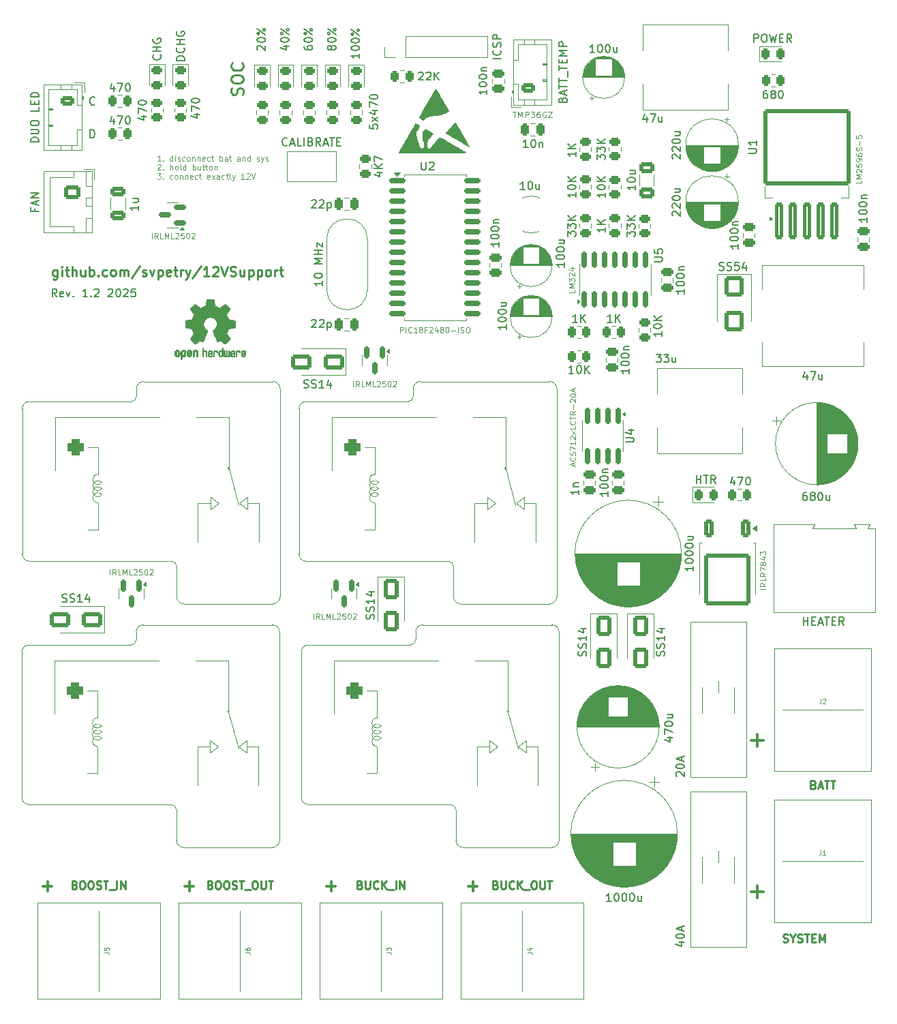
<source format=gto>
G04 #@! TF.GenerationSoftware,KiCad,Pcbnew,8.0.7*
G04 #@! TF.CreationDate,2025-02-08T09:32:49+01:00*
G04 #@! TF.ProjectId,12VSupport,31325653-7570-4706-9f72-742e6b696361,1.2*
G04 #@! TF.SameCoordinates,Original*
G04 #@! TF.FileFunction,Legend,Top*
G04 #@! TF.FilePolarity,Positive*
%FSLAX46Y46*%
G04 Gerber Fmt 4.6, Leading zero omitted, Abs format (unit mm)*
G04 Created by KiCad (PCBNEW 8.0.7) date 2025-02-08 09:32:49*
%MOMM*%
%LPD*%
G01*
G04 APERTURE LIST*
G04 Aperture macros list*
%AMRoundRect*
0 Rectangle with rounded corners*
0 $1 Rounding radius*
0 $2 $3 $4 $5 $6 $7 $8 $9 X,Y pos of 4 corners*
0 Add a 4 corners polygon primitive as box body*
4,1,4,$2,$3,$4,$5,$6,$7,$8,$9,$2,$3,0*
0 Add four circle primitives for the rounded corners*
1,1,$1+$1,$2,$3*
1,1,$1+$1,$4,$5*
1,1,$1+$1,$6,$7*
1,1,$1+$1,$8,$9*
0 Add four rect primitives between the rounded corners*
20,1,$1+$1,$2,$3,$4,$5,0*
20,1,$1+$1,$4,$5,$6,$7,0*
20,1,$1+$1,$6,$7,$8,$9,0*
20,1,$1+$1,$8,$9,$2,$3,0*%
G04 Aperture macros list end*
%ADD10C,0.120000*%
%ADD11C,0.150000*%
%ADD12C,0.300000*%
%ADD13C,0.250000*%
%ADD14C,0.125000*%
%ADD15C,0.010000*%
%ADD16C,3.000000*%
%ADD17RoundRect,0.250000X-0.475000X0.250000X-0.475000X-0.250000X0.475000X-0.250000X0.475000X0.250000X0*%
%ADD18R,2.700000X3.600000*%
%ADD19RoundRect,0.250000X0.450000X-0.262500X0.450000X0.262500X-0.450000X0.262500X-0.450000X-0.262500X0*%
%ADD20RoundRect,0.150000X-0.875000X-0.150000X0.875000X-0.150000X0.875000X0.150000X-0.875000X0.150000X0*%
%ADD21RoundRect,0.250000X-0.450000X0.262500X-0.450000X-0.262500X0.450000X-0.262500X0.450000X0.262500X0*%
%ADD22RoundRect,0.250000X-0.262500X-0.450000X0.262500X-0.450000X0.262500X0.450000X-0.262500X0.450000X0*%
%ADD23RoundRect,0.150000X0.587500X0.150000X-0.587500X0.150000X-0.587500X-0.150000X0.587500X-0.150000X0*%
%ADD24RoundRect,0.150000X-0.150000X0.587500X-0.150000X-0.587500X0.150000X-0.587500X0.150000X0.587500X0*%
%ADD25RoundRect,0.243750X-0.243750X-0.456250X0.243750X-0.456250X0.243750X0.456250X-0.243750X0.456250X0*%
%ADD26RoundRect,0.500000X0.500000X0.500000X-0.500000X0.500000X-0.500000X-0.500000X0.500000X-0.500000X0*%
%ADD27C,2.000000*%
%ADD28C,2.780000*%
%ADD29RoundRect,0.243750X-0.456250X0.243750X-0.456250X-0.243750X0.456250X-0.243750X0.456250X0.243750X0*%
%ADD30R,1.700000X1.700000*%
%ADD31O,1.700000X1.700000*%
%ADD32C,0.800000*%
%ADD33C,6.400000*%
%ADD34RoundRect,0.250000X0.475000X-0.250000X0.475000X0.250000X-0.475000X0.250000X-0.475000X-0.250000X0*%
%ADD35R,2.900000X5.400000*%
%ADD36RoundRect,0.250000X0.262500X0.450000X-0.262500X0.450000X-0.262500X-0.450000X0.262500X-0.450000X0*%
%ADD37R,1.500000X1.500000*%
%ADD38RoundRect,0.250000X-0.650000X0.325000X-0.650000X-0.325000X0.650000X-0.325000X0.650000X0.325000X0*%
%ADD39C,1.500000*%
%ADD40RoundRect,0.250000X1.000000X0.650000X-1.000000X0.650000X-1.000000X-0.650000X1.000000X-0.650000X0*%
%ADD41RoundRect,0.250000X0.250000X0.475000X-0.250000X0.475000X-0.250000X-0.475000X0.250000X-0.475000X0*%
%ADD42RoundRect,0.250000X-0.650000X1.000000X-0.650000X-1.000000X0.650000X-1.000000X0.650000X1.000000X0*%
%ADD43R,2.400000X2.400000*%
%ADD44C,2.400000*%
%ADD45R,1.600000X1.600000*%
%ADD46C,1.600000*%
%ADD47R,2.000000X2.000000*%
%ADD48RoundRect,0.250000X-0.900000X1.000000X-0.900000X-1.000000X0.900000X-1.000000X0.900000X1.000000X0*%
%ADD49RoundRect,0.250000X-0.350000X0.850000X-0.350000X-0.850000X0.350000X-0.850000X0.350000X0.850000X0*%
%ADD50RoundRect,0.249997X-2.650003X2.950003X-2.650003X-2.950003X2.650003X-2.950003X2.650003X2.950003X0*%
%ADD51RoundRect,0.150000X-0.150000X0.825000X-0.150000X-0.825000X0.150000X-0.825000X0.150000X0.825000X0*%
%ADD52RoundRect,0.250000X-0.625000X0.350000X-0.625000X-0.350000X0.625000X-0.350000X0.625000X0.350000X0*%
%ADD53O,1.750000X1.200000*%
%ADD54RoundRect,0.250000X0.300000X-2.050000X0.300000X2.050000X-0.300000X2.050000X-0.300000X-2.050000X0*%
%ADD55RoundRect,0.250002X5.149998X-4.449998X5.149998X4.449998X-5.149998X4.449998X-5.149998X-4.449998X0*%
%ADD56RoundRect,0.250000X-0.750000X0.600000X-0.750000X-0.600000X0.750000X-0.600000X0.750000X0.600000X0*%
%ADD57O,2.000000X1.700000*%
%ADD58RoundRect,0.250000X-0.250000X-0.475000X0.250000X-0.475000X0.250000X0.475000X-0.250000X0.475000X0*%
%ADD59O,1.750000X4.500000*%
%ADD60RoundRect,0.250000X0.625000X-0.350000X0.625000X0.350000X-0.625000X0.350000X-0.625000X-0.350000X0*%
%ADD61R,3.960000X1.980000*%
%ADD62O,3.960000X1.980000*%
%ADD63RoundRect,0.150000X0.150000X-0.825000X0.150000X0.825000X-0.150000X0.825000X-0.150000X-0.825000X0*%
%ADD64RoundRect,0.250000X-0.650000X0.412500X-0.650000X-0.412500X0.650000X-0.412500X0.650000X0.412500X0*%
G04 APERTURE END LIST*
D10*
X107318525Y-66040000D02*
G75*
G02*
X102739475Y-66040000I-2289525J0D01*
G01*
X102739475Y-66040000D02*
G75*
G02*
X107318525Y-66040000I2289525J0D01*
G01*
D11*
X58962747Y-46208792D02*
X59010367Y-46256411D01*
X59010367Y-46256411D02*
X59057986Y-46399268D01*
X59057986Y-46399268D02*
X59057986Y-46494506D01*
X59057986Y-46494506D02*
X59010367Y-46637363D01*
X59010367Y-46637363D02*
X58915128Y-46732601D01*
X58915128Y-46732601D02*
X58819890Y-46780220D01*
X58819890Y-46780220D02*
X58629414Y-46827839D01*
X58629414Y-46827839D02*
X58486557Y-46827839D01*
X58486557Y-46827839D02*
X58296081Y-46780220D01*
X58296081Y-46780220D02*
X58200843Y-46732601D01*
X58200843Y-46732601D02*
X58105605Y-46637363D01*
X58105605Y-46637363D02*
X58057986Y-46494506D01*
X58057986Y-46494506D02*
X58057986Y-46399268D01*
X58057986Y-46399268D02*
X58105605Y-46256411D01*
X58105605Y-46256411D02*
X58153224Y-46208792D01*
X59057986Y-45780220D02*
X58057986Y-45780220D01*
X58534176Y-45780220D02*
X58534176Y-45208792D01*
X59057986Y-45208792D02*
X58057986Y-45208792D01*
X58105605Y-44208792D02*
X58057986Y-44304030D01*
X58057986Y-44304030D02*
X58057986Y-44446887D01*
X58057986Y-44446887D02*
X58105605Y-44589744D01*
X58105605Y-44589744D02*
X58200843Y-44684982D01*
X58200843Y-44684982D02*
X58296081Y-44732601D01*
X58296081Y-44732601D02*
X58486557Y-44780220D01*
X58486557Y-44780220D02*
X58629414Y-44780220D01*
X58629414Y-44780220D02*
X58819890Y-44732601D01*
X58819890Y-44732601D02*
X58915128Y-44684982D01*
X58915128Y-44684982D02*
X59010367Y-44589744D01*
X59010367Y-44589744D02*
X59057986Y-44446887D01*
X59057986Y-44446887D02*
X59057986Y-44351649D01*
X59057986Y-44351649D02*
X59010367Y-44208792D01*
X59010367Y-44208792D02*
X58962747Y-44161173D01*
X58962747Y-44161173D02*
X58629414Y-44161173D01*
X58629414Y-44161173D02*
X58629414Y-44351649D01*
D12*
X132372558Y-131311733D02*
X133896368Y-131311733D01*
X133134463Y-132073638D02*
X133134463Y-130549828D01*
D11*
X50247779Y-56511819D02*
X50247779Y-55511819D01*
X50247779Y-55511819D02*
X50485874Y-55511819D01*
X50485874Y-55511819D02*
X50628731Y-55559438D01*
X50628731Y-55559438D02*
X50723969Y-55654676D01*
X50723969Y-55654676D02*
X50771588Y-55749914D01*
X50771588Y-55749914D02*
X50819207Y-55940390D01*
X50819207Y-55940390D02*
X50819207Y-56083247D01*
X50819207Y-56083247D02*
X50771588Y-56273723D01*
X50771588Y-56273723D02*
X50723969Y-56368961D01*
X50723969Y-56368961D02*
X50628731Y-56464200D01*
X50628731Y-56464200D02*
X50485874Y-56511819D01*
X50485874Y-56511819D02*
X50247779Y-56511819D01*
X76847819Y-45128649D02*
X76847819Y-45319125D01*
X76847819Y-45319125D02*
X76895438Y-45414363D01*
X76895438Y-45414363D02*
X76943057Y-45461982D01*
X76943057Y-45461982D02*
X77085914Y-45557220D01*
X77085914Y-45557220D02*
X77276390Y-45604839D01*
X77276390Y-45604839D02*
X77657342Y-45604839D01*
X77657342Y-45604839D02*
X77752580Y-45557220D01*
X77752580Y-45557220D02*
X77800200Y-45509601D01*
X77800200Y-45509601D02*
X77847819Y-45414363D01*
X77847819Y-45414363D02*
X77847819Y-45223887D01*
X77847819Y-45223887D02*
X77800200Y-45128649D01*
X77800200Y-45128649D02*
X77752580Y-45081030D01*
X77752580Y-45081030D02*
X77657342Y-45033411D01*
X77657342Y-45033411D02*
X77419247Y-45033411D01*
X77419247Y-45033411D02*
X77324009Y-45081030D01*
X77324009Y-45081030D02*
X77276390Y-45128649D01*
X77276390Y-45128649D02*
X77228771Y-45223887D01*
X77228771Y-45223887D02*
X77228771Y-45414363D01*
X77228771Y-45414363D02*
X77276390Y-45509601D01*
X77276390Y-45509601D02*
X77324009Y-45557220D01*
X77324009Y-45557220D02*
X77419247Y-45604839D01*
X76847819Y-44414363D02*
X76847819Y-44319125D01*
X76847819Y-44319125D02*
X76895438Y-44223887D01*
X76895438Y-44223887D02*
X76943057Y-44176268D01*
X76943057Y-44176268D02*
X77038295Y-44128649D01*
X77038295Y-44128649D02*
X77228771Y-44081030D01*
X77228771Y-44081030D02*
X77466866Y-44081030D01*
X77466866Y-44081030D02*
X77657342Y-44128649D01*
X77657342Y-44128649D02*
X77752580Y-44176268D01*
X77752580Y-44176268D02*
X77800200Y-44223887D01*
X77800200Y-44223887D02*
X77847819Y-44319125D01*
X77847819Y-44319125D02*
X77847819Y-44414363D01*
X77847819Y-44414363D02*
X77800200Y-44509601D01*
X77800200Y-44509601D02*
X77752580Y-44557220D01*
X77752580Y-44557220D02*
X77657342Y-44604839D01*
X77657342Y-44604839D02*
X77466866Y-44652458D01*
X77466866Y-44652458D02*
X77228771Y-44652458D01*
X77228771Y-44652458D02*
X77038295Y-44604839D01*
X77038295Y-44604839D02*
X76943057Y-44557220D01*
X76943057Y-44557220D02*
X76895438Y-44509601D01*
X76895438Y-44509601D02*
X76847819Y-44414363D01*
X77847819Y-43700077D02*
X76847819Y-42938173D01*
X76847819Y-43557220D02*
X76895438Y-43461982D01*
X76895438Y-43461982D02*
X76990676Y-43414363D01*
X76990676Y-43414363D02*
X77085914Y-43461982D01*
X77085914Y-43461982D02*
X77133533Y-43557220D01*
X77133533Y-43557220D02*
X77085914Y-43652458D01*
X77085914Y-43652458D02*
X76990676Y-43700077D01*
X76990676Y-43700077D02*
X76895438Y-43652458D01*
X76895438Y-43652458D02*
X76847819Y-43557220D01*
X77800200Y-42985792D02*
X77704961Y-42938173D01*
X77704961Y-42938173D02*
X77609723Y-42985792D01*
X77609723Y-42985792D02*
X77562104Y-43081030D01*
X77562104Y-43081030D02*
X77609723Y-43176268D01*
X77609723Y-43176268D02*
X77704961Y-43223887D01*
X77704961Y-43223887D02*
X77800200Y-43176268D01*
X77800200Y-43176268D02*
X77847819Y-43081030D01*
X77847819Y-43081030D02*
X77800200Y-42985792D01*
D12*
X80187932Y-148890510D02*
X80187932Y-150033368D01*
X79616503Y-149461939D02*
X80759360Y-149461939D01*
D11*
X125558779Y-99437819D02*
X125558779Y-98437819D01*
X125558779Y-98914009D02*
X126130207Y-98914009D01*
X126130207Y-99437819D02*
X126130207Y-98437819D01*
X126463541Y-98437819D02*
X127034969Y-98437819D01*
X126749255Y-99437819D02*
X126749255Y-98437819D01*
X127939731Y-99437819D02*
X127606398Y-98961628D01*
X127368303Y-99437819D02*
X127368303Y-98437819D01*
X127368303Y-98437819D02*
X127749255Y-98437819D01*
X127749255Y-98437819D02*
X127844493Y-98485438D01*
X127844493Y-98485438D02*
X127892112Y-98533057D01*
X127892112Y-98533057D02*
X127939731Y-98628295D01*
X127939731Y-98628295D02*
X127939731Y-98771152D01*
X127939731Y-98771152D02*
X127892112Y-98866390D01*
X127892112Y-98866390D02*
X127844493Y-98914009D01*
X127844493Y-98914009D02*
X127749255Y-98961628D01*
X127749255Y-98961628D02*
X127368303Y-98961628D01*
X61978986Y-46907220D02*
X60978986Y-46907220D01*
X60978986Y-46907220D02*
X60978986Y-46669125D01*
X60978986Y-46669125D02*
X61026605Y-46526268D01*
X61026605Y-46526268D02*
X61121843Y-46431030D01*
X61121843Y-46431030D02*
X61217081Y-46383411D01*
X61217081Y-46383411D02*
X61407557Y-46335792D01*
X61407557Y-46335792D02*
X61550414Y-46335792D01*
X61550414Y-46335792D02*
X61740890Y-46383411D01*
X61740890Y-46383411D02*
X61836128Y-46431030D01*
X61836128Y-46431030D02*
X61931367Y-46526268D01*
X61931367Y-46526268D02*
X61978986Y-46669125D01*
X61978986Y-46669125D02*
X61978986Y-46907220D01*
X61883747Y-45335792D02*
X61931367Y-45383411D01*
X61931367Y-45383411D02*
X61978986Y-45526268D01*
X61978986Y-45526268D02*
X61978986Y-45621506D01*
X61978986Y-45621506D02*
X61931367Y-45764363D01*
X61931367Y-45764363D02*
X61836128Y-45859601D01*
X61836128Y-45859601D02*
X61740890Y-45907220D01*
X61740890Y-45907220D02*
X61550414Y-45954839D01*
X61550414Y-45954839D02*
X61407557Y-45954839D01*
X61407557Y-45954839D02*
X61217081Y-45907220D01*
X61217081Y-45907220D02*
X61121843Y-45859601D01*
X61121843Y-45859601D02*
X61026605Y-45764363D01*
X61026605Y-45764363D02*
X60978986Y-45621506D01*
X60978986Y-45621506D02*
X60978986Y-45526268D01*
X60978986Y-45526268D02*
X61026605Y-45383411D01*
X61026605Y-45383411D02*
X61074224Y-45335792D01*
X61978986Y-44907220D02*
X60978986Y-44907220D01*
X61455176Y-44907220D02*
X61455176Y-44335792D01*
X61978986Y-44335792D02*
X60978986Y-44335792D01*
X61026605Y-43335792D02*
X60978986Y-43431030D01*
X60978986Y-43431030D02*
X60978986Y-43573887D01*
X60978986Y-43573887D02*
X61026605Y-43716744D01*
X61026605Y-43716744D02*
X61121843Y-43811982D01*
X61121843Y-43811982D02*
X61217081Y-43859601D01*
X61217081Y-43859601D02*
X61407557Y-43907220D01*
X61407557Y-43907220D02*
X61550414Y-43907220D01*
X61550414Y-43907220D02*
X61740890Y-43859601D01*
X61740890Y-43859601D02*
X61836128Y-43811982D01*
X61836128Y-43811982D02*
X61931367Y-43716744D01*
X61931367Y-43716744D02*
X61978986Y-43573887D01*
X61978986Y-43573887D02*
X61978986Y-43478649D01*
X61978986Y-43478649D02*
X61931367Y-43335792D01*
X61931367Y-43335792D02*
X61883747Y-43288173D01*
X61883747Y-43288173D02*
X61550414Y-43288173D01*
X61550414Y-43288173D02*
X61550414Y-43478649D01*
X71101057Y-45604839D02*
X71053438Y-45557220D01*
X71053438Y-45557220D02*
X71005819Y-45461982D01*
X71005819Y-45461982D02*
X71005819Y-45223887D01*
X71005819Y-45223887D02*
X71053438Y-45128649D01*
X71053438Y-45128649D02*
X71101057Y-45081030D01*
X71101057Y-45081030D02*
X71196295Y-45033411D01*
X71196295Y-45033411D02*
X71291533Y-45033411D01*
X71291533Y-45033411D02*
X71434390Y-45081030D01*
X71434390Y-45081030D02*
X72005819Y-45652458D01*
X72005819Y-45652458D02*
X72005819Y-45033411D01*
X71005819Y-44414363D02*
X71005819Y-44319125D01*
X71005819Y-44319125D02*
X71053438Y-44223887D01*
X71053438Y-44223887D02*
X71101057Y-44176268D01*
X71101057Y-44176268D02*
X71196295Y-44128649D01*
X71196295Y-44128649D02*
X71386771Y-44081030D01*
X71386771Y-44081030D02*
X71624866Y-44081030D01*
X71624866Y-44081030D02*
X71815342Y-44128649D01*
X71815342Y-44128649D02*
X71910580Y-44176268D01*
X71910580Y-44176268D02*
X71958200Y-44223887D01*
X71958200Y-44223887D02*
X72005819Y-44319125D01*
X72005819Y-44319125D02*
X72005819Y-44414363D01*
X72005819Y-44414363D02*
X71958200Y-44509601D01*
X71958200Y-44509601D02*
X71910580Y-44557220D01*
X71910580Y-44557220D02*
X71815342Y-44604839D01*
X71815342Y-44604839D02*
X71624866Y-44652458D01*
X71624866Y-44652458D02*
X71386771Y-44652458D01*
X71386771Y-44652458D02*
X71196295Y-44604839D01*
X71196295Y-44604839D02*
X71101057Y-44557220D01*
X71101057Y-44557220D02*
X71053438Y-44509601D01*
X71053438Y-44509601D02*
X71005819Y-44414363D01*
X72005819Y-43700077D02*
X71005819Y-42938173D01*
X71005819Y-43557220D02*
X71053438Y-43461982D01*
X71053438Y-43461982D02*
X71148676Y-43414363D01*
X71148676Y-43414363D02*
X71243914Y-43461982D01*
X71243914Y-43461982D02*
X71291533Y-43557220D01*
X71291533Y-43557220D02*
X71243914Y-43652458D01*
X71243914Y-43652458D02*
X71148676Y-43700077D01*
X71148676Y-43700077D02*
X71053438Y-43652458D01*
X71053438Y-43652458D02*
X71005819Y-43557220D01*
X71958200Y-42985792D02*
X71862961Y-42938173D01*
X71862961Y-42938173D02*
X71767723Y-42985792D01*
X71767723Y-42985792D02*
X71720104Y-43081030D01*
X71720104Y-43081030D02*
X71767723Y-43176268D01*
X71767723Y-43176268D02*
X71862961Y-43223887D01*
X71862961Y-43223887D02*
X71958200Y-43176268D01*
X71958200Y-43176268D02*
X72005819Y-43081030D01*
X72005819Y-43081030D02*
X71958200Y-42985792D01*
D13*
X69201000Y-51158812D02*
X69272428Y-50944527D01*
X69272428Y-50944527D02*
X69272428Y-50587384D01*
X69272428Y-50587384D02*
X69201000Y-50444527D01*
X69201000Y-50444527D02*
X69129571Y-50373098D01*
X69129571Y-50373098D02*
X68986714Y-50301669D01*
X68986714Y-50301669D02*
X68843857Y-50301669D01*
X68843857Y-50301669D02*
X68701000Y-50373098D01*
X68701000Y-50373098D02*
X68629571Y-50444527D01*
X68629571Y-50444527D02*
X68558142Y-50587384D01*
X68558142Y-50587384D02*
X68486714Y-50873098D01*
X68486714Y-50873098D02*
X68415285Y-51015955D01*
X68415285Y-51015955D02*
X68343857Y-51087384D01*
X68343857Y-51087384D02*
X68201000Y-51158812D01*
X68201000Y-51158812D02*
X68058142Y-51158812D01*
X68058142Y-51158812D02*
X67915285Y-51087384D01*
X67915285Y-51087384D02*
X67843857Y-51015955D01*
X67843857Y-51015955D02*
X67772428Y-50873098D01*
X67772428Y-50873098D02*
X67772428Y-50515955D01*
X67772428Y-50515955D02*
X67843857Y-50301669D01*
X67772428Y-49373098D02*
X67772428Y-49087384D01*
X67772428Y-49087384D02*
X67843857Y-48944527D01*
X67843857Y-48944527D02*
X67986714Y-48801670D01*
X67986714Y-48801670D02*
X68272428Y-48730241D01*
X68272428Y-48730241D02*
X68772428Y-48730241D01*
X68772428Y-48730241D02*
X69058142Y-48801670D01*
X69058142Y-48801670D02*
X69201000Y-48944527D01*
X69201000Y-48944527D02*
X69272428Y-49087384D01*
X69272428Y-49087384D02*
X69272428Y-49373098D01*
X69272428Y-49373098D02*
X69201000Y-49515956D01*
X69201000Y-49515956D02*
X69058142Y-49658813D01*
X69058142Y-49658813D02*
X68772428Y-49730241D01*
X68772428Y-49730241D02*
X68272428Y-49730241D01*
X68272428Y-49730241D02*
X67986714Y-49658813D01*
X67986714Y-49658813D02*
X67843857Y-49515956D01*
X67843857Y-49515956D02*
X67772428Y-49373098D01*
X69129571Y-47230241D02*
X69201000Y-47301669D01*
X69201000Y-47301669D02*
X69272428Y-47515955D01*
X69272428Y-47515955D02*
X69272428Y-47658812D01*
X69272428Y-47658812D02*
X69201000Y-47873098D01*
X69201000Y-47873098D02*
X69058142Y-48015955D01*
X69058142Y-48015955D02*
X68915285Y-48087384D01*
X68915285Y-48087384D02*
X68629571Y-48158812D01*
X68629571Y-48158812D02*
X68415285Y-48158812D01*
X68415285Y-48158812D02*
X68129571Y-48087384D01*
X68129571Y-48087384D02*
X67986714Y-48015955D01*
X67986714Y-48015955D02*
X67843857Y-47873098D01*
X67843857Y-47873098D02*
X67772428Y-47658812D01*
X67772428Y-47658812D02*
X67772428Y-47515955D01*
X67772428Y-47515955D02*
X67843857Y-47301669D01*
X67843857Y-47301669D02*
X67915285Y-47230241D01*
D12*
X44966600Y-148890510D02*
X44966600Y-150033368D01*
X44395171Y-149461939D02*
X45538028Y-149461939D01*
D11*
X80197390Y-45414363D02*
X80149771Y-45509601D01*
X80149771Y-45509601D02*
X80102152Y-45557220D01*
X80102152Y-45557220D02*
X80006914Y-45604839D01*
X80006914Y-45604839D02*
X79959295Y-45604839D01*
X79959295Y-45604839D02*
X79864057Y-45557220D01*
X79864057Y-45557220D02*
X79816438Y-45509601D01*
X79816438Y-45509601D02*
X79768819Y-45414363D01*
X79768819Y-45414363D02*
X79768819Y-45223887D01*
X79768819Y-45223887D02*
X79816438Y-45128649D01*
X79816438Y-45128649D02*
X79864057Y-45081030D01*
X79864057Y-45081030D02*
X79959295Y-45033411D01*
X79959295Y-45033411D02*
X80006914Y-45033411D01*
X80006914Y-45033411D02*
X80102152Y-45081030D01*
X80102152Y-45081030D02*
X80149771Y-45128649D01*
X80149771Y-45128649D02*
X80197390Y-45223887D01*
X80197390Y-45223887D02*
X80197390Y-45414363D01*
X80197390Y-45414363D02*
X80245009Y-45509601D01*
X80245009Y-45509601D02*
X80292628Y-45557220D01*
X80292628Y-45557220D02*
X80387866Y-45604839D01*
X80387866Y-45604839D02*
X80578342Y-45604839D01*
X80578342Y-45604839D02*
X80673580Y-45557220D01*
X80673580Y-45557220D02*
X80721200Y-45509601D01*
X80721200Y-45509601D02*
X80768819Y-45414363D01*
X80768819Y-45414363D02*
X80768819Y-45223887D01*
X80768819Y-45223887D02*
X80721200Y-45128649D01*
X80721200Y-45128649D02*
X80673580Y-45081030D01*
X80673580Y-45081030D02*
X80578342Y-45033411D01*
X80578342Y-45033411D02*
X80387866Y-45033411D01*
X80387866Y-45033411D02*
X80292628Y-45081030D01*
X80292628Y-45081030D02*
X80245009Y-45128649D01*
X80245009Y-45128649D02*
X80197390Y-45223887D01*
X79768819Y-44414363D02*
X79768819Y-44319125D01*
X79768819Y-44319125D02*
X79816438Y-44223887D01*
X79816438Y-44223887D02*
X79864057Y-44176268D01*
X79864057Y-44176268D02*
X79959295Y-44128649D01*
X79959295Y-44128649D02*
X80149771Y-44081030D01*
X80149771Y-44081030D02*
X80387866Y-44081030D01*
X80387866Y-44081030D02*
X80578342Y-44128649D01*
X80578342Y-44128649D02*
X80673580Y-44176268D01*
X80673580Y-44176268D02*
X80721200Y-44223887D01*
X80721200Y-44223887D02*
X80768819Y-44319125D01*
X80768819Y-44319125D02*
X80768819Y-44414363D01*
X80768819Y-44414363D02*
X80721200Y-44509601D01*
X80721200Y-44509601D02*
X80673580Y-44557220D01*
X80673580Y-44557220D02*
X80578342Y-44604839D01*
X80578342Y-44604839D02*
X80387866Y-44652458D01*
X80387866Y-44652458D02*
X80149771Y-44652458D01*
X80149771Y-44652458D02*
X79959295Y-44604839D01*
X79959295Y-44604839D02*
X79864057Y-44557220D01*
X79864057Y-44557220D02*
X79816438Y-44509601D01*
X79816438Y-44509601D02*
X79768819Y-44414363D01*
X80768819Y-43700077D02*
X79768819Y-42938173D01*
X79768819Y-43557220D02*
X79816438Y-43461982D01*
X79816438Y-43461982D02*
X79911676Y-43414363D01*
X79911676Y-43414363D02*
X80006914Y-43461982D01*
X80006914Y-43461982D02*
X80054533Y-43557220D01*
X80054533Y-43557220D02*
X80006914Y-43652458D01*
X80006914Y-43652458D02*
X79911676Y-43700077D01*
X79911676Y-43700077D02*
X79816438Y-43652458D01*
X79816438Y-43652458D02*
X79768819Y-43557220D01*
X80721200Y-42985792D02*
X80625961Y-42938173D01*
X80625961Y-42938173D02*
X80530723Y-42985792D01*
X80530723Y-42985792D02*
X80483104Y-43081030D01*
X80483104Y-43081030D02*
X80530723Y-43176268D01*
X80530723Y-43176268D02*
X80625961Y-43223887D01*
X80625961Y-43223887D02*
X80721200Y-43176268D01*
X80721200Y-43176268D02*
X80768819Y-43081030D01*
X80768819Y-43081030D02*
X80721200Y-42985792D01*
D13*
X46176473Y-72894142D02*
X46176473Y-73865571D01*
X46176473Y-73865571D02*
X46119330Y-73979857D01*
X46119330Y-73979857D02*
X46062187Y-74037000D01*
X46062187Y-74037000D02*
X45947901Y-74094142D01*
X45947901Y-74094142D02*
X45776473Y-74094142D01*
X45776473Y-74094142D02*
X45662187Y-74037000D01*
X46176473Y-73637000D02*
X46062187Y-73694142D01*
X46062187Y-73694142D02*
X45833615Y-73694142D01*
X45833615Y-73694142D02*
X45719330Y-73637000D01*
X45719330Y-73637000D02*
X45662187Y-73579857D01*
X45662187Y-73579857D02*
X45605044Y-73465571D01*
X45605044Y-73465571D02*
X45605044Y-73122714D01*
X45605044Y-73122714D02*
X45662187Y-73008428D01*
X45662187Y-73008428D02*
X45719330Y-72951285D01*
X45719330Y-72951285D02*
X45833615Y-72894142D01*
X45833615Y-72894142D02*
X46062187Y-72894142D01*
X46062187Y-72894142D02*
X46176473Y-72951285D01*
X46747901Y-73694142D02*
X46747901Y-72894142D01*
X46747901Y-72494142D02*
X46690758Y-72551285D01*
X46690758Y-72551285D02*
X46747901Y-72608428D01*
X46747901Y-72608428D02*
X46805044Y-72551285D01*
X46805044Y-72551285D02*
X46747901Y-72494142D01*
X46747901Y-72494142D02*
X46747901Y-72608428D01*
X47147901Y-72894142D02*
X47605044Y-72894142D01*
X47319330Y-72494142D02*
X47319330Y-73522714D01*
X47319330Y-73522714D02*
X47376473Y-73637000D01*
X47376473Y-73637000D02*
X47490758Y-73694142D01*
X47490758Y-73694142D02*
X47605044Y-73694142D01*
X48005044Y-73694142D02*
X48005044Y-72494142D01*
X48519330Y-73694142D02*
X48519330Y-73065571D01*
X48519330Y-73065571D02*
X48462187Y-72951285D01*
X48462187Y-72951285D02*
X48347901Y-72894142D01*
X48347901Y-72894142D02*
X48176472Y-72894142D01*
X48176472Y-72894142D02*
X48062187Y-72951285D01*
X48062187Y-72951285D02*
X48005044Y-73008428D01*
X49605044Y-72894142D02*
X49605044Y-73694142D01*
X49090758Y-72894142D02*
X49090758Y-73522714D01*
X49090758Y-73522714D02*
X49147901Y-73637000D01*
X49147901Y-73637000D02*
X49262186Y-73694142D01*
X49262186Y-73694142D02*
X49433615Y-73694142D01*
X49433615Y-73694142D02*
X49547901Y-73637000D01*
X49547901Y-73637000D02*
X49605044Y-73579857D01*
X50176472Y-73694142D02*
X50176472Y-72494142D01*
X50176472Y-72951285D02*
X50290758Y-72894142D01*
X50290758Y-72894142D02*
X50519329Y-72894142D01*
X50519329Y-72894142D02*
X50633615Y-72951285D01*
X50633615Y-72951285D02*
X50690758Y-73008428D01*
X50690758Y-73008428D02*
X50747900Y-73122714D01*
X50747900Y-73122714D02*
X50747900Y-73465571D01*
X50747900Y-73465571D02*
X50690758Y-73579857D01*
X50690758Y-73579857D02*
X50633615Y-73637000D01*
X50633615Y-73637000D02*
X50519329Y-73694142D01*
X50519329Y-73694142D02*
X50290758Y-73694142D01*
X50290758Y-73694142D02*
X50176472Y-73637000D01*
X51262186Y-73579857D02*
X51319329Y-73637000D01*
X51319329Y-73637000D02*
X51262186Y-73694142D01*
X51262186Y-73694142D02*
X51205043Y-73637000D01*
X51205043Y-73637000D02*
X51262186Y-73579857D01*
X51262186Y-73579857D02*
X51262186Y-73694142D01*
X52347901Y-73637000D02*
X52233615Y-73694142D01*
X52233615Y-73694142D02*
X52005043Y-73694142D01*
X52005043Y-73694142D02*
X51890758Y-73637000D01*
X51890758Y-73637000D02*
X51833615Y-73579857D01*
X51833615Y-73579857D02*
X51776472Y-73465571D01*
X51776472Y-73465571D02*
X51776472Y-73122714D01*
X51776472Y-73122714D02*
X51833615Y-73008428D01*
X51833615Y-73008428D02*
X51890758Y-72951285D01*
X51890758Y-72951285D02*
X52005043Y-72894142D01*
X52005043Y-72894142D02*
X52233615Y-72894142D01*
X52233615Y-72894142D02*
X52347901Y-72951285D01*
X53033614Y-73694142D02*
X52919329Y-73637000D01*
X52919329Y-73637000D02*
X52862186Y-73579857D01*
X52862186Y-73579857D02*
X52805043Y-73465571D01*
X52805043Y-73465571D02*
X52805043Y-73122714D01*
X52805043Y-73122714D02*
X52862186Y-73008428D01*
X52862186Y-73008428D02*
X52919329Y-72951285D01*
X52919329Y-72951285D02*
X53033614Y-72894142D01*
X53033614Y-72894142D02*
X53205043Y-72894142D01*
X53205043Y-72894142D02*
X53319329Y-72951285D01*
X53319329Y-72951285D02*
X53376472Y-73008428D01*
X53376472Y-73008428D02*
X53433614Y-73122714D01*
X53433614Y-73122714D02*
X53433614Y-73465571D01*
X53433614Y-73465571D02*
X53376472Y-73579857D01*
X53376472Y-73579857D02*
X53319329Y-73637000D01*
X53319329Y-73637000D02*
X53205043Y-73694142D01*
X53205043Y-73694142D02*
X53033614Y-73694142D01*
X53947900Y-73694142D02*
X53947900Y-72894142D01*
X53947900Y-73008428D02*
X54005043Y-72951285D01*
X54005043Y-72951285D02*
X54119328Y-72894142D01*
X54119328Y-72894142D02*
X54290757Y-72894142D01*
X54290757Y-72894142D02*
X54405043Y-72951285D01*
X54405043Y-72951285D02*
X54462186Y-73065571D01*
X54462186Y-73065571D02*
X54462186Y-73694142D01*
X54462186Y-73065571D02*
X54519328Y-72951285D01*
X54519328Y-72951285D02*
X54633614Y-72894142D01*
X54633614Y-72894142D02*
X54805043Y-72894142D01*
X54805043Y-72894142D02*
X54919328Y-72951285D01*
X54919328Y-72951285D02*
X54976471Y-73065571D01*
X54976471Y-73065571D02*
X54976471Y-73694142D01*
X56405043Y-72437000D02*
X55376471Y-73979857D01*
X56747900Y-73637000D02*
X56862186Y-73694142D01*
X56862186Y-73694142D02*
X57090757Y-73694142D01*
X57090757Y-73694142D02*
X57205043Y-73637000D01*
X57205043Y-73637000D02*
X57262186Y-73522714D01*
X57262186Y-73522714D02*
X57262186Y-73465571D01*
X57262186Y-73465571D02*
X57205043Y-73351285D01*
X57205043Y-73351285D02*
X57090757Y-73294142D01*
X57090757Y-73294142D02*
X56919329Y-73294142D01*
X56919329Y-73294142D02*
X56805043Y-73237000D01*
X56805043Y-73237000D02*
X56747900Y-73122714D01*
X56747900Y-73122714D02*
X56747900Y-73065571D01*
X56747900Y-73065571D02*
X56805043Y-72951285D01*
X56805043Y-72951285D02*
X56919329Y-72894142D01*
X56919329Y-72894142D02*
X57090757Y-72894142D01*
X57090757Y-72894142D02*
X57205043Y-72951285D01*
X57662186Y-72894142D02*
X57947900Y-73694142D01*
X57947900Y-73694142D02*
X58233615Y-72894142D01*
X58690758Y-72894142D02*
X58690758Y-74094142D01*
X58690758Y-72951285D02*
X58805044Y-72894142D01*
X58805044Y-72894142D02*
X59033615Y-72894142D01*
X59033615Y-72894142D02*
X59147901Y-72951285D01*
X59147901Y-72951285D02*
X59205044Y-73008428D01*
X59205044Y-73008428D02*
X59262186Y-73122714D01*
X59262186Y-73122714D02*
X59262186Y-73465571D01*
X59262186Y-73465571D02*
X59205044Y-73579857D01*
X59205044Y-73579857D02*
X59147901Y-73637000D01*
X59147901Y-73637000D02*
X59033615Y-73694142D01*
X59033615Y-73694142D02*
X58805044Y-73694142D01*
X58805044Y-73694142D02*
X58690758Y-73637000D01*
X60233615Y-73637000D02*
X60119329Y-73694142D01*
X60119329Y-73694142D02*
X59890758Y-73694142D01*
X59890758Y-73694142D02*
X59776472Y-73637000D01*
X59776472Y-73637000D02*
X59719329Y-73522714D01*
X59719329Y-73522714D02*
X59719329Y-73065571D01*
X59719329Y-73065571D02*
X59776472Y-72951285D01*
X59776472Y-72951285D02*
X59890758Y-72894142D01*
X59890758Y-72894142D02*
X60119329Y-72894142D01*
X60119329Y-72894142D02*
X60233615Y-72951285D01*
X60233615Y-72951285D02*
X60290758Y-73065571D01*
X60290758Y-73065571D02*
X60290758Y-73179857D01*
X60290758Y-73179857D02*
X59719329Y-73294142D01*
X60633614Y-72894142D02*
X61090757Y-72894142D01*
X60805043Y-72494142D02*
X60805043Y-73522714D01*
X60805043Y-73522714D02*
X60862186Y-73637000D01*
X60862186Y-73637000D02*
X60976471Y-73694142D01*
X60976471Y-73694142D02*
X61090757Y-73694142D01*
X61490757Y-73694142D02*
X61490757Y-72894142D01*
X61490757Y-73122714D02*
X61547900Y-73008428D01*
X61547900Y-73008428D02*
X61605043Y-72951285D01*
X61605043Y-72951285D02*
X61719328Y-72894142D01*
X61719328Y-72894142D02*
X61833614Y-72894142D01*
X62119328Y-72894142D02*
X62405042Y-73694142D01*
X62690757Y-72894142D02*
X62405042Y-73694142D01*
X62405042Y-73694142D02*
X62290757Y-73979857D01*
X62290757Y-73979857D02*
X62233614Y-74037000D01*
X62233614Y-74037000D02*
X62119328Y-74094142D01*
X64005043Y-72437000D02*
X62976471Y-73979857D01*
X65033614Y-73694142D02*
X64347900Y-73694142D01*
X64690757Y-73694142D02*
X64690757Y-72494142D01*
X64690757Y-72494142D02*
X64576471Y-72665571D01*
X64576471Y-72665571D02*
X64462186Y-72779857D01*
X64462186Y-72779857D02*
X64347900Y-72837000D01*
X65490757Y-72608428D02*
X65547900Y-72551285D01*
X65547900Y-72551285D02*
X65662186Y-72494142D01*
X65662186Y-72494142D02*
X65947900Y-72494142D01*
X65947900Y-72494142D02*
X66062186Y-72551285D01*
X66062186Y-72551285D02*
X66119328Y-72608428D01*
X66119328Y-72608428D02*
X66176471Y-72722714D01*
X66176471Y-72722714D02*
X66176471Y-72837000D01*
X66176471Y-72837000D02*
X66119328Y-73008428D01*
X66119328Y-73008428D02*
X65433614Y-73694142D01*
X65433614Y-73694142D02*
X66176471Y-73694142D01*
X66519328Y-72494142D02*
X66919328Y-73694142D01*
X66919328Y-73694142D02*
X67319328Y-72494142D01*
X67662185Y-73637000D02*
X67833614Y-73694142D01*
X67833614Y-73694142D02*
X68119328Y-73694142D01*
X68119328Y-73694142D02*
X68233614Y-73637000D01*
X68233614Y-73637000D02*
X68290756Y-73579857D01*
X68290756Y-73579857D02*
X68347899Y-73465571D01*
X68347899Y-73465571D02*
X68347899Y-73351285D01*
X68347899Y-73351285D02*
X68290756Y-73237000D01*
X68290756Y-73237000D02*
X68233614Y-73179857D01*
X68233614Y-73179857D02*
X68119328Y-73122714D01*
X68119328Y-73122714D02*
X67890756Y-73065571D01*
X67890756Y-73065571D02*
X67776471Y-73008428D01*
X67776471Y-73008428D02*
X67719328Y-72951285D01*
X67719328Y-72951285D02*
X67662185Y-72837000D01*
X67662185Y-72837000D02*
X67662185Y-72722714D01*
X67662185Y-72722714D02*
X67719328Y-72608428D01*
X67719328Y-72608428D02*
X67776471Y-72551285D01*
X67776471Y-72551285D02*
X67890756Y-72494142D01*
X67890756Y-72494142D02*
X68176471Y-72494142D01*
X68176471Y-72494142D02*
X68347899Y-72551285D01*
X69376471Y-72894142D02*
X69376471Y-73694142D01*
X68862185Y-72894142D02*
X68862185Y-73522714D01*
X68862185Y-73522714D02*
X68919328Y-73637000D01*
X68919328Y-73637000D02*
X69033613Y-73694142D01*
X69033613Y-73694142D02*
X69205042Y-73694142D01*
X69205042Y-73694142D02*
X69319328Y-73637000D01*
X69319328Y-73637000D02*
X69376471Y-73579857D01*
X69947899Y-72894142D02*
X69947899Y-74094142D01*
X69947899Y-72951285D02*
X70062185Y-72894142D01*
X70062185Y-72894142D02*
X70290756Y-72894142D01*
X70290756Y-72894142D02*
X70405042Y-72951285D01*
X70405042Y-72951285D02*
X70462185Y-73008428D01*
X70462185Y-73008428D02*
X70519327Y-73122714D01*
X70519327Y-73122714D02*
X70519327Y-73465571D01*
X70519327Y-73465571D02*
X70462185Y-73579857D01*
X70462185Y-73579857D02*
X70405042Y-73637000D01*
X70405042Y-73637000D02*
X70290756Y-73694142D01*
X70290756Y-73694142D02*
X70062185Y-73694142D01*
X70062185Y-73694142D02*
X69947899Y-73637000D01*
X71033613Y-72894142D02*
X71033613Y-74094142D01*
X71033613Y-72951285D02*
X71147899Y-72894142D01*
X71147899Y-72894142D02*
X71376470Y-72894142D01*
X71376470Y-72894142D02*
X71490756Y-72951285D01*
X71490756Y-72951285D02*
X71547899Y-73008428D01*
X71547899Y-73008428D02*
X71605041Y-73122714D01*
X71605041Y-73122714D02*
X71605041Y-73465571D01*
X71605041Y-73465571D02*
X71547899Y-73579857D01*
X71547899Y-73579857D02*
X71490756Y-73637000D01*
X71490756Y-73637000D02*
X71376470Y-73694142D01*
X71376470Y-73694142D02*
X71147899Y-73694142D01*
X71147899Y-73694142D02*
X71033613Y-73637000D01*
X72290755Y-73694142D02*
X72176470Y-73637000D01*
X72176470Y-73637000D02*
X72119327Y-73579857D01*
X72119327Y-73579857D02*
X72062184Y-73465571D01*
X72062184Y-73465571D02*
X72062184Y-73122714D01*
X72062184Y-73122714D02*
X72119327Y-73008428D01*
X72119327Y-73008428D02*
X72176470Y-72951285D01*
X72176470Y-72951285D02*
X72290755Y-72894142D01*
X72290755Y-72894142D02*
X72462184Y-72894142D01*
X72462184Y-72894142D02*
X72576470Y-72951285D01*
X72576470Y-72951285D02*
X72633613Y-73008428D01*
X72633613Y-73008428D02*
X72690755Y-73122714D01*
X72690755Y-73122714D02*
X72690755Y-73465571D01*
X72690755Y-73465571D02*
X72633613Y-73579857D01*
X72633613Y-73579857D02*
X72576470Y-73637000D01*
X72576470Y-73637000D02*
X72462184Y-73694142D01*
X72462184Y-73694142D02*
X72290755Y-73694142D01*
X73205041Y-73694142D02*
X73205041Y-72894142D01*
X73205041Y-73122714D02*
X73262184Y-73008428D01*
X73262184Y-73008428D02*
X73319327Y-72951285D01*
X73319327Y-72951285D02*
X73433612Y-72894142D01*
X73433612Y-72894142D02*
X73547898Y-72894142D01*
X73776469Y-72894142D02*
X74233612Y-72894142D01*
X73947898Y-72494142D02*
X73947898Y-73522714D01*
X73947898Y-73522714D02*
X74005041Y-73637000D01*
X74005041Y-73637000D02*
X74119326Y-73694142D01*
X74119326Y-73694142D02*
X74233612Y-73694142D01*
D11*
X74260152Y-45128649D02*
X74926819Y-45128649D01*
X73879200Y-45366744D02*
X74593485Y-45604839D01*
X74593485Y-45604839D02*
X74593485Y-44985792D01*
X73926819Y-44414363D02*
X73926819Y-44319125D01*
X73926819Y-44319125D02*
X73974438Y-44223887D01*
X73974438Y-44223887D02*
X74022057Y-44176268D01*
X74022057Y-44176268D02*
X74117295Y-44128649D01*
X74117295Y-44128649D02*
X74307771Y-44081030D01*
X74307771Y-44081030D02*
X74545866Y-44081030D01*
X74545866Y-44081030D02*
X74736342Y-44128649D01*
X74736342Y-44128649D02*
X74831580Y-44176268D01*
X74831580Y-44176268D02*
X74879200Y-44223887D01*
X74879200Y-44223887D02*
X74926819Y-44319125D01*
X74926819Y-44319125D02*
X74926819Y-44414363D01*
X74926819Y-44414363D02*
X74879200Y-44509601D01*
X74879200Y-44509601D02*
X74831580Y-44557220D01*
X74831580Y-44557220D02*
X74736342Y-44604839D01*
X74736342Y-44604839D02*
X74545866Y-44652458D01*
X74545866Y-44652458D02*
X74307771Y-44652458D01*
X74307771Y-44652458D02*
X74117295Y-44604839D01*
X74117295Y-44604839D02*
X74022057Y-44557220D01*
X74022057Y-44557220D02*
X73974438Y-44509601D01*
X73974438Y-44509601D02*
X73926819Y-44414363D01*
X74926819Y-43700077D02*
X73926819Y-42938173D01*
X73926819Y-43557220D02*
X73974438Y-43461982D01*
X73974438Y-43461982D02*
X74069676Y-43414363D01*
X74069676Y-43414363D02*
X74164914Y-43461982D01*
X74164914Y-43461982D02*
X74212533Y-43557220D01*
X74212533Y-43557220D02*
X74164914Y-43652458D01*
X74164914Y-43652458D02*
X74069676Y-43700077D01*
X74069676Y-43700077D02*
X73974438Y-43652458D01*
X73974438Y-43652458D02*
X73926819Y-43557220D01*
X74879200Y-42985792D02*
X74783961Y-42938173D01*
X74783961Y-42938173D02*
X74688723Y-42985792D01*
X74688723Y-42985792D02*
X74641104Y-43081030D01*
X74641104Y-43081030D02*
X74688723Y-43176268D01*
X74688723Y-43176268D02*
X74783961Y-43223887D01*
X74783961Y-43223887D02*
X74879200Y-43176268D01*
X74879200Y-43176268D02*
X74926819Y-43081030D01*
X74926819Y-43081030D02*
X74879200Y-42985792D01*
X46120207Y-76273819D02*
X45786874Y-75797628D01*
X45548779Y-76273819D02*
X45548779Y-75273819D01*
X45548779Y-75273819D02*
X45929731Y-75273819D01*
X45929731Y-75273819D02*
X46024969Y-75321438D01*
X46024969Y-75321438D02*
X46072588Y-75369057D01*
X46072588Y-75369057D02*
X46120207Y-75464295D01*
X46120207Y-75464295D02*
X46120207Y-75607152D01*
X46120207Y-75607152D02*
X46072588Y-75702390D01*
X46072588Y-75702390D02*
X46024969Y-75750009D01*
X46024969Y-75750009D02*
X45929731Y-75797628D01*
X45929731Y-75797628D02*
X45548779Y-75797628D01*
X46929731Y-76226200D02*
X46834493Y-76273819D01*
X46834493Y-76273819D02*
X46644017Y-76273819D01*
X46644017Y-76273819D02*
X46548779Y-76226200D01*
X46548779Y-76226200D02*
X46501160Y-76130961D01*
X46501160Y-76130961D02*
X46501160Y-75750009D01*
X46501160Y-75750009D02*
X46548779Y-75654771D01*
X46548779Y-75654771D02*
X46644017Y-75607152D01*
X46644017Y-75607152D02*
X46834493Y-75607152D01*
X46834493Y-75607152D02*
X46929731Y-75654771D01*
X46929731Y-75654771D02*
X46977350Y-75750009D01*
X46977350Y-75750009D02*
X46977350Y-75845247D01*
X46977350Y-75845247D02*
X46501160Y-75940485D01*
X47310684Y-75607152D02*
X47548779Y-76273819D01*
X47548779Y-76273819D02*
X47786874Y-75607152D01*
X48167827Y-76178580D02*
X48215446Y-76226200D01*
X48215446Y-76226200D02*
X48167827Y-76273819D01*
X48167827Y-76273819D02*
X48120208Y-76226200D01*
X48120208Y-76226200D02*
X48167827Y-76178580D01*
X48167827Y-76178580D02*
X48167827Y-76273819D01*
X49929731Y-76273819D02*
X49358303Y-76273819D01*
X49644017Y-76273819D02*
X49644017Y-75273819D01*
X49644017Y-75273819D02*
X49548779Y-75416676D01*
X49548779Y-75416676D02*
X49453541Y-75511914D01*
X49453541Y-75511914D02*
X49358303Y-75559533D01*
X50358303Y-76178580D02*
X50405922Y-76226200D01*
X50405922Y-76226200D02*
X50358303Y-76273819D01*
X50358303Y-76273819D02*
X50310684Y-76226200D01*
X50310684Y-76226200D02*
X50358303Y-76178580D01*
X50358303Y-76178580D02*
X50358303Y-76273819D01*
X50786874Y-75369057D02*
X50834493Y-75321438D01*
X50834493Y-75321438D02*
X50929731Y-75273819D01*
X50929731Y-75273819D02*
X51167826Y-75273819D01*
X51167826Y-75273819D02*
X51263064Y-75321438D01*
X51263064Y-75321438D02*
X51310683Y-75369057D01*
X51310683Y-75369057D02*
X51358302Y-75464295D01*
X51358302Y-75464295D02*
X51358302Y-75559533D01*
X51358302Y-75559533D02*
X51310683Y-75702390D01*
X51310683Y-75702390D02*
X50739255Y-76273819D01*
X50739255Y-76273819D02*
X51358302Y-76273819D01*
X52501160Y-75369057D02*
X52548779Y-75321438D01*
X52548779Y-75321438D02*
X52644017Y-75273819D01*
X52644017Y-75273819D02*
X52882112Y-75273819D01*
X52882112Y-75273819D02*
X52977350Y-75321438D01*
X52977350Y-75321438D02*
X53024969Y-75369057D01*
X53024969Y-75369057D02*
X53072588Y-75464295D01*
X53072588Y-75464295D02*
X53072588Y-75559533D01*
X53072588Y-75559533D02*
X53024969Y-75702390D01*
X53024969Y-75702390D02*
X52453541Y-76273819D01*
X52453541Y-76273819D02*
X53072588Y-76273819D01*
X53691636Y-75273819D02*
X53786874Y-75273819D01*
X53786874Y-75273819D02*
X53882112Y-75321438D01*
X53882112Y-75321438D02*
X53929731Y-75369057D01*
X53929731Y-75369057D02*
X53977350Y-75464295D01*
X53977350Y-75464295D02*
X54024969Y-75654771D01*
X54024969Y-75654771D02*
X54024969Y-75892866D01*
X54024969Y-75892866D02*
X53977350Y-76083342D01*
X53977350Y-76083342D02*
X53929731Y-76178580D01*
X53929731Y-76178580D02*
X53882112Y-76226200D01*
X53882112Y-76226200D02*
X53786874Y-76273819D01*
X53786874Y-76273819D02*
X53691636Y-76273819D01*
X53691636Y-76273819D02*
X53596398Y-76226200D01*
X53596398Y-76226200D02*
X53548779Y-76178580D01*
X53548779Y-76178580D02*
X53501160Y-76083342D01*
X53501160Y-76083342D02*
X53453541Y-75892866D01*
X53453541Y-75892866D02*
X53453541Y-75654771D01*
X53453541Y-75654771D02*
X53501160Y-75464295D01*
X53501160Y-75464295D02*
X53548779Y-75369057D01*
X53548779Y-75369057D02*
X53596398Y-75321438D01*
X53596398Y-75321438D02*
X53691636Y-75273819D01*
X54405922Y-75369057D02*
X54453541Y-75321438D01*
X54453541Y-75321438D02*
X54548779Y-75273819D01*
X54548779Y-75273819D02*
X54786874Y-75273819D01*
X54786874Y-75273819D02*
X54882112Y-75321438D01*
X54882112Y-75321438D02*
X54929731Y-75369057D01*
X54929731Y-75369057D02*
X54977350Y-75464295D01*
X54977350Y-75464295D02*
X54977350Y-75559533D01*
X54977350Y-75559533D02*
X54929731Y-75702390D01*
X54929731Y-75702390D02*
X54358303Y-76273819D01*
X54358303Y-76273819D02*
X54977350Y-76273819D01*
X55882112Y-75273819D02*
X55405922Y-75273819D01*
X55405922Y-75273819D02*
X55358303Y-75750009D01*
X55358303Y-75750009D02*
X55405922Y-75702390D01*
X55405922Y-75702390D02*
X55501160Y-75654771D01*
X55501160Y-75654771D02*
X55739255Y-75654771D01*
X55739255Y-75654771D02*
X55834493Y-75702390D01*
X55834493Y-75702390D02*
X55882112Y-75750009D01*
X55882112Y-75750009D02*
X55929731Y-75845247D01*
X55929731Y-75845247D02*
X55929731Y-76083342D01*
X55929731Y-76083342D02*
X55882112Y-76178580D01*
X55882112Y-76178580D02*
X55834493Y-76226200D01*
X55834493Y-76226200D02*
X55739255Y-76273819D01*
X55739255Y-76273819D02*
X55501160Y-76273819D01*
X55501160Y-76273819D02*
X55405922Y-76226200D01*
X55405922Y-76226200D02*
X55358303Y-76178580D01*
D10*
X102766375Y-53253974D02*
X103194947Y-53253974D01*
X102980661Y-54003974D02*
X102980661Y-53253974D01*
X103444947Y-54003974D02*
X103444947Y-53253974D01*
X103444947Y-53253974D02*
X103694947Y-53789688D01*
X103694947Y-53789688D02*
X103944947Y-53253974D01*
X103944947Y-53253974D02*
X103944947Y-54003974D01*
X104302090Y-54003974D02*
X104302090Y-53253974D01*
X104302090Y-53253974D02*
X104587804Y-53253974D01*
X104587804Y-53253974D02*
X104659233Y-53289688D01*
X104659233Y-53289688D02*
X104694947Y-53325402D01*
X104694947Y-53325402D02*
X104730661Y-53396831D01*
X104730661Y-53396831D02*
X104730661Y-53503974D01*
X104730661Y-53503974D02*
X104694947Y-53575402D01*
X104694947Y-53575402D02*
X104659233Y-53611117D01*
X104659233Y-53611117D02*
X104587804Y-53646831D01*
X104587804Y-53646831D02*
X104302090Y-53646831D01*
X104980661Y-53253974D02*
X105444947Y-53253974D01*
X105444947Y-53253974D02*
X105194947Y-53539688D01*
X105194947Y-53539688D02*
X105302090Y-53539688D01*
X105302090Y-53539688D02*
X105373519Y-53575402D01*
X105373519Y-53575402D02*
X105409233Y-53611117D01*
X105409233Y-53611117D02*
X105444947Y-53682545D01*
X105444947Y-53682545D02*
X105444947Y-53861117D01*
X105444947Y-53861117D02*
X105409233Y-53932545D01*
X105409233Y-53932545D02*
X105373519Y-53968260D01*
X105373519Y-53968260D02*
X105302090Y-54003974D01*
X105302090Y-54003974D02*
X105087804Y-54003974D01*
X105087804Y-54003974D02*
X105016376Y-53968260D01*
X105016376Y-53968260D02*
X104980661Y-53932545D01*
X106087805Y-53253974D02*
X105944947Y-53253974D01*
X105944947Y-53253974D02*
X105873519Y-53289688D01*
X105873519Y-53289688D02*
X105837805Y-53325402D01*
X105837805Y-53325402D02*
X105766376Y-53432545D01*
X105766376Y-53432545D02*
X105730662Y-53575402D01*
X105730662Y-53575402D02*
X105730662Y-53861117D01*
X105730662Y-53861117D02*
X105766376Y-53932545D01*
X105766376Y-53932545D02*
X105802090Y-53968260D01*
X105802090Y-53968260D02*
X105873519Y-54003974D01*
X105873519Y-54003974D02*
X106016376Y-54003974D01*
X106016376Y-54003974D02*
X106087805Y-53968260D01*
X106087805Y-53968260D02*
X106123519Y-53932545D01*
X106123519Y-53932545D02*
X106159233Y-53861117D01*
X106159233Y-53861117D02*
X106159233Y-53682545D01*
X106159233Y-53682545D02*
X106123519Y-53611117D01*
X106123519Y-53611117D02*
X106087805Y-53575402D01*
X106087805Y-53575402D02*
X106016376Y-53539688D01*
X106016376Y-53539688D02*
X105873519Y-53539688D01*
X105873519Y-53539688D02*
X105802090Y-53575402D01*
X105802090Y-53575402D02*
X105766376Y-53611117D01*
X105766376Y-53611117D02*
X105730662Y-53682545D01*
X106873519Y-53289688D02*
X106802091Y-53253974D01*
X106802091Y-53253974D02*
X106694948Y-53253974D01*
X106694948Y-53253974D02*
X106587805Y-53289688D01*
X106587805Y-53289688D02*
X106516376Y-53361117D01*
X106516376Y-53361117D02*
X106480662Y-53432545D01*
X106480662Y-53432545D02*
X106444948Y-53575402D01*
X106444948Y-53575402D02*
X106444948Y-53682545D01*
X106444948Y-53682545D02*
X106480662Y-53825402D01*
X106480662Y-53825402D02*
X106516376Y-53896831D01*
X106516376Y-53896831D02*
X106587805Y-53968260D01*
X106587805Y-53968260D02*
X106694948Y-54003974D01*
X106694948Y-54003974D02*
X106766376Y-54003974D01*
X106766376Y-54003974D02*
X106873519Y-53968260D01*
X106873519Y-53968260D02*
X106909233Y-53932545D01*
X106909233Y-53932545D02*
X106909233Y-53682545D01*
X106909233Y-53682545D02*
X106766376Y-53682545D01*
X107159233Y-53253974D02*
X107659233Y-53253974D01*
X107659233Y-53253974D02*
X107159233Y-54003974D01*
X107159233Y-54003974D02*
X107659233Y-54003974D01*
D12*
X62577266Y-148890510D02*
X62577266Y-150033368D01*
X62005837Y-149461939D02*
X63148694Y-149461939D01*
D11*
X50819207Y-52352580D02*
X50771588Y-52400200D01*
X50771588Y-52400200D02*
X50628731Y-52447819D01*
X50628731Y-52447819D02*
X50533493Y-52447819D01*
X50533493Y-52447819D02*
X50390636Y-52400200D01*
X50390636Y-52400200D02*
X50295398Y-52304961D01*
X50295398Y-52304961D02*
X50247779Y-52209723D01*
X50247779Y-52209723D02*
X50200160Y-52019247D01*
X50200160Y-52019247D02*
X50200160Y-51876390D01*
X50200160Y-51876390D02*
X50247779Y-51685914D01*
X50247779Y-51685914D02*
X50295398Y-51590676D01*
X50295398Y-51590676D02*
X50390636Y-51495438D01*
X50390636Y-51495438D02*
X50533493Y-51447819D01*
X50533493Y-51447819D02*
X50628731Y-51447819D01*
X50628731Y-51447819D02*
X50771588Y-51495438D01*
X50771588Y-51495438D02*
X50819207Y-51543057D01*
D10*
X59032280Y-59376171D02*
X58632280Y-59376171D01*
X58832280Y-59376171D02*
X58832280Y-58676171D01*
X58832280Y-58676171D02*
X58765613Y-58776171D01*
X58765613Y-58776171D02*
X58698947Y-58842838D01*
X58698947Y-58842838D02*
X58632280Y-58876171D01*
X59332280Y-59309504D02*
X59365614Y-59342838D01*
X59365614Y-59342838D02*
X59332280Y-59376171D01*
X59332280Y-59376171D02*
X59298947Y-59342838D01*
X59298947Y-59342838D02*
X59332280Y-59309504D01*
X59332280Y-59309504D02*
X59332280Y-59376171D01*
X60498946Y-59376171D02*
X60498946Y-58676171D01*
X60498946Y-59342838D02*
X60432280Y-59376171D01*
X60432280Y-59376171D02*
X60298946Y-59376171D01*
X60298946Y-59376171D02*
X60232280Y-59342838D01*
X60232280Y-59342838D02*
X60198946Y-59309504D01*
X60198946Y-59309504D02*
X60165613Y-59242838D01*
X60165613Y-59242838D02*
X60165613Y-59042838D01*
X60165613Y-59042838D02*
X60198946Y-58976171D01*
X60198946Y-58976171D02*
X60232280Y-58942838D01*
X60232280Y-58942838D02*
X60298946Y-58909504D01*
X60298946Y-58909504D02*
X60432280Y-58909504D01*
X60432280Y-58909504D02*
X60498946Y-58942838D01*
X60832279Y-59376171D02*
X60832279Y-58909504D01*
X60832279Y-58676171D02*
X60798946Y-58709504D01*
X60798946Y-58709504D02*
X60832279Y-58742838D01*
X60832279Y-58742838D02*
X60865613Y-58709504D01*
X60865613Y-58709504D02*
X60832279Y-58676171D01*
X60832279Y-58676171D02*
X60832279Y-58742838D01*
X61132279Y-59342838D02*
X61198946Y-59376171D01*
X61198946Y-59376171D02*
X61332279Y-59376171D01*
X61332279Y-59376171D02*
X61398946Y-59342838D01*
X61398946Y-59342838D02*
X61432279Y-59276171D01*
X61432279Y-59276171D02*
X61432279Y-59242838D01*
X61432279Y-59242838D02*
X61398946Y-59176171D01*
X61398946Y-59176171D02*
X61332279Y-59142838D01*
X61332279Y-59142838D02*
X61232279Y-59142838D01*
X61232279Y-59142838D02*
X61165612Y-59109504D01*
X61165612Y-59109504D02*
X61132279Y-59042838D01*
X61132279Y-59042838D02*
X61132279Y-59009504D01*
X61132279Y-59009504D02*
X61165612Y-58942838D01*
X61165612Y-58942838D02*
X61232279Y-58909504D01*
X61232279Y-58909504D02*
X61332279Y-58909504D01*
X61332279Y-58909504D02*
X61398946Y-58942838D01*
X62032279Y-59342838D02*
X61965613Y-59376171D01*
X61965613Y-59376171D02*
X61832279Y-59376171D01*
X61832279Y-59376171D02*
X61765613Y-59342838D01*
X61765613Y-59342838D02*
X61732279Y-59309504D01*
X61732279Y-59309504D02*
X61698946Y-59242838D01*
X61698946Y-59242838D02*
X61698946Y-59042838D01*
X61698946Y-59042838D02*
X61732279Y-58976171D01*
X61732279Y-58976171D02*
X61765613Y-58942838D01*
X61765613Y-58942838D02*
X61832279Y-58909504D01*
X61832279Y-58909504D02*
X61965613Y-58909504D01*
X61965613Y-58909504D02*
X62032279Y-58942838D01*
X62432279Y-59376171D02*
X62365613Y-59342838D01*
X62365613Y-59342838D02*
X62332279Y-59309504D01*
X62332279Y-59309504D02*
X62298946Y-59242838D01*
X62298946Y-59242838D02*
X62298946Y-59042838D01*
X62298946Y-59042838D02*
X62332279Y-58976171D01*
X62332279Y-58976171D02*
X62365613Y-58942838D01*
X62365613Y-58942838D02*
X62432279Y-58909504D01*
X62432279Y-58909504D02*
X62532279Y-58909504D01*
X62532279Y-58909504D02*
X62598946Y-58942838D01*
X62598946Y-58942838D02*
X62632279Y-58976171D01*
X62632279Y-58976171D02*
X62665613Y-59042838D01*
X62665613Y-59042838D02*
X62665613Y-59242838D01*
X62665613Y-59242838D02*
X62632279Y-59309504D01*
X62632279Y-59309504D02*
X62598946Y-59342838D01*
X62598946Y-59342838D02*
X62532279Y-59376171D01*
X62532279Y-59376171D02*
X62432279Y-59376171D01*
X62965612Y-58909504D02*
X62965612Y-59376171D01*
X62965612Y-58976171D02*
X62998946Y-58942838D01*
X62998946Y-58942838D02*
X63065612Y-58909504D01*
X63065612Y-58909504D02*
X63165612Y-58909504D01*
X63165612Y-58909504D02*
X63232279Y-58942838D01*
X63232279Y-58942838D02*
X63265612Y-59009504D01*
X63265612Y-59009504D02*
X63265612Y-59376171D01*
X63598945Y-58909504D02*
X63598945Y-59376171D01*
X63598945Y-58976171D02*
X63632279Y-58942838D01*
X63632279Y-58942838D02*
X63698945Y-58909504D01*
X63698945Y-58909504D02*
X63798945Y-58909504D01*
X63798945Y-58909504D02*
X63865612Y-58942838D01*
X63865612Y-58942838D02*
X63898945Y-59009504D01*
X63898945Y-59009504D02*
X63898945Y-59376171D01*
X64498945Y-59342838D02*
X64432278Y-59376171D01*
X64432278Y-59376171D02*
X64298945Y-59376171D01*
X64298945Y-59376171D02*
X64232278Y-59342838D01*
X64232278Y-59342838D02*
X64198945Y-59276171D01*
X64198945Y-59276171D02*
X64198945Y-59009504D01*
X64198945Y-59009504D02*
X64232278Y-58942838D01*
X64232278Y-58942838D02*
X64298945Y-58909504D01*
X64298945Y-58909504D02*
X64432278Y-58909504D01*
X64432278Y-58909504D02*
X64498945Y-58942838D01*
X64498945Y-58942838D02*
X64532278Y-59009504D01*
X64532278Y-59009504D02*
X64532278Y-59076171D01*
X64532278Y-59076171D02*
X64198945Y-59142838D01*
X65132278Y-59342838D02*
X65065612Y-59376171D01*
X65065612Y-59376171D02*
X64932278Y-59376171D01*
X64932278Y-59376171D02*
X64865612Y-59342838D01*
X64865612Y-59342838D02*
X64832278Y-59309504D01*
X64832278Y-59309504D02*
X64798945Y-59242838D01*
X64798945Y-59242838D02*
X64798945Y-59042838D01*
X64798945Y-59042838D02*
X64832278Y-58976171D01*
X64832278Y-58976171D02*
X64865612Y-58942838D01*
X64865612Y-58942838D02*
X64932278Y-58909504D01*
X64932278Y-58909504D02*
X65065612Y-58909504D01*
X65065612Y-58909504D02*
X65132278Y-58942838D01*
X65332278Y-58909504D02*
X65598945Y-58909504D01*
X65432278Y-58676171D02*
X65432278Y-59276171D01*
X65432278Y-59276171D02*
X65465612Y-59342838D01*
X65465612Y-59342838D02*
X65532278Y-59376171D01*
X65532278Y-59376171D02*
X65598945Y-59376171D01*
X66365611Y-59376171D02*
X66365611Y-58676171D01*
X66365611Y-58942838D02*
X66432278Y-58909504D01*
X66432278Y-58909504D02*
X66565611Y-58909504D01*
X66565611Y-58909504D02*
X66632278Y-58942838D01*
X66632278Y-58942838D02*
X66665611Y-58976171D01*
X66665611Y-58976171D02*
X66698945Y-59042838D01*
X66698945Y-59042838D02*
X66698945Y-59242838D01*
X66698945Y-59242838D02*
X66665611Y-59309504D01*
X66665611Y-59309504D02*
X66632278Y-59342838D01*
X66632278Y-59342838D02*
X66565611Y-59376171D01*
X66565611Y-59376171D02*
X66432278Y-59376171D01*
X66432278Y-59376171D02*
X66365611Y-59342838D01*
X67298944Y-59376171D02*
X67298944Y-59009504D01*
X67298944Y-59009504D02*
X67265611Y-58942838D01*
X67265611Y-58942838D02*
X67198944Y-58909504D01*
X67198944Y-58909504D02*
X67065611Y-58909504D01*
X67065611Y-58909504D02*
X66998944Y-58942838D01*
X67298944Y-59342838D02*
X67232278Y-59376171D01*
X67232278Y-59376171D02*
X67065611Y-59376171D01*
X67065611Y-59376171D02*
X66998944Y-59342838D01*
X66998944Y-59342838D02*
X66965611Y-59276171D01*
X66965611Y-59276171D02*
X66965611Y-59209504D01*
X66965611Y-59209504D02*
X66998944Y-59142838D01*
X66998944Y-59142838D02*
X67065611Y-59109504D01*
X67065611Y-59109504D02*
X67232278Y-59109504D01*
X67232278Y-59109504D02*
X67298944Y-59076171D01*
X67532277Y-58909504D02*
X67798944Y-58909504D01*
X67632277Y-58676171D02*
X67632277Y-59276171D01*
X67632277Y-59276171D02*
X67665611Y-59342838D01*
X67665611Y-59342838D02*
X67732277Y-59376171D01*
X67732277Y-59376171D02*
X67798944Y-59376171D01*
X68865610Y-59376171D02*
X68865610Y-59009504D01*
X68865610Y-59009504D02*
X68832277Y-58942838D01*
X68832277Y-58942838D02*
X68765610Y-58909504D01*
X68765610Y-58909504D02*
X68632277Y-58909504D01*
X68632277Y-58909504D02*
X68565610Y-58942838D01*
X68865610Y-59342838D02*
X68798944Y-59376171D01*
X68798944Y-59376171D02*
X68632277Y-59376171D01*
X68632277Y-59376171D02*
X68565610Y-59342838D01*
X68565610Y-59342838D02*
X68532277Y-59276171D01*
X68532277Y-59276171D02*
X68532277Y-59209504D01*
X68532277Y-59209504D02*
X68565610Y-59142838D01*
X68565610Y-59142838D02*
X68632277Y-59109504D01*
X68632277Y-59109504D02*
X68798944Y-59109504D01*
X68798944Y-59109504D02*
X68865610Y-59076171D01*
X69198943Y-58909504D02*
X69198943Y-59376171D01*
X69198943Y-58976171D02*
X69232277Y-58942838D01*
X69232277Y-58942838D02*
X69298943Y-58909504D01*
X69298943Y-58909504D02*
X69398943Y-58909504D01*
X69398943Y-58909504D02*
X69465610Y-58942838D01*
X69465610Y-58942838D02*
X69498943Y-59009504D01*
X69498943Y-59009504D02*
X69498943Y-59376171D01*
X70132276Y-59376171D02*
X70132276Y-58676171D01*
X70132276Y-59342838D02*
X70065610Y-59376171D01*
X70065610Y-59376171D02*
X69932276Y-59376171D01*
X69932276Y-59376171D02*
X69865610Y-59342838D01*
X69865610Y-59342838D02*
X69832276Y-59309504D01*
X69832276Y-59309504D02*
X69798943Y-59242838D01*
X69798943Y-59242838D02*
X69798943Y-59042838D01*
X69798943Y-59042838D02*
X69832276Y-58976171D01*
X69832276Y-58976171D02*
X69865610Y-58942838D01*
X69865610Y-58942838D02*
X69932276Y-58909504D01*
X69932276Y-58909504D02*
X70065610Y-58909504D01*
X70065610Y-58909504D02*
X70132276Y-58942838D01*
X70965609Y-59342838D02*
X71032276Y-59376171D01*
X71032276Y-59376171D02*
X71165609Y-59376171D01*
X71165609Y-59376171D02*
X71232276Y-59342838D01*
X71232276Y-59342838D02*
X71265609Y-59276171D01*
X71265609Y-59276171D02*
X71265609Y-59242838D01*
X71265609Y-59242838D02*
X71232276Y-59176171D01*
X71232276Y-59176171D02*
X71165609Y-59142838D01*
X71165609Y-59142838D02*
X71065609Y-59142838D01*
X71065609Y-59142838D02*
X70998942Y-59109504D01*
X70998942Y-59109504D02*
X70965609Y-59042838D01*
X70965609Y-59042838D02*
X70965609Y-59009504D01*
X70965609Y-59009504D02*
X70998942Y-58942838D01*
X70998942Y-58942838D02*
X71065609Y-58909504D01*
X71065609Y-58909504D02*
X71165609Y-58909504D01*
X71165609Y-58909504D02*
X71232276Y-58942838D01*
X71498943Y-58909504D02*
X71665609Y-59376171D01*
X71832276Y-58909504D02*
X71665609Y-59376171D01*
X71665609Y-59376171D02*
X71598943Y-59542838D01*
X71598943Y-59542838D02*
X71565609Y-59576171D01*
X71565609Y-59576171D02*
X71498943Y-59609504D01*
X72065609Y-59342838D02*
X72132276Y-59376171D01*
X72132276Y-59376171D02*
X72265609Y-59376171D01*
X72265609Y-59376171D02*
X72332276Y-59342838D01*
X72332276Y-59342838D02*
X72365609Y-59276171D01*
X72365609Y-59276171D02*
X72365609Y-59242838D01*
X72365609Y-59242838D02*
X72332276Y-59176171D01*
X72332276Y-59176171D02*
X72265609Y-59142838D01*
X72265609Y-59142838D02*
X72165609Y-59142838D01*
X72165609Y-59142838D02*
X72098942Y-59109504D01*
X72098942Y-59109504D02*
X72065609Y-59042838D01*
X72065609Y-59042838D02*
X72065609Y-59009504D01*
X72065609Y-59009504D02*
X72098942Y-58942838D01*
X72098942Y-58942838D02*
X72165609Y-58909504D01*
X72165609Y-58909504D02*
X72265609Y-58909504D01*
X72265609Y-58909504D02*
X72332276Y-58942838D01*
X58632280Y-59869799D02*
X58665613Y-59836465D01*
X58665613Y-59836465D02*
X58732280Y-59803132D01*
X58732280Y-59803132D02*
X58898947Y-59803132D01*
X58898947Y-59803132D02*
X58965613Y-59836465D01*
X58965613Y-59836465D02*
X58998947Y-59869799D01*
X58998947Y-59869799D02*
X59032280Y-59936465D01*
X59032280Y-59936465D02*
X59032280Y-60003132D01*
X59032280Y-60003132D02*
X58998947Y-60103132D01*
X58998947Y-60103132D02*
X58598947Y-60503132D01*
X58598947Y-60503132D02*
X59032280Y-60503132D01*
X59332280Y-60436465D02*
X59365614Y-60469799D01*
X59365614Y-60469799D02*
X59332280Y-60503132D01*
X59332280Y-60503132D02*
X59298947Y-60469799D01*
X59298947Y-60469799D02*
X59332280Y-60436465D01*
X59332280Y-60436465D02*
X59332280Y-60503132D01*
X60198946Y-60503132D02*
X60198946Y-59803132D01*
X60498946Y-60503132D02*
X60498946Y-60136465D01*
X60498946Y-60136465D02*
X60465613Y-60069799D01*
X60465613Y-60069799D02*
X60398946Y-60036465D01*
X60398946Y-60036465D02*
X60298946Y-60036465D01*
X60298946Y-60036465D02*
X60232280Y-60069799D01*
X60232280Y-60069799D02*
X60198946Y-60103132D01*
X60932279Y-60503132D02*
X60865613Y-60469799D01*
X60865613Y-60469799D02*
X60832279Y-60436465D01*
X60832279Y-60436465D02*
X60798946Y-60369799D01*
X60798946Y-60369799D02*
X60798946Y-60169799D01*
X60798946Y-60169799D02*
X60832279Y-60103132D01*
X60832279Y-60103132D02*
X60865613Y-60069799D01*
X60865613Y-60069799D02*
X60932279Y-60036465D01*
X60932279Y-60036465D02*
X61032279Y-60036465D01*
X61032279Y-60036465D02*
X61098946Y-60069799D01*
X61098946Y-60069799D02*
X61132279Y-60103132D01*
X61132279Y-60103132D02*
X61165613Y-60169799D01*
X61165613Y-60169799D02*
X61165613Y-60369799D01*
X61165613Y-60369799D02*
X61132279Y-60436465D01*
X61132279Y-60436465D02*
X61098946Y-60469799D01*
X61098946Y-60469799D02*
X61032279Y-60503132D01*
X61032279Y-60503132D02*
X60932279Y-60503132D01*
X61565612Y-60503132D02*
X61498946Y-60469799D01*
X61498946Y-60469799D02*
X61465612Y-60403132D01*
X61465612Y-60403132D02*
X61465612Y-59803132D01*
X62132279Y-60503132D02*
X62132279Y-59803132D01*
X62132279Y-60469799D02*
X62065613Y-60503132D01*
X62065613Y-60503132D02*
X61932279Y-60503132D01*
X61932279Y-60503132D02*
X61865613Y-60469799D01*
X61865613Y-60469799D02*
X61832279Y-60436465D01*
X61832279Y-60436465D02*
X61798946Y-60369799D01*
X61798946Y-60369799D02*
X61798946Y-60169799D01*
X61798946Y-60169799D02*
X61832279Y-60103132D01*
X61832279Y-60103132D02*
X61865613Y-60069799D01*
X61865613Y-60069799D02*
X61932279Y-60036465D01*
X61932279Y-60036465D02*
X62065613Y-60036465D01*
X62065613Y-60036465D02*
X62132279Y-60069799D01*
X62998945Y-60503132D02*
X62998945Y-59803132D01*
X62998945Y-60069799D02*
X63065612Y-60036465D01*
X63065612Y-60036465D02*
X63198945Y-60036465D01*
X63198945Y-60036465D02*
X63265612Y-60069799D01*
X63265612Y-60069799D02*
X63298945Y-60103132D01*
X63298945Y-60103132D02*
X63332279Y-60169799D01*
X63332279Y-60169799D02*
X63332279Y-60369799D01*
X63332279Y-60369799D02*
X63298945Y-60436465D01*
X63298945Y-60436465D02*
X63265612Y-60469799D01*
X63265612Y-60469799D02*
X63198945Y-60503132D01*
X63198945Y-60503132D02*
X63065612Y-60503132D01*
X63065612Y-60503132D02*
X62998945Y-60469799D01*
X63932278Y-60036465D02*
X63932278Y-60503132D01*
X63632278Y-60036465D02*
X63632278Y-60403132D01*
X63632278Y-60403132D02*
X63665612Y-60469799D01*
X63665612Y-60469799D02*
X63732278Y-60503132D01*
X63732278Y-60503132D02*
X63832278Y-60503132D01*
X63832278Y-60503132D02*
X63898945Y-60469799D01*
X63898945Y-60469799D02*
X63932278Y-60436465D01*
X64165611Y-60036465D02*
X64432278Y-60036465D01*
X64265611Y-59803132D02*
X64265611Y-60403132D01*
X64265611Y-60403132D02*
X64298945Y-60469799D01*
X64298945Y-60469799D02*
X64365611Y-60503132D01*
X64365611Y-60503132D02*
X64432278Y-60503132D01*
X64565611Y-60036465D02*
X64832278Y-60036465D01*
X64665611Y-59803132D02*
X64665611Y-60403132D01*
X64665611Y-60403132D02*
X64698945Y-60469799D01*
X64698945Y-60469799D02*
X64765611Y-60503132D01*
X64765611Y-60503132D02*
X64832278Y-60503132D01*
X65165611Y-60503132D02*
X65098945Y-60469799D01*
X65098945Y-60469799D02*
X65065611Y-60436465D01*
X65065611Y-60436465D02*
X65032278Y-60369799D01*
X65032278Y-60369799D02*
X65032278Y-60169799D01*
X65032278Y-60169799D02*
X65065611Y-60103132D01*
X65065611Y-60103132D02*
X65098945Y-60069799D01*
X65098945Y-60069799D02*
X65165611Y-60036465D01*
X65165611Y-60036465D02*
X65265611Y-60036465D01*
X65265611Y-60036465D02*
X65332278Y-60069799D01*
X65332278Y-60069799D02*
X65365611Y-60103132D01*
X65365611Y-60103132D02*
X65398945Y-60169799D01*
X65398945Y-60169799D02*
X65398945Y-60369799D01*
X65398945Y-60369799D02*
X65365611Y-60436465D01*
X65365611Y-60436465D02*
X65332278Y-60469799D01*
X65332278Y-60469799D02*
X65265611Y-60503132D01*
X65265611Y-60503132D02*
X65165611Y-60503132D01*
X65698944Y-60036465D02*
X65698944Y-60503132D01*
X65698944Y-60103132D02*
X65732278Y-60069799D01*
X65732278Y-60069799D02*
X65798944Y-60036465D01*
X65798944Y-60036465D02*
X65898944Y-60036465D01*
X65898944Y-60036465D02*
X65965611Y-60069799D01*
X65965611Y-60069799D02*
X65998944Y-60136465D01*
X65998944Y-60136465D02*
X65998944Y-60503132D01*
X58598947Y-60930093D02*
X59032280Y-60930093D01*
X59032280Y-60930093D02*
X58798947Y-61196760D01*
X58798947Y-61196760D02*
X58898947Y-61196760D01*
X58898947Y-61196760D02*
X58965613Y-61230093D01*
X58965613Y-61230093D02*
X58998947Y-61263426D01*
X58998947Y-61263426D02*
X59032280Y-61330093D01*
X59032280Y-61330093D02*
X59032280Y-61496760D01*
X59032280Y-61496760D02*
X58998947Y-61563426D01*
X58998947Y-61563426D02*
X58965613Y-61596760D01*
X58965613Y-61596760D02*
X58898947Y-61630093D01*
X58898947Y-61630093D02*
X58698947Y-61630093D01*
X58698947Y-61630093D02*
X58632280Y-61596760D01*
X58632280Y-61596760D02*
X58598947Y-61563426D01*
X59332280Y-61563426D02*
X59365614Y-61596760D01*
X59365614Y-61596760D02*
X59332280Y-61630093D01*
X59332280Y-61630093D02*
X59298947Y-61596760D01*
X59298947Y-61596760D02*
X59332280Y-61563426D01*
X59332280Y-61563426D02*
X59332280Y-61630093D01*
X60498946Y-61596760D02*
X60432280Y-61630093D01*
X60432280Y-61630093D02*
X60298946Y-61630093D01*
X60298946Y-61630093D02*
X60232280Y-61596760D01*
X60232280Y-61596760D02*
X60198946Y-61563426D01*
X60198946Y-61563426D02*
X60165613Y-61496760D01*
X60165613Y-61496760D02*
X60165613Y-61296760D01*
X60165613Y-61296760D02*
X60198946Y-61230093D01*
X60198946Y-61230093D02*
X60232280Y-61196760D01*
X60232280Y-61196760D02*
X60298946Y-61163426D01*
X60298946Y-61163426D02*
X60432280Y-61163426D01*
X60432280Y-61163426D02*
X60498946Y-61196760D01*
X60898946Y-61630093D02*
X60832280Y-61596760D01*
X60832280Y-61596760D02*
X60798946Y-61563426D01*
X60798946Y-61563426D02*
X60765613Y-61496760D01*
X60765613Y-61496760D02*
X60765613Y-61296760D01*
X60765613Y-61296760D02*
X60798946Y-61230093D01*
X60798946Y-61230093D02*
X60832280Y-61196760D01*
X60832280Y-61196760D02*
X60898946Y-61163426D01*
X60898946Y-61163426D02*
X60998946Y-61163426D01*
X60998946Y-61163426D02*
X61065613Y-61196760D01*
X61065613Y-61196760D02*
X61098946Y-61230093D01*
X61098946Y-61230093D02*
X61132280Y-61296760D01*
X61132280Y-61296760D02*
X61132280Y-61496760D01*
X61132280Y-61496760D02*
X61098946Y-61563426D01*
X61098946Y-61563426D02*
X61065613Y-61596760D01*
X61065613Y-61596760D02*
X60998946Y-61630093D01*
X60998946Y-61630093D02*
X60898946Y-61630093D01*
X61432279Y-61163426D02*
X61432279Y-61630093D01*
X61432279Y-61230093D02*
X61465613Y-61196760D01*
X61465613Y-61196760D02*
X61532279Y-61163426D01*
X61532279Y-61163426D02*
X61632279Y-61163426D01*
X61632279Y-61163426D02*
X61698946Y-61196760D01*
X61698946Y-61196760D02*
X61732279Y-61263426D01*
X61732279Y-61263426D02*
X61732279Y-61630093D01*
X62065612Y-61163426D02*
X62065612Y-61630093D01*
X62065612Y-61230093D02*
X62098946Y-61196760D01*
X62098946Y-61196760D02*
X62165612Y-61163426D01*
X62165612Y-61163426D02*
X62265612Y-61163426D01*
X62265612Y-61163426D02*
X62332279Y-61196760D01*
X62332279Y-61196760D02*
X62365612Y-61263426D01*
X62365612Y-61263426D02*
X62365612Y-61630093D01*
X62965612Y-61596760D02*
X62898945Y-61630093D01*
X62898945Y-61630093D02*
X62765612Y-61630093D01*
X62765612Y-61630093D02*
X62698945Y-61596760D01*
X62698945Y-61596760D02*
X62665612Y-61530093D01*
X62665612Y-61530093D02*
X62665612Y-61263426D01*
X62665612Y-61263426D02*
X62698945Y-61196760D01*
X62698945Y-61196760D02*
X62765612Y-61163426D01*
X62765612Y-61163426D02*
X62898945Y-61163426D01*
X62898945Y-61163426D02*
X62965612Y-61196760D01*
X62965612Y-61196760D02*
X62998945Y-61263426D01*
X62998945Y-61263426D02*
X62998945Y-61330093D01*
X62998945Y-61330093D02*
X62665612Y-61396760D01*
X63598945Y-61596760D02*
X63532279Y-61630093D01*
X63532279Y-61630093D02*
X63398945Y-61630093D01*
X63398945Y-61630093D02*
X63332279Y-61596760D01*
X63332279Y-61596760D02*
X63298945Y-61563426D01*
X63298945Y-61563426D02*
X63265612Y-61496760D01*
X63265612Y-61496760D02*
X63265612Y-61296760D01*
X63265612Y-61296760D02*
X63298945Y-61230093D01*
X63298945Y-61230093D02*
X63332279Y-61196760D01*
X63332279Y-61196760D02*
X63398945Y-61163426D01*
X63398945Y-61163426D02*
X63532279Y-61163426D01*
X63532279Y-61163426D02*
X63598945Y-61196760D01*
X63798945Y-61163426D02*
X64065612Y-61163426D01*
X63898945Y-60930093D02*
X63898945Y-61530093D01*
X63898945Y-61530093D02*
X63932279Y-61596760D01*
X63932279Y-61596760D02*
X63998945Y-61630093D01*
X63998945Y-61630093D02*
X64065612Y-61630093D01*
X65098945Y-61596760D02*
X65032278Y-61630093D01*
X65032278Y-61630093D02*
X64898945Y-61630093D01*
X64898945Y-61630093D02*
X64832278Y-61596760D01*
X64832278Y-61596760D02*
X64798945Y-61530093D01*
X64798945Y-61530093D02*
X64798945Y-61263426D01*
X64798945Y-61263426D02*
X64832278Y-61196760D01*
X64832278Y-61196760D02*
X64898945Y-61163426D01*
X64898945Y-61163426D02*
X65032278Y-61163426D01*
X65032278Y-61163426D02*
X65098945Y-61196760D01*
X65098945Y-61196760D02*
X65132278Y-61263426D01*
X65132278Y-61263426D02*
X65132278Y-61330093D01*
X65132278Y-61330093D02*
X64798945Y-61396760D01*
X65365612Y-61630093D02*
X65732278Y-61163426D01*
X65365612Y-61163426D02*
X65732278Y-61630093D01*
X66298945Y-61630093D02*
X66298945Y-61263426D01*
X66298945Y-61263426D02*
X66265612Y-61196760D01*
X66265612Y-61196760D02*
X66198945Y-61163426D01*
X66198945Y-61163426D02*
X66065612Y-61163426D01*
X66065612Y-61163426D02*
X65998945Y-61196760D01*
X66298945Y-61596760D02*
X66232279Y-61630093D01*
X66232279Y-61630093D02*
X66065612Y-61630093D01*
X66065612Y-61630093D02*
X65998945Y-61596760D01*
X65998945Y-61596760D02*
X65965612Y-61530093D01*
X65965612Y-61530093D02*
X65965612Y-61463426D01*
X65965612Y-61463426D02*
X65998945Y-61396760D01*
X65998945Y-61396760D02*
X66065612Y-61363426D01*
X66065612Y-61363426D02*
X66232279Y-61363426D01*
X66232279Y-61363426D02*
X66298945Y-61330093D01*
X66932278Y-61596760D02*
X66865612Y-61630093D01*
X66865612Y-61630093D02*
X66732278Y-61630093D01*
X66732278Y-61630093D02*
X66665612Y-61596760D01*
X66665612Y-61596760D02*
X66632278Y-61563426D01*
X66632278Y-61563426D02*
X66598945Y-61496760D01*
X66598945Y-61496760D02*
X66598945Y-61296760D01*
X66598945Y-61296760D02*
X66632278Y-61230093D01*
X66632278Y-61230093D02*
X66665612Y-61196760D01*
X66665612Y-61196760D02*
X66732278Y-61163426D01*
X66732278Y-61163426D02*
X66865612Y-61163426D01*
X66865612Y-61163426D02*
X66932278Y-61196760D01*
X67132278Y-61163426D02*
X67398945Y-61163426D01*
X67232278Y-60930093D02*
X67232278Y-61530093D01*
X67232278Y-61530093D02*
X67265612Y-61596760D01*
X67265612Y-61596760D02*
X67332278Y-61630093D01*
X67332278Y-61630093D02*
X67398945Y-61630093D01*
X67732278Y-61630093D02*
X67665612Y-61596760D01*
X67665612Y-61596760D02*
X67632278Y-61530093D01*
X67632278Y-61530093D02*
X67632278Y-60930093D01*
X67932279Y-61163426D02*
X68098945Y-61630093D01*
X68265612Y-61163426D02*
X68098945Y-61630093D01*
X68098945Y-61630093D02*
X68032279Y-61796760D01*
X68032279Y-61796760D02*
X67998945Y-61830093D01*
X67998945Y-61830093D02*
X67932279Y-61863426D01*
X69432278Y-61630093D02*
X69032278Y-61630093D01*
X69232278Y-61630093D02*
X69232278Y-60930093D01*
X69232278Y-60930093D02*
X69165611Y-61030093D01*
X69165611Y-61030093D02*
X69098945Y-61096760D01*
X69098945Y-61096760D02*
X69032278Y-61130093D01*
X69698945Y-60996760D02*
X69732278Y-60963426D01*
X69732278Y-60963426D02*
X69798945Y-60930093D01*
X69798945Y-60930093D02*
X69965612Y-60930093D01*
X69965612Y-60930093D02*
X70032278Y-60963426D01*
X70032278Y-60963426D02*
X70065612Y-60996760D01*
X70065612Y-60996760D02*
X70098945Y-61063426D01*
X70098945Y-61063426D02*
X70098945Y-61130093D01*
X70098945Y-61130093D02*
X70065612Y-61230093D01*
X70065612Y-61230093D02*
X69665612Y-61630093D01*
X69665612Y-61630093D02*
X70098945Y-61630093D01*
X70298945Y-60930093D02*
X70532279Y-61630093D01*
X70532279Y-61630093D02*
X70765612Y-60930093D01*
D12*
X97798600Y-148890510D02*
X97798600Y-150033368D01*
X97227171Y-149461939D02*
X98370028Y-149461939D01*
D11*
X84975819Y-54860030D02*
X84975819Y-55336220D01*
X84975819Y-55336220D02*
X85452009Y-55383839D01*
X85452009Y-55383839D02*
X85404390Y-55336220D01*
X85404390Y-55336220D02*
X85356771Y-55240982D01*
X85356771Y-55240982D02*
X85356771Y-55002887D01*
X85356771Y-55002887D02*
X85404390Y-54907649D01*
X85404390Y-54907649D02*
X85452009Y-54860030D01*
X85452009Y-54860030D02*
X85547247Y-54812411D01*
X85547247Y-54812411D02*
X85785342Y-54812411D01*
X85785342Y-54812411D02*
X85880580Y-54860030D01*
X85880580Y-54860030D02*
X85928200Y-54907649D01*
X85928200Y-54907649D02*
X85975819Y-55002887D01*
X85975819Y-55002887D02*
X85975819Y-55240982D01*
X85975819Y-55240982D02*
X85928200Y-55336220D01*
X85928200Y-55336220D02*
X85880580Y-55383839D01*
X85975819Y-54479077D02*
X85309152Y-53955268D01*
X85309152Y-54479077D02*
X85975819Y-53955268D01*
X85309152Y-53145744D02*
X85975819Y-53145744D01*
X84928200Y-53383839D02*
X85642485Y-53621934D01*
X85642485Y-53621934D02*
X85642485Y-53002887D01*
X84975819Y-52717172D02*
X84975819Y-52050506D01*
X84975819Y-52050506D02*
X85975819Y-52479077D01*
X84975819Y-51479077D02*
X84975819Y-51383839D01*
X84975819Y-51383839D02*
X85023438Y-51288601D01*
X85023438Y-51288601D02*
X85071057Y-51240982D01*
X85071057Y-51240982D02*
X85166295Y-51193363D01*
X85166295Y-51193363D02*
X85356771Y-51145744D01*
X85356771Y-51145744D02*
X85594866Y-51145744D01*
X85594866Y-51145744D02*
X85785342Y-51193363D01*
X85785342Y-51193363D02*
X85880580Y-51240982D01*
X85880580Y-51240982D02*
X85928200Y-51288601D01*
X85928200Y-51288601D02*
X85975819Y-51383839D01*
X85975819Y-51383839D02*
X85975819Y-51479077D01*
X85975819Y-51479077D02*
X85928200Y-51574315D01*
X85928200Y-51574315D02*
X85880580Y-51621934D01*
X85880580Y-51621934D02*
X85785342Y-51669553D01*
X85785342Y-51669553D02*
X85594866Y-51717172D01*
X85594866Y-51717172D02*
X85356771Y-51717172D01*
X85356771Y-51717172D02*
X85166295Y-51669553D01*
X85166295Y-51669553D02*
X85071057Y-51621934D01*
X85071057Y-51621934D02*
X85023438Y-51574315D01*
X85023438Y-51574315D02*
X84975819Y-51479077D01*
X108947009Y-51780887D02*
X108994628Y-51638030D01*
X108994628Y-51638030D02*
X109042247Y-51590411D01*
X109042247Y-51590411D02*
X109137485Y-51542792D01*
X109137485Y-51542792D02*
X109280342Y-51542792D01*
X109280342Y-51542792D02*
X109375580Y-51590411D01*
X109375580Y-51590411D02*
X109423200Y-51638030D01*
X109423200Y-51638030D02*
X109470819Y-51733268D01*
X109470819Y-51733268D02*
X109470819Y-52114220D01*
X109470819Y-52114220D02*
X108470819Y-52114220D01*
X108470819Y-52114220D02*
X108470819Y-51780887D01*
X108470819Y-51780887D02*
X108518438Y-51685649D01*
X108518438Y-51685649D02*
X108566057Y-51638030D01*
X108566057Y-51638030D02*
X108661295Y-51590411D01*
X108661295Y-51590411D02*
X108756533Y-51590411D01*
X108756533Y-51590411D02*
X108851771Y-51638030D01*
X108851771Y-51638030D02*
X108899390Y-51685649D01*
X108899390Y-51685649D02*
X108947009Y-51780887D01*
X108947009Y-51780887D02*
X108947009Y-52114220D01*
X109185104Y-51161839D02*
X109185104Y-50685649D01*
X109470819Y-51257077D02*
X108470819Y-50923744D01*
X108470819Y-50923744D02*
X109470819Y-50590411D01*
X108470819Y-50399934D02*
X108470819Y-49828506D01*
X109470819Y-50114220D02*
X108470819Y-50114220D01*
X108470819Y-49638029D02*
X108470819Y-49066601D01*
X109470819Y-49352315D02*
X108470819Y-49352315D01*
X109566057Y-48971363D02*
X109566057Y-48209458D01*
X108470819Y-48114219D02*
X108470819Y-47542791D01*
X109470819Y-47828505D02*
X108470819Y-47828505D01*
X108947009Y-47209457D02*
X108947009Y-46876124D01*
X109470819Y-46733267D02*
X109470819Y-47209457D01*
X109470819Y-47209457D02*
X108470819Y-47209457D01*
X108470819Y-47209457D02*
X108470819Y-46733267D01*
X109470819Y-46304695D02*
X108470819Y-46304695D01*
X108470819Y-46304695D02*
X109185104Y-45971362D01*
X109185104Y-45971362D02*
X108470819Y-45638029D01*
X108470819Y-45638029D02*
X109470819Y-45638029D01*
X109470819Y-45161838D02*
X108470819Y-45161838D01*
X108470819Y-45161838D02*
X108470819Y-44780886D01*
X108470819Y-44780886D02*
X108518438Y-44685648D01*
X108518438Y-44685648D02*
X108566057Y-44638029D01*
X108566057Y-44638029D02*
X108661295Y-44590410D01*
X108661295Y-44590410D02*
X108804152Y-44590410D01*
X108804152Y-44590410D02*
X108899390Y-44638029D01*
X108899390Y-44638029D02*
X108947009Y-44685648D01*
X108947009Y-44685648D02*
X108994628Y-44780886D01*
X108994628Y-44780886D02*
X108994628Y-45161838D01*
D12*
X132372558Y-150107733D02*
X133896368Y-150107733D01*
X133134463Y-150869638D02*
X133134463Y-149345828D01*
D11*
X83689819Y-46049411D02*
X83689819Y-46620839D01*
X83689819Y-46335125D02*
X82689819Y-46335125D01*
X82689819Y-46335125D02*
X82832676Y-46430363D01*
X82832676Y-46430363D02*
X82927914Y-46525601D01*
X82927914Y-46525601D02*
X82975533Y-46620839D01*
X82689819Y-45430363D02*
X82689819Y-45335125D01*
X82689819Y-45335125D02*
X82737438Y-45239887D01*
X82737438Y-45239887D02*
X82785057Y-45192268D01*
X82785057Y-45192268D02*
X82880295Y-45144649D01*
X82880295Y-45144649D02*
X83070771Y-45097030D01*
X83070771Y-45097030D02*
X83308866Y-45097030D01*
X83308866Y-45097030D02*
X83499342Y-45144649D01*
X83499342Y-45144649D02*
X83594580Y-45192268D01*
X83594580Y-45192268D02*
X83642200Y-45239887D01*
X83642200Y-45239887D02*
X83689819Y-45335125D01*
X83689819Y-45335125D02*
X83689819Y-45430363D01*
X83689819Y-45430363D02*
X83642200Y-45525601D01*
X83642200Y-45525601D02*
X83594580Y-45573220D01*
X83594580Y-45573220D02*
X83499342Y-45620839D01*
X83499342Y-45620839D02*
X83308866Y-45668458D01*
X83308866Y-45668458D02*
X83070771Y-45668458D01*
X83070771Y-45668458D02*
X82880295Y-45620839D01*
X82880295Y-45620839D02*
X82785057Y-45573220D01*
X82785057Y-45573220D02*
X82737438Y-45525601D01*
X82737438Y-45525601D02*
X82689819Y-45430363D01*
X82689819Y-44477982D02*
X82689819Y-44382744D01*
X82689819Y-44382744D02*
X82737438Y-44287506D01*
X82737438Y-44287506D02*
X82785057Y-44239887D01*
X82785057Y-44239887D02*
X82880295Y-44192268D01*
X82880295Y-44192268D02*
X83070771Y-44144649D01*
X83070771Y-44144649D02*
X83308866Y-44144649D01*
X83308866Y-44144649D02*
X83499342Y-44192268D01*
X83499342Y-44192268D02*
X83594580Y-44239887D01*
X83594580Y-44239887D02*
X83642200Y-44287506D01*
X83642200Y-44287506D02*
X83689819Y-44382744D01*
X83689819Y-44382744D02*
X83689819Y-44477982D01*
X83689819Y-44477982D02*
X83642200Y-44573220D01*
X83642200Y-44573220D02*
X83594580Y-44620839D01*
X83594580Y-44620839D02*
X83499342Y-44668458D01*
X83499342Y-44668458D02*
X83308866Y-44716077D01*
X83308866Y-44716077D02*
X83070771Y-44716077D01*
X83070771Y-44716077D02*
X82880295Y-44668458D01*
X82880295Y-44668458D02*
X82785057Y-44620839D01*
X82785057Y-44620839D02*
X82737438Y-44573220D01*
X82737438Y-44573220D02*
X82689819Y-44477982D01*
X83689819Y-43763696D02*
X82689819Y-43001792D01*
X82689819Y-43620839D02*
X82737438Y-43525601D01*
X82737438Y-43525601D02*
X82832676Y-43477982D01*
X82832676Y-43477982D02*
X82927914Y-43525601D01*
X82927914Y-43525601D02*
X82975533Y-43620839D01*
X82975533Y-43620839D02*
X82927914Y-43716077D01*
X82927914Y-43716077D02*
X82832676Y-43763696D01*
X82832676Y-43763696D02*
X82737438Y-43716077D01*
X82737438Y-43716077D02*
X82689819Y-43620839D01*
X83642200Y-43049411D02*
X83546961Y-43001792D01*
X83546961Y-43001792D02*
X83451723Y-43049411D01*
X83451723Y-43049411D02*
X83404104Y-43144649D01*
X83404104Y-43144649D02*
X83451723Y-43239887D01*
X83451723Y-43239887D02*
X83546961Y-43287506D01*
X83546961Y-43287506D02*
X83642200Y-43239887D01*
X83642200Y-43239887D02*
X83689819Y-43144649D01*
X83689819Y-43144649D02*
X83642200Y-43049411D01*
D14*
X87031071Y-157680000D02*
X87459642Y-157680000D01*
X87459642Y-157680000D02*
X87545357Y-157708571D01*
X87545357Y-157708571D02*
X87602500Y-157765714D01*
X87602500Y-157765714D02*
X87631071Y-157851428D01*
X87631071Y-157851428D02*
X87631071Y-157908571D01*
X87031071Y-157451428D02*
X87031071Y-157080000D01*
X87031071Y-157080000D02*
X87259642Y-157280000D01*
X87259642Y-157280000D02*
X87259642Y-157194285D01*
X87259642Y-157194285D02*
X87288214Y-157137143D01*
X87288214Y-157137143D02*
X87316785Y-157108571D01*
X87316785Y-157108571D02*
X87373928Y-157080000D01*
X87373928Y-157080000D02*
X87516785Y-157080000D01*
X87516785Y-157080000D02*
X87573928Y-157108571D01*
X87573928Y-157108571D02*
X87602500Y-157137143D01*
X87602500Y-157137143D02*
X87631071Y-157194285D01*
X87631071Y-157194285D02*
X87631071Y-157365714D01*
X87631071Y-157365714D02*
X87602500Y-157422857D01*
X87602500Y-157422857D02*
X87573928Y-157451428D01*
D13*
X83764762Y-149277809D02*
X83907619Y-149325428D01*
X83907619Y-149325428D02*
X83955238Y-149373047D01*
X83955238Y-149373047D02*
X84002857Y-149468285D01*
X84002857Y-149468285D02*
X84002857Y-149611142D01*
X84002857Y-149611142D02*
X83955238Y-149706380D01*
X83955238Y-149706380D02*
X83907619Y-149754000D01*
X83907619Y-149754000D02*
X83812381Y-149801619D01*
X83812381Y-149801619D02*
X83431429Y-149801619D01*
X83431429Y-149801619D02*
X83431429Y-148801619D01*
X83431429Y-148801619D02*
X83764762Y-148801619D01*
X83764762Y-148801619D02*
X83860000Y-148849238D01*
X83860000Y-148849238D02*
X83907619Y-148896857D01*
X83907619Y-148896857D02*
X83955238Y-148992095D01*
X83955238Y-148992095D02*
X83955238Y-149087333D01*
X83955238Y-149087333D02*
X83907619Y-149182571D01*
X83907619Y-149182571D02*
X83860000Y-149230190D01*
X83860000Y-149230190D02*
X83764762Y-149277809D01*
X83764762Y-149277809D02*
X83431429Y-149277809D01*
X84431429Y-148801619D02*
X84431429Y-149611142D01*
X84431429Y-149611142D02*
X84479048Y-149706380D01*
X84479048Y-149706380D02*
X84526667Y-149754000D01*
X84526667Y-149754000D02*
X84621905Y-149801619D01*
X84621905Y-149801619D02*
X84812381Y-149801619D01*
X84812381Y-149801619D02*
X84907619Y-149754000D01*
X84907619Y-149754000D02*
X84955238Y-149706380D01*
X84955238Y-149706380D02*
X85002857Y-149611142D01*
X85002857Y-149611142D02*
X85002857Y-148801619D01*
X86050476Y-149706380D02*
X86002857Y-149754000D01*
X86002857Y-149754000D02*
X85860000Y-149801619D01*
X85860000Y-149801619D02*
X85764762Y-149801619D01*
X85764762Y-149801619D02*
X85621905Y-149754000D01*
X85621905Y-149754000D02*
X85526667Y-149658761D01*
X85526667Y-149658761D02*
X85479048Y-149563523D01*
X85479048Y-149563523D02*
X85431429Y-149373047D01*
X85431429Y-149373047D02*
X85431429Y-149230190D01*
X85431429Y-149230190D02*
X85479048Y-149039714D01*
X85479048Y-149039714D02*
X85526667Y-148944476D01*
X85526667Y-148944476D02*
X85621905Y-148849238D01*
X85621905Y-148849238D02*
X85764762Y-148801619D01*
X85764762Y-148801619D02*
X85860000Y-148801619D01*
X85860000Y-148801619D02*
X86002857Y-148849238D01*
X86002857Y-148849238D02*
X86050476Y-148896857D01*
X86479048Y-149801619D02*
X86479048Y-148801619D01*
X87050476Y-149801619D02*
X86621905Y-149230190D01*
X87050476Y-148801619D02*
X86479048Y-149373047D01*
X87240953Y-149896857D02*
X88002857Y-149896857D01*
X88240953Y-149801619D02*
X88240953Y-148801619D01*
X88717143Y-149801619D02*
X88717143Y-148801619D01*
X88717143Y-148801619D02*
X89288571Y-149801619D01*
X89288571Y-149801619D02*
X89288571Y-148801619D01*
D11*
X114598819Y-100433047D02*
X114598819Y-101004475D01*
X114598819Y-100718761D02*
X113598819Y-100718761D01*
X113598819Y-100718761D02*
X113741676Y-100813999D01*
X113741676Y-100813999D02*
X113836914Y-100909237D01*
X113836914Y-100909237D02*
X113884533Y-101004475D01*
X113598819Y-99813999D02*
X113598819Y-99718761D01*
X113598819Y-99718761D02*
X113646438Y-99623523D01*
X113646438Y-99623523D02*
X113694057Y-99575904D01*
X113694057Y-99575904D02*
X113789295Y-99528285D01*
X113789295Y-99528285D02*
X113979771Y-99480666D01*
X113979771Y-99480666D02*
X114217866Y-99480666D01*
X114217866Y-99480666D02*
X114408342Y-99528285D01*
X114408342Y-99528285D02*
X114503580Y-99575904D01*
X114503580Y-99575904D02*
X114551200Y-99623523D01*
X114551200Y-99623523D02*
X114598819Y-99718761D01*
X114598819Y-99718761D02*
X114598819Y-99813999D01*
X114598819Y-99813999D02*
X114551200Y-99909237D01*
X114551200Y-99909237D02*
X114503580Y-99956856D01*
X114503580Y-99956856D02*
X114408342Y-100004475D01*
X114408342Y-100004475D02*
X114217866Y-100052094D01*
X114217866Y-100052094D02*
X113979771Y-100052094D01*
X113979771Y-100052094D02*
X113789295Y-100004475D01*
X113789295Y-100004475D02*
X113694057Y-99956856D01*
X113694057Y-99956856D02*
X113646438Y-99909237D01*
X113646438Y-99909237D02*
X113598819Y-99813999D01*
X113598819Y-98861618D02*
X113598819Y-98766380D01*
X113598819Y-98766380D02*
X113646438Y-98671142D01*
X113646438Y-98671142D02*
X113694057Y-98623523D01*
X113694057Y-98623523D02*
X113789295Y-98575904D01*
X113789295Y-98575904D02*
X113979771Y-98528285D01*
X113979771Y-98528285D02*
X114217866Y-98528285D01*
X114217866Y-98528285D02*
X114408342Y-98575904D01*
X114408342Y-98575904D02*
X114503580Y-98623523D01*
X114503580Y-98623523D02*
X114551200Y-98671142D01*
X114551200Y-98671142D02*
X114598819Y-98766380D01*
X114598819Y-98766380D02*
X114598819Y-98861618D01*
X114598819Y-98861618D02*
X114551200Y-98956856D01*
X114551200Y-98956856D02*
X114503580Y-99004475D01*
X114503580Y-99004475D02*
X114408342Y-99052094D01*
X114408342Y-99052094D02*
X114217866Y-99099713D01*
X114217866Y-99099713D02*
X113979771Y-99099713D01*
X113979771Y-99099713D02*
X113789295Y-99052094D01*
X113789295Y-99052094D02*
X113694057Y-99004475D01*
X113694057Y-99004475D02*
X113646438Y-98956856D01*
X113646438Y-98956856D02*
X113598819Y-98861618D01*
X113932152Y-98099713D02*
X114598819Y-98099713D01*
X114027390Y-98099713D02*
X113979771Y-98052094D01*
X113979771Y-98052094D02*
X113932152Y-97956856D01*
X113932152Y-97956856D02*
X113932152Y-97813999D01*
X113932152Y-97813999D02*
X113979771Y-97718761D01*
X113979771Y-97718761D02*
X114075009Y-97671142D01*
X114075009Y-97671142D02*
X114598819Y-97671142D01*
X101038819Y-69445047D02*
X101038819Y-70016475D01*
X101038819Y-69730761D02*
X100038819Y-69730761D01*
X100038819Y-69730761D02*
X100181676Y-69825999D01*
X100181676Y-69825999D02*
X100276914Y-69921237D01*
X100276914Y-69921237D02*
X100324533Y-70016475D01*
X100038819Y-68825999D02*
X100038819Y-68730761D01*
X100038819Y-68730761D02*
X100086438Y-68635523D01*
X100086438Y-68635523D02*
X100134057Y-68587904D01*
X100134057Y-68587904D02*
X100229295Y-68540285D01*
X100229295Y-68540285D02*
X100419771Y-68492666D01*
X100419771Y-68492666D02*
X100657866Y-68492666D01*
X100657866Y-68492666D02*
X100848342Y-68540285D01*
X100848342Y-68540285D02*
X100943580Y-68587904D01*
X100943580Y-68587904D02*
X100991200Y-68635523D01*
X100991200Y-68635523D02*
X101038819Y-68730761D01*
X101038819Y-68730761D02*
X101038819Y-68825999D01*
X101038819Y-68825999D02*
X100991200Y-68921237D01*
X100991200Y-68921237D02*
X100943580Y-68968856D01*
X100943580Y-68968856D02*
X100848342Y-69016475D01*
X100848342Y-69016475D02*
X100657866Y-69064094D01*
X100657866Y-69064094D02*
X100419771Y-69064094D01*
X100419771Y-69064094D02*
X100229295Y-69016475D01*
X100229295Y-69016475D02*
X100134057Y-68968856D01*
X100134057Y-68968856D02*
X100086438Y-68921237D01*
X100086438Y-68921237D02*
X100038819Y-68825999D01*
X100038819Y-67873618D02*
X100038819Y-67778380D01*
X100038819Y-67778380D02*
X100086438Y-67683142D01*
X100086438Y-67683142D02*
X100134057Y-67635523D01*
X100134057Y-67635523D02*
X100229295Y-67587904D01*
X100229295Y-67587904D02*
X100419771Y-67540285D01*
X100419771Y-67540285D02*
X100657866Y-67540285D01*
X100657866Y-67540285D02*
X100848342Y-67587904D01*
X100848342Y-67587904D02*
X100943580Y-67635523D01*
X100943580Y-67635523D02*
X100991200Y-67683142D01*
X100991200Y-67683142D02*
X101038819Y-67778380D01*
X101038819Y-67778380D02*
X101038819Y-67873618D01*
X101038819Y-67873618D02*
X100991200Y-67968856D01*
X100991200Y-67968856D02*
X100943580Y-68016475D01*
X100943580Y-68016475D02*
X100848342Y-68064094D01*
X100848342Y-68064094D02*
X100657866Y-68111713D01*
X100657866Y-68111713D02*
X100419771Y-68111713D01*
X100419771Y-68111713D02*
X100229295Y-68064094D01*
X100229295Y-68064094D02*
X100134057Y-68016475D01*
X100134057Y-68016475D02*
X100086438Y-67968856D01*
X100086438Y-67968856D02*
X100038819Y-67873618D01*
X100372152Y-67111713D02*
X101038819Y-67111713D01*
X100467390Y-67111713D02*
X100419771Y-67064094D01*
X100419771Y-67064094D02*
X100372152Y-66968856D01*
X100372152Y-66968856D02*
X100372152Y-66825999D01*
X100372152Y-66825999D02*
X100419771Y-66730761D01*
X100419771Y-66730761D02*
X100515009Y-66683142D01*
X100515009Y-66683142D02*
X101038819Y-66683142D01*
X120572095Y-83401819D02*
X121191142Y-83401819D01*
X121191142Y-83401819D02*
X120857809Y-83782771D01*
X120857809Y-83782771D02*
X121000666Y-83782771D01*
X121000666Y-83782771D02*
X121095904Y-83830390D01*
X121095904Y-83830390D02*
X121143523Y-83878009D01*
X121143523Y-83878009D02*
X121191142Y-83973247D01*
X121191142Y-83973247D02*
X121191142Y-84211342D01*
X121191142Y-84211342D02*
X121143523Y-84306580D01*
X121143523Y-84306580D02*
X121095904Y-84354200D01*
X121095904Y-84354200D02*
X121000666Y-84401819D01*
X121000666Y-84401819D02*
X120714952Y-84401819D01*
X120714952Y-84401819D02*
X120619714Y-84354200D01*
X120619714Y-84354200D02*
X120572095Y-84306580D01*
X121524476Y-83401819D02*
X122143523Y-83401819D01*
X122143523Y-83401819D02*
X121810190Y-83782771D01*
X121810190Y-83782771D02*
X121953047Y-83782771D01*
X121953047Y-83782771D02*
X122048285Y-83830390D01*
X122048285Y-83830390D02*
X122095904Y-83878009D01*
X122095904Y-83878009D02*
X122143523Y-83973247D01*
X122143523Y-83973247D02*
X122143523Y-84211342D01*
X122143523Y-84211342D02*
X122095904Y-84306580D01*
X122095904Y-84306580D02*
X122048285Y-84354200D01*
X122048285Y-84354200D02*
X121953047Y-84401819D01*
X121953047Y-84401819D02*
X121667333Y-84401819D01*
X121667333Y-84401819D02*
X121572095Y-84354200D01*
X121572095Y-84354200D02*
X121524476Y-84306580D01*
X123000666Y-83735152D02*
X123000666Y-84401819D01*
X122572095Y-83735152D02*
X122572095Y-84258961D01*
X122572095Y-84258961D02*
X122619714Y-84354200D01*
X122619714Y-84354200D02*
X122714952Y-84401819D01*
X122714952Y-84401819D02*
X122857809Y-84401819D01*
X122857809Y-84401819D02*
X122953047Y-84354200D01*
X122953047Y-84354200D02*
X123000666Y-84306580D01*
X56557152Y-53847904D02*
X57223819Y-53847904D01*
X56176200Y-54085999D02*
X56890485Y-54324094D01*
X56890485Y-54324094D02*
X56890485Y-53705047D01*
X56223819Y-53419332D02*
X56223819Y-52752666D01*
X56223819Y-52752666D02*
X57223819Y-53181237D01*
X56223819Y-52181237D02*
X56223819Y-52085999D01*
X56223819Y-52085999D02*
X56271438Y-51990761D01*
X56271438Y-51990761D02*
X56319057Y-51943142D01*
X56319057Y-51943142D02*
X56414295Y-51895523D01*
X56414295Y-51895523D02*
X56604771Y-51847904D01*
X56604771Y-51847904D02*
X56842866Y-51847904D01*
X56842866Y-51847904D02*
X57033342Y-51895523D01*
X57033342Y-51895523D02*
X57128580Y-51943142D01*
X57128580Y-51943142D02*
X57176200Y-51990761D01*
X57176200Y-51990761D02*
X57223819Y-52085999D01*
X57223819Y-52085999D02*
X57223819Y-52181237D01*
X57223819Y-52181237D02*
X57176200Y-52276475D01*
X57176200Y-52276475D02*
X57128580Y-52324094D01*
X57128580Y-52324094D02*
X57033342Y-52371713D01*
X57033342Y-52371713D02*
X56842866Y-52419332D01*
X56842866Y-52419332D02*
X56604771Y-52419332D01*
X56604771Y-52419332D02*
X56414295Y-52371713D01*
X56414295Y-52371713D02*
X56319057Y-52324094D01*
X56319057Y-52324094D02*
X56271438Y-52276475D01*
X56271438Y-52276475D02*
X56223819Y-52181237D01*
X91391095Y-59525819D02*
X91391095Y-60335342D01*
X91391095Y-60335342D02*
X91438714Y-60430580D01*
X91438714Y-60430580D02*
X91486333Y-60478200D01*
X91486333Y-60478200D02*
X91581571Y-60525819D01*
X91581571Y-60525819D02*
X91772047Y-60525819D01*
X91772047Y-60525819D02*
X91867285Y-60478200D01*
X91867285Y-60478200D02*
X91914904Y-60430580D01*
X91914904Y-60430580D02*
X91962523Y-60335342D01*
X91962523Y-60335342D02*
X91962523Y-59525819D01*
X92391095Y-59621057D02*
X92438714Y-59573438D01*
X92438714Y-59573438D02*
X92533952Y-59525819D01*
X92533952Y-59525819D02*
X92772047Y-59525819D01*
X92772047Y-59525819D02*
X92867285Y-59573438D01*
X92867285Y-59573438D02*
X92914904Y-59621057D01*
X92914904Y-59621057D02*
X92962523Y-59716295D01*
X92962523Y-59716295D02*
X92962523Y-59811533D01*
X92962523Y-59811533D02*
X92914904Y-59954390D01*
X92914904Y-59954390D02*
X92343476Y-60525819D01*
X92343476Y-60525819D02*
X92962523Y-60525819D01*
D10*
X88767399Y-80708593D02*
X88767399Y-80008593D01*
X88767399Y-80008593D02*
X89034066Y-80008593D01*
X89034066Y-80008593D02*
X89100733Y-80041926D01*
X89100733Y-80041926D02*
X89134066Y-80075260D01*
X89134066Y-80075260D02*
X89167399Y-80141926D01*
X89167399Y-80141926D02*
X89167399Y-80241926D01*
X89167399Y-80241926D02*
X89134066Y-80308593D01*
X89134066Y-80308593D02*
X89100733Y-80341926D01*
X89100733Y-80341926D02*
X89034066Y-80375260D01*
X89034066Y-80375260D02*
X88767399Y-80375260D01*
X89467399Y-80708593D02*
X89467399Y-80008593D01*
X90200732Y-80641926D02*
X90167399Y-80675260D01*
X90167399Y-80675260D02*
X90067399Y-80708593D01*
X90067399Y-80708593D02*
X90000732Y-80708593D01*
X90000732Y-80708593D02*
X89900732Y-80675260D01*
X89900732Y-80675260D02*
X89834066Y-80608593D01*
X89834066Y-80608593D02*
X89800732Y-80541926D01*
X89800732Y-80541926D02*
X89767399Y-80408593D01*
X89767399Y-80408593D02*
X89767399Y-80308593D01*
X89767399Y-80308593D02*
X89800732Y-80175260D01*
X89800732Y-80175260D02*
X89834066Y-80108593D01*
X89834066Y-80108593D02*
X89900732Y-80041926D01*
X89900732Y-80041926D02*
X90000732Y-80008593D01*
X90000732Y-80008593D02*
X90067399Y-80008593D01*
X90067399Y-80008593D02*
X90167399Y-80041926D01*
X90167399Y-80041926D02*
X90200732Y-80075260D01*
X90867399Y-80708593D02*
X90467399Y-80708593D01*
X90667399Y-80708593D02*
X90667399Y-80008593D01*
X90667399Y-80008593D02*
X90600732Y-80108593D01*
X90600732Y-80108593D02*
X90534066Y-80175260D01*
X90534066Y-80175260D02*
X90467399Y-80208593D01*
X91267399Y-80308593D02*
X91200733Y-80275260D01*
X91200733Y-80275260D02*
X91167399Y-80241926D01*
X91167399Y-80241926D02*
X91134066Y-80175260D01*
X91134066Y-80175260D02*
X91134066Y-80141926D01*
X91134066Y-80141926D02*
X91167399Y-80075260D01*
X91167399Y-80075260D02*
X91200733Y-80041926D01*
X91200733Y-80041926D02*
X91267399Y-80008593D01*
X91267399Y-80008593D02*
X91400733Y-80008593D01*
X91400733Y-80008593D02*
X91467399Y-80041926D01*
X91467399Y-80041926D02*
X91500733Y-80075260D01*
X91500733Y-80075260D02*
X91534066Y-80141926D01*
X91534066Y-80141926D02*
X91534066Y-80175260D01*
X91534066Y-80175260D02*
X91500733Y-80241926D01*
X91500733Y-80241926D02*
X91467399Y-80275260D01*
X91467399Y-80275260D02*
X91400733Y-80308593D01*
X91400733Y-80308593D02*
X91267399Y-80308593D01*
X91267399Y-80308593D02*
X91200733Y-80341926D01*
X91200733Y-80341926D02*
X91167399Y-80375260D01*
X91167399Y-80375260D02*
X91134066Y-80441926D01*
X91134066Y-80441926D02*
X91134066Y-80575260D01*
X91134066Y-80575260D02*
X91167399Y-80641926D01*
X91167399Y-80641926D02*
X91200733Y-80675260D01*
X91200733Y-80675260D02*
X91267399Y-80708593D01*
X91267399Y-80708593D02*
X91400733Y-80708593D01*
X91400733Y-80708593D02*
X91467399Y-80675260D01*
X91467399Y-80675260D02*
X91500733Y-80641926D01*
X91500733Y-80641926D02*
X91534066Y-80575260D01*
X91534066Y-80575260D02*
X91534066Y-80441926D01*
X91534066Y-80441926D02*
X91500733Y-80375260D01*
X91500733Y-80375260D02*
X91467399Y-80341926D01*
X91467399Y-80341926D02*
X91400733Y-80308593D01*
X92067400Y-80341926D02*
X91834066Y-80341926D01*
X91834066Y-80708593D02*
X91834066Y-80008593D01*
X91834066Y-80008593D02*
X92167400Y-80008593D01*
X92400733Y-80075260D02*
X92434066Y-80041926D01*
X92434066Y-80041926D02*
X92500733Y-80008593D01*
X92500733Y-80008593D02*
X92667400Y-80008593D01*
X92667400Y-80008593D02*
X92734066Y-80041926D01*
X92734066Y-80041926D02*
X92767400Y-80075260D01*
X92767400Y-80075260D02*
X92800733Y-80141926D01*
X92800733Y-80141926D02*
X92800733Y-80208593D01*
X92800733Y-80208593D02*
X92767400Y-80308593D01*
X92767400Y-80308593D02*
X92367400Y-80708593D01*
X92367400Y-80708593D02*
X92800733Y-80708593D01*
X93400733Y-80241926D02*
X93400733Y-80708593D01*
X93234067Y-79975260D02*
X93067400Y-80475260D01*
X93067400Y-80475260D02*
X93500733Y-80475260D01*
X93867400Y-80308593D02*
X93800734Y-80275260D01*
X93800734Y-80275260D02*
X93767400Y-80241926D01*
X93767400Y-80241926D02*
X93734067Y-80175260D01*
X93734067Y-80175260D02*
X93734067Y-80141926D01*
X93734067Y-80141926D02*
X93767400Y-80075260D01*
X93767400Y-80075260D02*
X93800734Y-80041926D01*
X93800734Y-80041926D02*
X93867400Y-80008593D01*
X93867400Y-80008593D02*
X94000734Y-80008593D01*
X94000734Y-80008593D02*
X94067400Y-80041926D01*
X94067400Y-80041926D02*
X94100734Y-80075260D01*
X94100734Y-80075260D02*
X94134067Y-80141926D01*
X94134067Y-80141926D02*
X94134067Y-80175260D01*
X94134067Y-80175260D02*
X94100734Y-80241926D01*
X94100734Y-80241926D02*
X94067400Y-80275260D01*
X94067400Y-80275260D02*
X94000734Y-80308593D01*
X94000734Y-80308593D02*
X93867400Y-80308593D01*
X93867400Y-80308593D02*
X93800734Y-80341926D01*
X93800734Y-80341926D02*
X93767400Y-80375260D01*
X93767400Y-80375260D02*
X93734067Y-80441926D01*
X93734067Y-80441926D02*
X93734067Y-80575260D01*
X93734067Y-80575260D02*
X93767400Y-80641926D01*
X93767400Y-80641926D02*
X93800734Y-80675260D01*
X93800734Y-80675260D02*
X93867400Y-80708593D01*
X93867400Y-80708593D02*
X94000734Y-80708593D01*
X94000734Y-80708593D02*
X94067400Y-80675260D01*
X94067400Y-80675260D02*
X94100734Y-80641926D01*
X94100734Y-80641926D02*
X94134067Y-80575260D01*
X94134067Y-80575260D02*
X94134067Y-80441926D01*
X94134067Y-80441926D02*
X94100734Y-80375260D01*
X94100734Y-80375260D02*
X94067400Y-80341926D01*
X94067400Y-80341926D02*
X94000734Y-80308593D01*
X94567401Y-80008593D02*
X94634067Y-80008593D01*
X94634067Y-80008593D02*
X94700734Y-80041926D01*
X94700734Y-80041926D02*
X94734067Y-80075260D01*
X94734067Y-80075260D02*
X94767401Y-80141926D01*
X94767401Y-80141926D02*
X94800734Y-80275260D01*
X94800734Y-80275260D02*
X94800734Y-80441926D01*
X94800734Y-80441926D02*
X94767401Y-80575260D01*
X94767401Y-80575260D02*
X94734067Y-80641926D01*
X94734067Y-80641926D02*
X94700734Y-80675260D01*
X94700734Y-80675260D02*
X94634067Y-80708593D01*
X94634067Y-80708593D02*
X94567401Y-80708593D01*
X94567401Y-80708593D02*
X94500734Y-80675260D01*
X94500734Y-80675260D02*
X94467401Y-80641926D01*
X94467401Y-80641926D02*
X94434067Y-80575260D01*
X94434067Y-80575260D02*
X94400734Y-80441926D01*
X94400734Y-80441926D02*
X94400734Y-80275260D01*
X94400734Y-80275260D02*
X94434067Y-80141926D01*
X94434067Y-80141926D02*
X94467401Y-80075260D01*
X94467401Y-80075260D02*
X94500734Y-80041926D01*
X94500734Y-80041926D02*
X94567401Y-80008593D01*
X95100734Y-80441926D02*
X95634068Y-80441926D01*
X95967401Y-80708593D02*
X95967401Y-80008593D01*
X96267401Y-80675260D02*
X96367401Y-80708593D01*
X96367401Y-80708593D02*
X96534068Y-80708593D01*
X96534068Y-80708593D02*
X96600734Y-80675260D01*
X96600734Y-80675260D02*
X96634068Y-80641926D01*
X96634068Y-80641926D02*
X96667401Y-80575260D01*
X96667401Y-80575260D02*
X96667401Y-80508593D01*
X96667401Y-80508593D02*
X96634068Y-80441926D01*
X96634068Y-80441926D02*
X96600734Y-80408593D01*
X96600734Y-80408593D02*
X96534068Y-80375260D01*
X96534068Y-80375260D02*
X96400734Y-80341926D01*
X96400734Y-80341926D02*
X96334068Y-80308593D01*
X96334068Y-80308593D02*
X96300734Y-80275260D01*
X96300734Y-80275260D02*
X96267401Y-80208593D01*
X96267401Y-80208593D02*
X96267401Y-80141926D01*
X96267401Y-80141926D02*
X96300734Y-80075260D01*
X96300734Y-80075260D02*
X96334068Y-80041926D01*
X96334068Y-80041926D02*
X96400734Y-80008593D01*
X96400734Y-80008593D02*
X96567401Y-80008593D01*
X96567401Y-80008593D02*
X96667401Y-80041926D01*
X97100735Y-80008593D02*
X97234068Y-80008593D01*
X97234068Y-80008593D02*
X97300735Y-80041926D01*
X97300735Y-80041926D02*
X97367401Y-80108593D01*
X97367401Y-80108593D02*
X97400735Y-80241926D01*
X97400735Y-80241926D02*
X97400735Y-80475260D01*
X97400735Y-80475260D02*
X97367401Y-80608593D01*
X97367401Y-80608593D02*
X97300735Y-80675260D01*
X97300735Y-80675260D02*
X97234068Y-80708593D01*
X97234068Y-80708593D02*
X97100735Y-80708593D01*
X97100735Y-80708593D02*
X97034068Y-80675260D01*
X97034068Y-80675260D02*
X96967401Y-80608593D01*
X96967401Y-80608593D02*
X96934068Y-80475260D01*
X96934068Y-80475260D02*
X96934068Y-80241926D01*
X96934068Y-80241926D02*
X96967401Y-80108593D01*
X96967401Y-80108593D02*
X97034068Y-80041926D01*
X97034068Y-80041926D02*
X97100735Y-80008593D01*
D11*
X113246819Y-59221523D02*
X113246819Y-58602476D01*
X113246819Y-58602476D02*
X113627771Y-58935809D01*
X113627771Y-58935809D02*
X113627771Y-58792952D01*
X113627771Y-58792952D02*
X113675390Y-58697714D01*
X113675390Y-58697714D02*
X113723009Y-58650095D01*
X113723009Y-58650095D02*
X113818247Y-58602476D01*
X113818247Y-58602476D02*
X114056342Y-58602476D01*
X114056342Y-58602476D02*
X114151580Y-58650095D01*
X114151580Y-58650095D02*
X114199200Y-58697714D01*
X114199200Y-58697714D02*
X114246819Y-58792952D01*
X114246819Y-58792952D02*
X114246819Y-59078666D01*
X114246819Y-59078666D02*
X114199200Y-59173904D01*
X114199200Y-59173904D02*
X114151580Y-59221523D01*
X113246819Y-58269142D02*
X113246819Y-57650095D01*
X113246819Y-57650095D02*
X113627771Y-57983428D01*
X113627771Y-57983428D02*
X113627771Y-57840571D01*
X113627771Y-57840571D02*
X113675390Y-57745333D01*
X113675390Y-57745333D02*
X113723009Y-57697714D01*
X113723009Y-57697714D02*
X113818247Y-57650095D01*
X113818247Y-57650095D02*
X114056342Y-57650095D01*
X114056342Y-57650095D02*
X114151580Y-57697714D01*
X114151580Y-57697714D02*
X114199200Y-57745333D01*
X114199200Y-57745333D02*
X114246819Y-57840571D01*
X114246819Y-57840571D02*
X114246819Y-58126285D01*
X114246819Y-58126285D02*
X114199200Y-58221523D01*
X114199200Y-58221523D02*
X114151580Y-58269142D01*
X114246819Y-57221523D02*
X113246819Y-57221523D01*
X114246819Y-56650095D02*
X113675390Y-57078666D01*
X113246819Y-56650095D02*
X113818247Y-57221523D01*
X114247819Y-67651285D02*
X114247819Y-68222713D01*
X114247819Y-67936999D02*
X113247819Y-67936999D01*
X113247819Y-67936999D02*
X113390676Y-68032237D01*
X113390676Y-68032237D02*
X113485914Y-68127475D01*
X113485914Y-68127475D02*
X113533533Y-68222713D01*
X114247819Y-67222713D02*
X113247819Y-67222713D01*
X114247819Y-66651285D02*
X113676390Y-67079856D01*
X113247819Y-66651285D02*
X113819247Y-67222713D01*
X53213095Y-54144152D02*
X53213095Y-54810819D01*
X52975000Y-53763200D02*
X52736905Y-54477485D01*
X52736905Y-54477485D02*
X53355952Y-54477485D01*
X53641667Y-53810819D02*
X54308333Y-53810819D01*
X54308333Y-53810819D02*
X53879762Y-54810819D01*
X54879762Y-53810819D02*
X54975000Y-53810819D01*
X54975000Y-53810819D02*
X55070238Y-53858438D01*
X55070238Y-53858438D02*
X55117857Y-53906057D01*
X55117857Y-53906057D02*
X55165476Y-54001295D01*
X55165476Y-54001295D02*
X55213095Y-54191771D01*
X55213095Y-54191771D02*
X55213095Y-54429866D01*
X55213095Y-54429866D02*
X55165476Y-54620342D01*
X55165476Y-54620342D02*
X55117857Y-54715580D01*
X55117857Y-54715580D02*
X55070238Y-54763200D01*
X55070238Y-54763200D02*
X54975000Y-54810819D01*
X54975000Y-54810819D02*
X54879762Y-54810819D01*
X54879762Y-54810819D02*
X54784524Y-54763200D01*
X54784524Y-54763200D02*
X54736905Y-54715580D01*
X54736905Y-54715580D02*
X54689286Y-54620342D01*
X54689286Y-54620342D02*
X54641667Y-54429866D01*
X54641667Y-54429866D02*
X54641667Y-54191771D01*
X54641667Y-54191771D02*
X54689286Y-54001295D01*
X54689286Y-54001295D02*
X54736905Y-53906057D01*
X54736905Y-53906057D02*
X54784524Y-53858438D01*
X54784524Y-53858438D02*
X54879762Y-53810819D01*
D10*
X57928999Y-69024593D02*
X57928999Y-68324593D01*
X58662332Y-69024593D02*
X58428999Y-68691260D01*
X58262332Y-69024593D02*
X58262332Y-68324593D01*
X58262332Y-68324593D02*
X58528999Y-68324593D01*
X58528999Y-68324593D02*
X58595666Y-68357926D01*
X58595666Y-68357926D02*
X58628999Y-68391260D01*
X58628999Y-68391260D02*
X58662332Y-68457926D01*
X58662332Y-68457926D02*
X58662332Y-68557926D01*
X58662332Y-68557926D02*
X58628999Y-68624593D01*
X58628999Y-68624593D02*
X58595666Y-68657926D01*
X58595666Y-68657926D02*
X58528999Y-68691260D01*
X58528999Y-68691260D02*
X58262332Y-68691260D01*
X59295666Y-69024593D02*
X58962332Y-69024593D01*
X58962332Y-69024593D02*
X58962332Y-68324593D01*
X59528999Y-69024593D02*
X59528999Y-68324593D01*
X59528999Y-68324593D02*
X59762333Y-68824593D01*
X59762333Y-68824593D02*
X59995666Y-68324593D01*
X59995666Y-68324593D02*
X59995666Y-69024593D01*
X60662333Y-69024593D02*
X60328999Y-69024593D01*
X60328999Y-69024593D02*
X60328999Y-68324593D01*
X60862333Y-68391260D02*
X60895666Y-68357926D01*
X60895666Y-68357926D02*
X60962333Y-68324593D01*
X60962333Y-68324593D02*
X61129000Y-68324593D01*
X61129000Y-68324593D02*
X61195666Y-68357926D01*
X61195666Y-68357926D02*
X61229000Y-68391260D01*
X61229000Y-68391260D02*
X61262333Y-68457926D01*
X61262333Y-68457926D02*
X61262333Y-68524593D01*
X61262333Y-68524593D02*
X61229000Y-68624593D01*
X61229000Y-68624593D02*
X60829000Y-69024593D01*
X60829000Y-69024593D02*
X61262333Y-69024593D01*
X61895667Y-68324593D02*
X61562333Y-68324593D01*
X61562333Y-68324593D02*
X61529000Y-68657926D01*
X61529000Y-68657926D02*
X61562333Y-68624593D01*
X61562333Y-68624593D02*
X61629000Y-68591260D01*
X61629000Y-68591260D02*
X61795667Y-68591260D01*
X61795667Y-68591260D02*
X61862333Y-68624593D01*
X61862333Y-68624593D02*
X61895667Y-68657926D01*
X61895667Y-68657926D02*
X61929000Y-68724593D01*
X61929000Y-68724593D02*
X61929000Y-68891260D01*
X61929000Y-68891260D02*
X61895667Y-68957926D01*
X61895667Y-68957926D02*
X61862333Y-68991260D01*
X61862333Y-68991260D02*
X61795667Y-69024593D01*
X61795667Y-69024593D02*
X61629000Y-69024593D01*
X61629000Y-69024593D02*
X61562333Y-68991260D01*
X61562333Y-68991260D02*
X61529000Y-68957926D01*
X62362334Y-68324593D02*
X62429000Y-68324593D01*
X62429000Y-68324593D02*
X62495667Y-68357926D01*
X62495667Y-68357926D02*
X62529000Y-68391260D01*
X62529000Y-68391260D02*
X62562334Y-68457926D01*
X62562334Y-68457926D02*
X62595667Y-68591260D01*
X62595667Y-68591260D02*
X62595667Y-68757926D01*
X62595667Y-68757926D02*
X62562334Y-68891260D01*
X62562334Y-68891260D02*
X62529000Y-68957926D01*
X62529000Y-68957926D02*
X62495667Y-68991260D01*
X62495667Y-68991260D02*
X62429000Y-69024593D01*
X62429000Y-69024593D02*
X62362334Y-69024593D01*
X62362334Y-69024593D02*
X62295667Y-68991260D01*
X62295667Y-68991260D02*
X62262334Y-68957926D01*
X62262334Y-68957926D02*
X62229000Y-68891260D01*
X62229000Y-68891260D02*
X62195667Y-68757926D01*
X62195667Y-68757926D02*
X62195667Y-68591260D01*
X62195667Y-68591260D02*
X62229000Y-68457926D01*
X62229000Y-68457926D02*
X62262334Y-68391260D01*
X62262334Y-68391260D02*
X62295667Y-68357926D01*
X62295667Y-68357926D02*
X62362334Y-68324593D01*
X62862334Y-68391260D02*
X62895667Y-68357926D01*
X62895667Y-68357926D02*
X62962334Y-68324593D01*
X62962334Y-68324593D02*
X63129001Y-68324593D01*
X63129001Y-68324593D02*
X63195667Y-68357926D01*
X63195667Y-68357926D02*
X63229001Y-68391260D01*
X63229001Y-68391260D02*
X63262334Y-68457926D01*
X63262334Y-68457926D02*
X63262334Y-68524593D01*
X63262334Y-68524593D02*
X63229001Y-68624593D01*
X63229001Y-68624593D02*
X62829001Y-69024593D01*
X62829001Y-69024593D02*
X63262334Y-69024593D01*
X82947999Y-87439593D02*
X82947999Y-86739593D01*
X83681332Y-87439593D02*
X83447999Y-87106260D01*
X83281332Y-87439593D02*
X83281332Y-86739593D01*
X83281332Y-86739593D02*
X83547999Y-86739593D01*
X83547999Y-86739593D02*
X83614666Y-86772926D01*
X83614666Y-86772926D02*
X83647999Y-86806260D01*
X83647999Y-86806260D02*
X83681332Y-86872926D01*
X83681332Y-86872926D02*
X83681332Y-86972926D01*
X83681332Y-86972926D02*
X83647999Y-87039593D01*
X83647999Y-87039593D02*
X83614666Y-87072926D01*
X83614666Y-87072926D02*
X83547999Y-87106260D01*
X83547999Y-87106260D02*
X83281332Y-87106260D01*
X84314666Y-87439593D02*
X83981332Y-87439593D01*
X83981332Y-87439593D02*
X83981332Y-86739593D01*
X84547999Y-87439593D02*
X84547999Y-86739593D01*
X84547999Y-86739593D02*
X84781333Y-87239593D01*
X84781333Y-87239593D02*
X85014666Y-86739593D01*
X85014666Y-86739593D02*
X85014666Y-87439593D01*
X85681333Y-87439593D02*
X85347999Y-87439593D01*
X85347999Y-87439593D02*
X85347999Y-86739593D01*
X85881333Y-86806260D02*
X85914666Y-86772926D01*
X85914666Y-86772926D02*
X85981333Y-86739593D01*
X85981333Y-86739593D02*
X86148000Y-86739593D01*
X86148000Y-86739593D02*
X86214666Y-86772926D01*
X86214666Y-86772926D02*
X86248000Y-86806260D01*
X86248000Y-86806260D02*
X86281333Y-86872926D01*
X86281333Y-86872926D02*
X86281333Y-86939593D01*
X86281333Y-86939593D02*
X86248000Y-87039593D01*
X86248000Y-87039593D02*
X85848000Y-87439593D01*
X85848000Y-87439593D02*
X86281333Y-87439593D01*
X86914667Y-86739593D02*
X86581333Y-86739593D01*
X86581333Y-86739593D02*
X86548000Y-87072926D01*
X86548000Y-87072926D02*
X86581333Y-87039593D01*
X86581333Y-87039593D02*
X86648000Y-87006260D01*
X86648000Y-87006260D02*
X86814667Y-87006260D01*
X86814667Y-87006260D02*
X86881333Y-87039593D01*
X86881333Y-87039593D02*
X86914667Y-87072926D01*
X86914667Y-87072926D02*
X86948000Y-87139593D01*
X86948000Y-87139593D02*
X86948000Y-87306260D01*
X86948000Y-87306260D02*
X86914667Y-87372926D01*
X86914667Y-87372926D02*
X86881333Y-87406260D01*
X86881333Y-87406260D02*
X86814667Y-87439593D01*
X86814667Y-87439593D02*
X86648000Y-87439593D01*
X86648000Y-87439593D02*
X86581333Y-87406260D01*
X86581333Y-87406260D02*
X86548000Y-87372926D01*
X87381334Y-86739593D02*
X87448000Y-86739593D01*
X87448000Y-86739593D02*
X87514667Y-86772926D01*
X87514667Y-86772926D02*
X87548000Y-86806260D01*
X87548000Y-86806260D02*
X87581334Y-86872926D01*
X87581334Y-86872926D02*
X87614667Y-87006260D01*
X87614667Y-87006260D02*
X87614667Y-87172926D01*
X87614667Y-87172926D02*
X87581334Y-87306260D01*
X87581334Y-87306260D02*
X87548000Y-87372926D01*
X87548000Y-87372926D02*
X87514667Y-87406260D01*
X87514667Y-87406260D02*
X87448000Y-87439593D01*
X87448000Y-87439593D02*
X87381334Y-87439593D01*
X87381334Y-87439593D02*
X87314667Y-87406260D01*
X87314667Y-87406260D02*
X87281334Y-87372926D01*
X87281334Y-87372926D02*
X87248000Y-87306260D01*
X87248000Y-87306260D02*
X87214667Y-87172926D01*
X87214667Y-87172926D02*
X87214667Y-87006260D01*
X87214667Y-87006260D02*
X87248000Y-86872926D01*
X87248000Y-86872926D02*
X87281334Y-86806260D01*
X87281334Y-86806260D02*
X87314667Y-86772926D01*
X87314667Y-86772926D02*
X87381334Y-86739593D01*
X87881334Y-86806260D02*
X87914667Y-86772926D01*
X87914667Y-86772926D02*
X87981334Y-86739593D01*
X87981334Y-86739593D02*
X88148001Y-86739593D01*
X88148001Y-86739593D02*
X88214667Y-86772926D01*
X88214667Y-86772926D02*
X88248001Y-86806260D01*
X88248001Y-86806260D02*
X88281334Y-86872926D01*
X88281334Y-86872926D02*
X88281334Y-86939593D01*
X88281334Y-86939593D02*
X88248001Y-87039593D01*
X88248001Y-87039593D02*
X87848001Y-87439593D01*
X87848001Y-87439593D02*
X88281334Y-87439593D01*
D11*
X123359152Y-156416285D02*
X124025819Y-156416285D01*
X122978200Y-156654380D02*
X123692485Y-156892475D01*
X123692485Y-156892475D02*
X123692485Y-156273428D01*
X123025819Y-155701999D02*
X123025819Y-155606761D01*
X123025819Y-155606761D02*
X123073438Y-155511523D01*
X123073438Y-155511523D02*
X123121057Y-155463904D01*
X123121057Y-155463904D02*
X123216295Y-155416285D01*
X123216295Y-155416285D02*
X123406771Y-155368666D01*
X123406771Y-155368666D02*
X123644866Y-155368666D01*
X123644866Y-155368666D02*
X123835342Y-155416285D01*
X123835342Y-155416285D02*
X123930580Y-155463904D01*
X123930580Y-155463904D02*
X123978200Y-155511523D01*
X123978200Y-155511523D02*
X124025819Y-155606761D01*
X124025819Y-155606761D02*
X124025819Y-155701999D01*
X124025819Y-155701999D02*
X123978200Y-155797237D01*
X123978200Y-155797237D02*
X123930580Y-155844856D01*
X123930580Y-155844856D02*
X123835342Y-155892475D01*
X123835342Y-155892475D02*
X123644866Y-155940094D01*
X123644866Y-155940094D02*
X123406771Y-155940094D01*
X123406771Y-155940094D02*
X123216295Y-155892475D01*
X123216295Y-155892475D02*
X123121057Y-155844856D01*
X123121057Y-155844856D02*
X123073438Y-155797237D01*
X123073438Y-155797237D02*
X123025819Y-155701999D01*
X123740104Y-154987713D02*
X123740104Y-154511523D01*
X124025819Y-155082951D02*
X123025819Y-154749618D01*
X123025819Y-154749618D02*
X124025819Y-154416285D01*
X110944819Y-100242666D02*
X110944819Y-100814094D01*
X110944819Y-100528380D02*
X109944819Y-100528380D01*
X109944819Y-100528380D02*
X110087676Y-100623618D01*
X110087676Y-100623618D02*
X110182914Y-100718856D01*
X110182914Y-100718856D02*
X110230533Y-100814094D01*
X110278152Y-99814094D02*
X110944819Y-99814094D01*
X110373390Y-99814094D02*
X110325771Y-99766475D01*
X110325771Y-99766475D02*
X110278152Y-99671237D01*
X110278152Y-99671237D02*
X110278152Y-99528380D01*
X110278152Y-99528380D02*
X110325771Y-99433142D01*
X110325771Y-99433142D02*
X110421009Y-99385523D01*
X110421009Y-99385523D02*
X110944819Y-99385523D01*
X134342595Y-50623319D02*
X134152119Y-50623319D01*
X134152119Y-50623319D02*
X134056881Y-50670938D01*
X134056881Y-50670938D02*
X134009262Y-50718557D01*
X134009262Y-50718557D02*
X133914024Y-50861414D01*
X133914024Y-50861414D02*
X133866405Y-51051890D01*
X133866405Y-51051890D02*
X133866405Y-51432842D01*
X133866405Y-51432842D02*
X133914024Y-51528080D01*
X133914024Y-51528080D02*
X133961643Y-51575700D01*
X133961643Y-51575700D02*
X134056881Y-51623319D01*
X134056881Y-51623319D02*
X134247357Y-51623319D01*
X134247357Y-51623319D02*
X134342595Y-51575700D01*
X134342595Y-51575700D02*
X134390214Y-51528080D01*
X134390214Y-51528080D02*
X134437833Y-51432842D01*
X134437833Y-51432842D02*
X134437833Y-51194747D01*
X134437833Y-51194747D02*
X134390214Y-51099509D01*
X134390214Y-51099509D02*
X134342595Y-51051890D01*
X134342595Y-51051890D02*
X134247357Y-51004271D01*
X134247357Y-51004271D02*
X134056881Y-51004271D01*
X134056881Y-51004271D02*
X133961643Y-51051890D01*
X133961643Y-51051890D02*
X133914024Y-51099509D01*
X133914024Y-51099509D02*
X133866405Y-51194747D01*
X135009262Y-51051890D02*
X134914024Y-51004271D01*
X134914024Y-51004271D02*
X134866405Y-50956652D01*
X134866405Y-50956652D02*
X134818786Y-50861414D01*
X134818786Y-50861414D02*
X134818786Y-50813795D01*
X134818786Y-50813795D02*
X134866405Y-50718557D01*
X134866405Y-50718557D02*
X134914024Y-50670938D01*
X134914024Y-50670938D02*
X135009262Y-50623319D01*
X135009262Y-50623319D02*
X135199738Y-50623319D01*
X135199738Y-50623319D02*
X135294976Y-50670938D01*
X135294976Y-50670938D02*
X135342595Y-50718557D01*
X135342595Y-50718557D02*
X135390214Y-50813795D01*
X135390214Y-50813795D02*
X135390214Y-50861414D01*
X135390214Y-50861414D02*
X135342595Y-50956652D01*
X135342595Y-50956652D02*
X135294976Y-51004271D01*
X135294976Y-51004271D02*
X135199738Y-51051890D01*
X135199738Y-51051890D02*
X135009262Y-51051890D01*
X135009262Y-51051890D02*
X134914024Y-51099509D01*
X134914024Y-51099509D02*
X134866405Y-51147128D01*
X134866405Y-51147128D02*
X134818786Y-51242366D01*
X134818786Y-51242366D02*
X134818786Y-51432842D01*
X134818786Y-51432842D02*
X134866405Y-51528080D01*
X134866405Y-51528080D02*
X134914024Y-51575700D01*
X134914024Y-51575700D02*
X135009262Y-51623319D01*
X135009262Y-51623319D02*
X135199738Y-51623319D01*
X135199738Y-51623319D02*
X135294976Y-51575700D01*
X135294976Y-51575700D02*
X135342595Y-51528080D01*
X135342595Y-51528080D02*
X135390214Y-51432842D01*
X135390214Y-51432842D02*
X135390214Y-51242366D01*
X135390214Y-51242366D02*
X135342595Y-51147128D01*
X135342595Y-51147128D02*
X135294976Y-51099509D01*
X135294976Y-51099509D02*
X135199738Y-51051890D01*
X136009262Y-50623319D02*
X136104500Y-50623319D01*
X136104500Y-50623319D02*
X136199738Y-50670938D01*
X136199738Y-50670938D02*
X136247357Y-50718557D01*
X136247357Y-50718557D02*
X136294976Y-50813795D01*
X136294976Y-50813795D02*
X136342595Y-51004271D01*
X136342595Y-51004271D02*
X136342595Y-51242366D01*
X136342595Y-51242366D02*
X136294976Y-51432842D01*
X136294976Y-51432842D02*
X136247357Y-51528080D01*
X136247357Y-51528080D02*
X136199738Y-51575700D01*
X136199738Y-51575700D02*
X136104500Y-51623319D01*
X136104500Y-51623319D02*
X136009262Y-51623319D01*
X136009262Y-51623319D02*
X135914024Y-51575700D01*
X135914024Y-51575700D02*
X135866405Y-51528080D01*
X135866405Y-51528080D02*
X135818786Y-51432842D01*
X135818786Y-51432842D02*
X135771167Y-51242366D01*
X135771167Y-51242366D02*
X135771167Y-51004271D01*
X135771167Y-51004271D02*
X135818786Y-50813795D01*
X135818786Y-50813795D02*
X135866405Y-50718557D01*
X135866405Y-50718557D02*
X135914024Y-50670938D01*
X135914024Y-50670938D02*
X136009262Y-50623319D01*
X101292819Y-46688189D02*
X100292819Y-46688189D01*
X101197580Y-45640571D02*
X101245200Y-45688190D01*
X101245200Y-45688190D02*
X101292819Y-45831047D01*
X101292819Y-45831047D02*
X101292819Y-45926285D01*
X101292819Y-45926285D02*
X101245200Y-46069142D01*
X101245200Y-46069142D02*
X101149961Y-46164380D01*
X101149961Y-46164380D02*
X101054723Y-46211999D01*
X101054723Y-46211999D02*
X100864247Y-46259618D01*
X100864247Y-46259618D02*
X100721390Y-46259618D01*
X100721390Y-46259618D02*
X100530914Y-46211999D01*
X100530914Y-46211999D02*
X100435676Y-46164380D01*
X100435676Y-46164380D02*
X100340438Y-46069142D01*
X100340438Y-46069142D02*
X100292819Y-45926285D01*
X100292819Y-45926285D02*
X100292819Y-45831047D01*
X100292819Y-45831047D02*
X100340438Y-45688190D01*
X100340438Y-45688190D02*
X100388057Y-45640571D01*
X101245200Y-45259618D02*
X101292819Y-45116761D01*
X101292819Y-45116761D02*
X101292819Y-44878666D01*
X101292819Y-44878666D02*
X101245200Y-44783428D01*
X101245200Y-44783428D02*
X101197580Y-44735809D01*
X101197580Y-44735809D02*
X101102342Y-44688190D01*
X101102342Y-44688190D02*
X101007104Y-44688190D01*
X101007104Y-44688190D02*
X100911866Y-44735809D01*
X100911866Y-44735809D02*
X100864247Y-44783428D01*
X100864247Y-44783428D02*
X100816628Y-44878666D01*
X100816628Y-44878666D02*
X100769009Y-45069142D01*
X100769009Y-45069142D02*
X100721390Y-45164380D01*
X100721390Y-45164380D02*
X100673771Y-45211999D01*
X100673771Y-45211999D02*
X100578533Y-45259618D01*
X100578533Y-45259618D02*
X100483295Y-45259618D01*
X100483295Y-45259618D02*
X100388057Y-45211999D01*
X100388057Y-45211999D02*
X100340438Y-45164380D01*
X100340438Y-45164380D02*
X100292819Y-45069142D01*
X100292819Y-45069142D02*
X100292819Y-44831047D01*
X100292819Y-44831047D02*
X100340438Y-44688190D01*
X101292819Y-44259618D02*
X100292819Y-44259618D01*
X100292819Y-44259618D02*
X100292819Y-43878666D01*
X100292819Y-43878666D02*
X100340438Y-43783428D01*
X100340438Y-43783428D02*
X100388057Y-43735809D01*
X100388057Y-43735809D02*
X100483295Y-43688190D01*
X100483295Y-43688190D02*
X100626152Y-43688190D01*
X100626152Y-43688190D02*
X100721390Y-43735809D01*
X100721390Y-43735809D02*
X100769009Y-43783428D01*
X100769009Y-43783428D02*
X100816628Y-43878666D01*
X100816628Y-43878666D02*
X100816628Y-44259618D01*
X85893152Y-60856714D02*
X86559819Y-60856714D01*
X85512200Y-61094809D02*
X86226485Y-61332904D01*
X86226485Y-61332904D02*
X86226485Y-60713857D01*
X86559819Y-60332904D02*
X85559819Y-60332904D01*
X86559819Y-59761476D02*
X85988390Y-60190047D01*
X85559819Y-59761476D02*
X86131247Y-60332904D01*
X85559819Y-59428142D02*
X85559819Y-58761476D01*
X85559819Y-58761476D02*
X86559819Y-59190047D01*
X53213095Y-50080152D02*
X53213095Y-50746819D01*
X52975000Y-49699200D02*
X52736905Y-50413485D01*
X52736905Y-50413485D02*
X53355952Y-50413485D01*
X53641667Y-49746819D02*
X54308333Y-49746819D01*
X54308333Y-49746819D02*
X53879762Y-50746819D01*
X54879762Y-49746819D02*
X54975000Y-49746819D01*
X54975000Y-49746819D02*
X55070238Y-49794438D01*
X55070238Y-49794438D02*
X55117857Y-49842057D01*
X55117857Y-49842057D02*
X55165476Y-49937295D01*
X55165476Y-49937295D02*
X55213095Y-50127771D01*
X55213095Y-50127771D02*
X55213095Y-50365866D01*
X55213095Y-50365866D02*
X55165476Y-50556342D01*
X55165476Y-50556342D02*
X55117857Y-50651580D01*
X55117857Y-50651580D02*
X55070238Y-50699200D01*
X55070238Y-50699200D02*
X54975000Y-50746819D01*
X54975000Y-50746819D02*
X54879762Y-50746819D01*
X54879762Y-50746819D02*
X54784524Y-50699200D01*
X54784524Y-50699200D02*
X54736905Y-50651580D01*
X54736905Y-50651580D02*
X54689286Y-50556342D01*
X54689286Y-50556342D02*
X54641667Y-50365866D01*
X54641667Y-50365866D02*
X54641667Y-50127771D01*
X54641667Y-50127771D02*
X54689286Y-49937295D01*
X54689286Y-49937295D02*
X54736905Y-49842057D01*
X54736905Y-49842057D02*
X54784524Y-49794438D01*
X54784524Y-49794438D02*
X54879762Y-49746819D01*
X99540219Y-50547447D02*
X99540219Y-51118875D01*
X99540219Y-50833161D02*
X98540219Y-50833161D01*
X98540219Y-50833161D02*
X98683076Y-50928399D01*
X98683076Y-50928399D02*
X98778314Y-51023637D01*
X98778314Y-51023637D02*
X98825933Y-51118875D01*
X98540219Y-49928399D02*
X98540219Y-49833161D01*
X98540219Y-49833161D02*
X98587838Y-49737923D01*
X98587838Y-49737923D02*
X98635457Y-49690304D01*
X98635457Y-49690304D02*
X98730695Y-49642685D01*
X98730695Y-49642685D02*
X98921171Y-49595066D01*
X98921171Y-49595066D02*
X99159266Y-49595066D01*
X99159266Y-49595066D02*
X99349742Y-49642685D01*
X99349742Y-49642685D02*
X99444980Y-49690304D01*
X99444980Y-49690304D02*
X99492600Y-49737923D01*
X99492600Y-49737923D02*
X99540219Y-49833161D01*
X99540219Y-49833161D02*
X99540219Y-49928399D01*
X99540219Y-49928399D02*
X99492600Y-50023637D01*
X99492600Y-50023637D02*
X99444980Y-50071256D01*
X99444980Y-50071256D02*
X99349742Y-50118875D01*
X99349742Y-50118875D02*
X99159266Y-50166494D01*
X99159266Y-50166494D02*
X98921171Y-50166494D01*
X98921171Y-50166494D02*
X98730695Y-50118875D01*
X98730695Y-50118875D02*
X98635457Y-50071256D01*
X98635457Y-50071256D02*
X98587838Y-50023637D01*
X98587838Y-50023637D02*
X98540219Y-49928399D01*
X98540219Y-48976018D02*
X98540219Y-48880780D01*
X98540219Y-48880780D02*
X98587838Y-48785542D01*
X98587838Y-48785542D02*
X98635457Y-48737923D01*
X98635457Y-48737923D02*
X98730695Y-48690304D01*
X98730695Y-48690304D02*
X98921171Y-48642685D01*
X98921171Y-48642685D02*
X99159266Y-48642685D01*
X99159266Y-48642685D02*
X99349742Y-48690304D01*
X99349742Y-48690304D02*
X99444980Y-48737923D01*
X99444980Y-48737923D02*
X99492600Y-48785542D01*
X99492600Y-48785542D02*
X99540219Y-48880780D01*
X99540219Y-48880780D02*
X99540219Y-48976018D01*
X99540219Y-48976018D02*
X99492600Y-49071256D01*
X99492600Y-49071256D02*
X99444980Y-49118875D01*
X99444980Y-49118875D02*
X99349742Y-49166494D01*
X99349742Y-49166494D02*
X99159266Y-49214113D01*
X99159266Y-49214113D02*
X98921171Y-49214113D01*
X98921171Y-49214113D02*
X98730695Y-49166494D01*
X98730695Y-49166494D02*
X98635457Y-49118875D01*
X98635457Y-49118875D02*
X98587838Y-49071256D01*
X98587838Y-49071256D02*
X98540219Y-48976018D01*
X98873552Y-48214113D02*
X99540219Y-48214113D01*
X98968790Y-48214113D02*
X98921171Y-48166494D01*
X98921171Y-48166494D02*
X98873552Y-48071256D01*
X98873552Y-48071256D02*
X98873552Y-47928399D01*
X98873552Y-47928399D02*
X98921171Y-47833161D01*
X98921171Y-47833161D02*
X99016409Y-47785542D01*
X99016409Y-47785542D02*
X99540219Y-47785542D01*
X121231819Y-80573476D02*
X121231819Y-81144904D01*
X121231819Y-80859190D02*
X120231819Y-80859190D01*
X120231819Y-80859190D02*
X120374676Y-80954428D01*
X120374676Y-80954428D02*
X120469914Y-81049666D01*
X120469914Y-81049666D02*
X120517533Y-81144904D01*
X120231819Y-79954428D02*
X120231819Y-79859190D01*
X120231819Y-79859190D02*
X120279438Y-79763952D01*
X120279438Y-79763952D02*
X120327057Y-79716333D01*
X120327057Y-79716333D02*
X120422295Y-79668714D01*
X120422295Y-79668714D02*
X120612771Y-79621095D01*
X120612771Y-79621095D02*
X120850866Y-79621095D01*
X120850866Y-79621095D02*
X121041342Y-79668714D01*
X121041342Y-79668714D02*
X121136580Y-79716333D01*
X121136580Y-79716333D02*
X121184200Y-79763952D01*
X121184200Y-79763952D02*
X121231819Y-79859190D01*
X121231819Y-79859190D02*
X121231819Y-79954428D01*
X121231819Y-79954428D02*
X121184200Y-80049666D01*
X121184200Y-80049666D02*
X121136580Y-80097285D01*
X121136580Y-80097285D02*
X121041342Y-80144904D01*
X121041342Y-80144904D02*
X120850866Y-80192523D01*
X120850866Y-80192523D02*
X120612771Y-80192523D01*
X120612771Y-80192523D02*
X120422295Y-80144904D01*
X120422295Y-80144904D02*
X120327057Y-80097285D01*
X120327057Y-80097285D02*
X120279438Y-80049666D01*
X120279438Y-80049666D02*
X120231819Y-79954428D01*
X121231819Y-79192523D02*
X120231819Y-79192523D01*
X121231819Y-78621095D02*
X120660390Y-79049666D01*
X120231819Y-78621095D02*
X120803247Y-79192523D01*
X139293904Y-85898152D02*
X139293904Y-86564819D01*
X139055809Y-85517200D02*
X138817714Y-86231485D01*
X138817714Y-86231485D02*
X139436761Y-86231485D01*
X139722476Y-85564819D02*
X140389142Y-85564819D01*
X140389142Y-85564819D02*
X139960571Y-86564819D01*
X141198666Y-85898152D02*
X141198666Y-86564819D01*
X140770095Y-85898152D02*
X140770095Y-86421961D01*
X140770095Y-86421961D02*
X140817714Y-86517200D01*
X140817714Y-86517200D02*
X140912952Y-86564819D01*
X140912952Y-86564819D02*
X141055809Y-86564819D01*
X141055809Y-86564819D02*
X141151047Y-86517200D01*
X141151047Y-86517200D02*
X141198666Y-86469580D01*
X91067095Y-48445057D02*
X91114714Y-48397438D01*
X91114714Y-48397438D02*
X91209952Y-48349819D01*
X91209952Y-48349819D02*
X91448047Y-48349819D01*
X91448047Y-48349819D02*
X91543285Y-48397438D01*
X91543285Y-48397438D02*
X91590904Y-48445057D01*
X91590904Y-48445057D02*
X91638523Y-48540295D01*
X91638523Y-48540295D02*
X91638523Y-48635533D01*
X91638523Y-48635533D02*
X91590904Y-48778390D01*
X91590904Y-48778390D02*
X91019476Y-49349819D01*
X91019476Y-49349819D02*
X91638523Y-49349819D01*
X92019476Y-48445057D02*
X92067095Y-48397438D01*
X92067095Y-48397438D02*
X92162333Y-48349819D01*
X92162333Y-48349819D02*
X92400428Y-48349819D01*
X92400428Y-48349819D02*
X92495666Y-48397438D01*
X92495666Y-48397438D02*
X92543285Y-48445057D01*
X92543285Y-48445057D02*
X92590904Y-48540295D01*
X92590904Y-48540295D02*
X92590904Y-48635533D01*
X92590904Y-48635533D02*
X92543285Y-48778390D01*
X92543285Y-48778390D02*
X91971857Y-49349819D01*
X91971857Y-49349819D02*
X92590904Y-49349819D01*
X93019476Y-49349819D02*
X93019476Y-48349819D01*
X93590904Y-49349819D02*
X93162333Y-48778390D01*
X93590904Y-48349819D02*
X93019476Y-48921247D01*
D14*
X141023999Y-126179071D02*
X141023999Y-126607642D01*
X141023999Y-126607642D02*
X140995428Y-126693357D01*
X140995428Y-126693357D02*
X140938285Y-126750500D01*
X140938285Y-126750500D02*
X140852571Y-126779071D01*
X140852571Y-126779071D02*
X140795428Y-126779071D01*
X141281142Y-126236214D02*
X141309714Y-126207642D01*
X141309714Y-126207642D02*
X141366857Y-126179071D01*
X141366857Y-126179071D02*
X141509714Y-126179071D01*
X141509714Y-126179071D02*
X141566857Y-126207642D01*
X141566857Y-126207642D02*
X141595428Y-126236214D01*
X141595428Y-126236214D02*
X141623999Y-126293357D01*
X141623999Y-126293357D02*
X141623999Y-126350500D01*
X141623999Y-126350500D02*
X141595428Y-126436214D01*
X141595428Y-126436214D02*
X141252571Y-126779071D01*
X141252571Y-126779071D02*
X141623999Y-126779071D01*
D13*
X140104952Y-136831809D02*
X140247809Y-136879428D01*
X140247809Y-136879428D02*
X140295428Y-136927047D01*
X140295428Y-136927047D02*
X140343047Y-137022285D01*
X140343047Y-137022285D02*
X140343047Y-137165142D01*
X140343047Y-137165142D02*
X140295428Y-137260380D01*
X140295428Y-137260380D02*
X140247809Y-137308000D01*
X140247809Y-137308000D02*
X140152571Y-137355619D01*
X140152571Y-137355619D02*
X139771619Y-137355619D01*
X139771619Y-137355619D02*
X139771619Y-136355619D01*
X139771619Y-136355619D02*
X140104952Y-136355619D01*
X140104952Y-136355619D02*
X140200190Y-136403238D01*
X140200190Y-136403238D02*
X140247809Y-136450857D01*
X140247809Y-136450857D02*
X140295428Y-136546095D01*
X140295428Y-136546095D02*
X140295428Y-136641333D01*
X140295428Y-136641333D02*
X140247809Y-136736571D01*
X140247809Y-136736571D02*
X140200190Y-136784190D01*
X140200190Y-136784190D02*
X140104952Y-136831809D01*
X140104952Y-136831809D02*
X139771619Y-136831809D01*
X140724000Y-137069904D02*
X141200190Y-137069904D01*
X140628762Y-137355619D02*
X140962095Y-136355619D01*
X140962095Y-136355619D02*
X141295428Y-137355619D01*
X141485905Y-136355619D02*
X142057333Y-136355619D01*
X141771619Y-137355619D02*
X141771619Y-136355619D01*
X142247810Y-136355619D02*
X142819238Y-136355619D01*
X142533524Y-137355619D02*
X142533524Y-136355619D01*
D11*
X146758819Y-66397047D02*
X146758819Y-66968475D01*
X146758819Y-66682761D02*
X145758819Y-66682761D01*
X145758819Y-66682761D02*
X145901676Y-66777999D01*
X145901676Y-66777999D02*
X145996914Y-66873237D01*
X145996914Y-66873237D02*
X146044533Y-66968475D01*
X145758819Y-65777999D02*
X145758819Y-65682761D01*
X145758819Y-65682761D02*
X145806438Y-65587523D01*
X145806438Y-65587523D02*
X145854057Y-65539904D01*
X145854057Y-65539904D02*
X145949295Y-65492285D01*
X145949295Y-65492285D02*
X146139771Y-65444666D01*
X146139771Y-65444666D02*
X146377866Y-65444666D01*
X146377866Y-65444666D02*
X146568342Y-65492285D01*
X146568342Y-65492285D02*
X146663580Y-65539904D01*
X146663580Y-65539904D02*
X146711200Y-65587523D01*
X146711200Y-65587523D02*
X146758819Y-65682761D01*
X146758819Y-65682761D02*
X146758819Y-65777999D01*
X146758819Y-65777999D02*
X146711200Y-65873237D01*
X146711200Y-65873237D02*
X146663580Y-65920856D01*
X146663580Y-65920856D02*
X146568342Y-65968475D01*
X146568342Y-65968475D02*
X146377866Y-66016094D01*
X146377866Y-66016094D02*
X146139771Y-66016094D01*
X146139771Y-66016094D02*
X145949295Y-65968475D01*
X145949295Y-65968475D02*
X145854057Y-65920856D01*
X145854057Y-65920856D02*
X145806438Y-65873237D01*
X145806438Y-65873237D02*
X145758819Y-65777999D01*
X145758819Y-64825618D02*
X145758819Y-64730380D01*
X145758819Y-64730380D02*
X145806438Y-64635142D01*
X145806438Y-64635142D02*
X145854057Y-64587523D01*
X145854057Y-64587523D02*
X145949295Y-64539904D01*
X145949295Y-64539904D02*
X146139771Y-64492285D01*
X146139771Y-64492285D02*
X146377866Y-64492285D01*
X146377866Y-64492285D02*
X146568342Y-64539904D01*
X146568342Y-64539904D02*
X146663580Y-64587523D01*
X146663580Y-64587523D02*
X146711200Y-64635142D01*
X146711200Y-64635142D02*
X146758819Y-64730380D01*
X146758819Y-64730380D02*
X146758819Y-64825618D01*
X146758819Y-64825618D02*
X146711200Y-64920856D01*
X146711200Y-64920856D02*
X146663580Y-64968475D01*
X146663580Y-64968475D02*
X146568342Y-65016094D01*
X146568342Y-65016094D02*
X146377866Y-65063713D01*
X146377866Y-65063713D02*
X146139771Y-65063713D01*
X146139771Y-65063713D02*
X145949295Y-65016094D01*
X145949295Y-65016094D02*
X145854057Y-64968475D01*
X145854057Y-64968475D02*
X145806438Y-64920856D01*
X145806438Y-64920856D02*
X145758819Y-64825618D01*
X146092152Y-64063713D02*
X146758819Y-64063713D01*
X146187390Y-64063713D02*
X146139771Y-64016094D01*
X146139771Y-64016094D02*
X146092152Y-63920856D01*
X146092152Y-63920856D02*
X146092152Y-63777999D01*
X146092152Y-63777999D02*
X146139771Y-63682761D01*
X146139771Y-63682761D02*
X146235009Y-63635142D01*
X146235009Y-63635142D02*
X146758819Y-63635142D01*
X74737190Y-57430580D02*
X74689571Y-57478200D01*
X74689571Y-57478200D02*
X74546714Y-57525819D01*
X74546714Y-57525819D02*
X74451476Y-57525819D01*
X74451476Y-57525819D02*
X74308619Y-57478200D01*
X74308619Y-57478200D02*
X74213381Y-57382961D01*
X74213381Y-57382961D02*
X74165762Y-57287723D01*
X74165762Y-57287723D02*
X74118143Y-57097247D01*
X74118143Y-57097247D02*
X74118143Y-56954390D01*
X74118143Y-56954390D02*
X74165762Y-56763914D01*
X74165762Y-56763914D02*
X74213381Y-56668676D01*
X74213381Y-56668676D02*
X74308619Y-56573438D01*
X74308619Y-56573438D02*
X74451476Y-56525819D01*
X74451476Y-56525819D02*
X74546714Y-56525819D01*
X74546714Y-56525819D02*
X74689571Y-56573438D01*
X74689571Y-56573438D02*
X74737190Y-56621057D01*
X75118143Y-57240104D02*
X75594333Y-57240104D01*
X75022905Y-57525819D02*
X75356238Y-56525819D01*
X75356238Y-56525819D02*
X75689571Y-57525819D01*
X76499095Y-57525819D02*
X76022905Y-57525819D01*
X76022905Y-57525819D02*
X76022905Y-56525819D01*
X76832429Y-57525819D02*
X76832429Y-56525819D01*
X77641952Y-57002009D02*
X77784809Y-57049628D01*
X77784809Y-57049628D02*
X77832428Y-57097247D01*
X77832428Y-57097247D02*
X77880047Y-57192485D01*
X77880047Y-57192485D02*
X77880047Y-57335342D01*
X77880047Y-57335342D02*
X77832428Y-57430580D01*
X77832428Y-57430580D02*
X77784809Y-57478200D01*
X77784809Y-57478200D02*
X77689571Y-57525819D01*
X77689571Y-57525819D02*
X77308619Y-57525819D01*
X77308619Y-57525819D02*
X77308619Y-56525819D01*
X77308619Y-56525819D02*
X77641952Y-56525819D01*
X77641952Y-56525819D02*
X77737190Y-56573438D01*
X77737190Y-56573438D02*
X77784809Y-56621057D01*
X77784809Y-56621057D02*
X77832428Y-56716295D01*
X77832428Y-56716295D02*
X77832428Y-56811533D01*
X77832428Y-56811533D02*
X77784809Y-56906771D01*
X77784809Y-56906771D02*
X77737190Y-56954390D01*
X77737190Y-56954390D02*
X77641952Y-57002009D01*
X77641952Y-57002009D02*
X77308619Y-57002009D01*
X78880047Y-57525819D02*
X78546714Y-57049628D01*
X78308619Y-57525819D02*
X78308619Y-56525819D01*
X78308619Y-56525819D02*
X78689571Y-56525819D01*
X78689571Y-56525819D02*
X78784809Y-56573438D01*
X78784809Y-56573438D02*
X78832428Y-56621057D01*
X78832428Y-56621057D02*
X78880047Y-56716295D01*
X78880047Y-56716295D02*
X78880047Y-56859152D01*
X78880047Y-56859152D02*
X78832428Y-56954390D01*
X78832428Y-56954390D02*
X78784809Y-57002009D01*
X78784809Y-57002009D02*
X78689571Y-57049628D01*
X78689571Y-57049628D02*
X78308619Y-57049628D01*
X79261000Y-57240104D02*
X79737190Y-57240104D01*
X79165762Y-57525819D02*
X79499095Y-56525819D01*
X79499095Y-56525819D02*
X79832428Y-57525819D01*
X80022905Y-56525819D02*
X80594333Y-56525819D01*
X80308619Y-57525819D02*
X80308619Y-56525819D01*
X80927667Y-57002009D02*
X81261000Y-57002009D01*
X81403857Y-57525819D02*
X80927667Y-57525819D01*
X80927667Y-57525819D02*
X80927667Y-56525819D01*
X80927667Y-56525819D02*
X81403857Y-56525819D01*
X116930819Y-68770023D02*
X116930819Y-68150976D01*
X116930819Y-68150976D02*
X117311771Y-68484309D01*
X117311771Y-68484309D02*
X117311771Y-68341452D01*
X117311771Y-68341452D02*
X117359390Y-68246214D01*
X117359390Y-68246214D02*
X117407009Y-68198595D01*
X117407009Y-68198595D02*
X117502247Y-68150976D01*
X117502247Y-68150976D02*
X117740342Y-68150976D01*
X117740342Y-68150976D02*
X117835580Y-68198595D01*
X117835580Y-68198595D02*
X117883200Y-68246214D01*
X117883200Y-68246214D02*
X117930819Y-68341452D01*
X117930819Y-68341452D02*
X117930819Y-68627166D01*
X117930819Y-68627166D02*
X117883200Y-68722404D01*
X117883200Y-68722404D02*
X117835580Y-68770023D01*
X116930819Y-67817642D02*
X116930819Y-67198595D01*
X116930819Y-67198595D02*
X117311771Y-67531928D01*
X117311771Y-67531928D02*
X117311771Y-67389071D01*
X117311771Y-67389071D02*
X117359390Y-67293833D01*
X117359390Y-67293833D02*
X117407009Y-67246214D01*
X117407009Y-67246214D02*
X117502247Y-67198595D01*
X117502247Y-67198595D02*
X117740342Y-67198595D01*
X117740342Y-67198595D02*
X117835580Y-67246214D01*
X117835580Y-67246214D02*
X117883200Y-67293833D01*
X117883200Y-67293833D02*
X117930819Y-67389071D01*
X117930819Y-67389071D02*
X117930819Y-67674785D01*
X117930819Y-67674785D02*
X117883200Y-67770023D01*
X117883200Y-67770023D02*
X117835580Y-67817642D01*
X117930819Y-66770023D02*
X116930819Y-66770023D01*
X117930819Y-66198595D02*
X117359390Y-66627166D01*
X116930819Y-66198595D02*
X117502247Y-66770023D01*
X63161152Y-53593904D02*
X63827819Y-53593904D01*
X62780200Y-53831999D02*
X63494485Y-54070094D01*
X63494485Y-54070094D02*
X63494485Y-53451047D01*
X62827819Y-53165332D02*
X62827819Y-52498666D01*
X62827819Y-52498666D02*
X63827819Y-52927237D01*
X62827819Y-51927237D02*
X62827819Y-51831999D01*
X62827819Y-51831999D02*
X62875438Y-51736761D01*
X62875438Y-51736761D02*
X62923057Y-51689142D01*
X62923057Y-51689142D02*
X63018295Y-51641523D01*
X63018295Y-51641523D02*
X63208771Y-51593904D01*
X63208771Y-51593904D02*
X63446866Y-51593904D01*
X63446866Y-51593904D02*
X63637342Y-51641523D01*
X63637342Y-51641523D02*
X63732580Y-51689142D01*
X63732580Y-51689142D02*
X63780200Y-51736761D01*
X63780200Y-51736761D02*
X63827819Y-51831999D01*
X63827819Y-51831999D02*
X63827819Y-51927237D01*
X63827819Y-51927237D02*
X63780200Y-52022475D01*
X63780200Y-52022475D02*
X63732580Y-52070094D01*
X63732580Y-52070094D02*
X63637342Y-52117713D01*
X63637342Y-52117713D02*
X63446866Y-52165332D01*
X63446866Y-52165332D02*
X63208771Y-52165332D01*
X63208771Y-52165332D02*
X63018295Y-52117713D01*
X63018295Y-52117713D02*
X62923057Y-52070094D01*
X62923057Y-52070094D02*
X62875438Y-52022475D01*
X62875438Y-52022475D02*
X62827819Y-51927237D01*
X130278595Y-98975152D02*
X130278595Y-99641819D01*
X130040500Y-98594200D02*
X129802405Y-99308485D01*
X129802405Y-99308485D02*
X130421452Y-99308485D01*
X130707167Y-98641819D02*
X131373833Y-98641819D01*
X131373833Y-98641819D02*
X130945262Y-99641819D01*
X131945262Y-98641819D02*
X132040500Y-98641819D01*
X132040500Y-98641819D02*
X132135738Y-98689438D01*
X132135738Y-98689438D02*
X132183357Y-98737057D01*
X132183357Y-98737057D02*
X132230976Y-98832295D01*
X132230976Y-98832295D02*
X132278595Y-99022771D01*
X132278595Y-99022771D02*
X132278595Y-99260866D01*
X132278595Y-99260866D02*
X132230976Y-99451342D01*
X132230976Y-99451342D02*
X132183357Y-99546580D01*
X132183357Y-99546580D02*
X132135738Y-99594200D01*
X132135738Y-99594200D02*
X132040500Y-99641819D01*
X132040500Y-99641819D02*
X131945262Y-99641819D01*
X131945262Y-99641819D02*
X131850024Y-99594200D01*
X131850024Y-99594200D02*
X131802405Y-99546580D01*
X131802405Y-99546580D02*
X131754786Y-99451342D01*
X131754786Y-99451342D02*
X131707167Y-99260866D01*
X131707167Y-99260866D02*
X131707167Y-99022771D01*
X131707167Y-99022771D02*
X131754786Y-98832295D01*
X131754786Y-98832295D02*
X131802405Y-98737057D01*
X131802405Y-98737057D02*
X131850024Y-98689438D01*
X131850024Y-98689438D02*
X131945262Y-98641819D01*
X109564819Y-68746523D02*
X109564819Y-68127476D01*
X109564819Y-68127476D02*
X109945771Y-68460809D01*
X109945771Y-68460809D02*
X109945771Y-68317952D01*
X109945771Y-68317952D02*
X109993390Y-68222714D01*
X109993390Y-68222714D02*
X110041009Y-68175095D01*
X110041009Y-68175095D02*
X110136247Y-68127476D01*
X110136247Y-68127476D02*
X110374342Y-68127476D01*
X110374342Y-68127476D02*
X110469580Y-68175095D01*
X110469580Y-68175095D02*
X110517200Y-68222714D01*
X110517200Y-68222714D02*
X110564819Y-68317952D01*
X110564819Y-68317952D02*
X110564819Y-68603666D01*
X110564819Y-68603666D02*
X110517200Y-68698904D01*
X110517200Y-68698904D02*
X110469580Y-68746523D01*
X109564819Y-67794142D02*
X109564819Y-67175095D01*
X109564819Y-67175095D02*
X109945771Y-67508428D01*
X109945771Y-67508428D02*
X109945771Y-67365571D01*
X109945771Y-67365571D02*
X109993390Y-67270333D01*
X109993390Y-67270333D02*
X110041009Y-67222714D01*
X110041009Y-67222714D02*
X110136247Y-67175095D01*
X110136247Y-67175095D02*
X110374342Y-67175095D01*
X110374342Y-67175095D02*
X110469580Y-67222714D01*
X110469580Y-67222714D02*
X110517200Y-67270333D01*
X110517200Y-67270333D02*
X110564819Y-67365571D01*
X110564819Y-67365571D02*
X110564819Y-67651285D01*
X110564819Y-67651285D02*
X110517200Y-67746523D01*
X110517200Y-67746523D02*
X110469580Y-67794142D01*
X110564819Y-66746523D02*
X109564819Y-66746523D01*
X110564819Y-66175095D02*
X109993390Y-66603666D01*
X109564819Y-66175095D02*
X110136247Y-66746523D01*
X56207819Y-64936666D02*
X56207819Y-65508094D01*
X56207819Y-65222380D02*
X55207819Y-65222380D01*
X55207819Y-65222380D02*
X55350676Y-65317618D01*
X55350676Y-65317618D02*
X55445914Y-65412856D01*
X55445914Y-65412856D02*
X55493533Y-65508094D01*
X55541152Y-64079523D02*
X56207819Y-64079523D01*
X55541152Y-64508094D02*
X56064961Y-64508094D01*
X56064961Y-64508094D02*
X56160200Y-64460475D01*
X56160200Y-64460475D02*
X56207819Y-64365237D01*
X56207819Y-64365237D02*
X56207819Y-64222380D01*
X56207819Y-64222380D02*
X56160200Y-64127142D01*
X56160200Y-64127142D02*
X56112580Y-64079523D01*
D14*
X69505071Y-157680000D02*
X69933642Y-157680000D01*
X69933642Y-157680000D02*
X70019357Y-157708571D01*
X70019357Y-157708571D02*
X70076500Y-157765714D01*
X70076500Y-157765714D02*
X70105071Y-157851428D01*
X70105071Y-157851428D02*
X70105071Y-157908571D01*
X69505071Y-157137143D02*
X69505071Y-157251428D01*
X69505071Y-157251428D02*
X69533642Y-157308571D01*
X69533642Y-157308571D02*
X69562214Y-157337143D01*
X69562214Y-157337143D02*
X69647928Y-157394285D01*
X69647928Y-157394285D02*
X69762214Y-157422857D01*
X69762214Y-157422857D02*
X69990785Y-157422857D01*
X69990785Y-157422857D02*
X70047928Y-157394285D01*
X70047928Y-157394285D02*
X70076500Y-157365714D01*
X70076500Y-157365714D02*
X70105071Y-157308571D01*
X70105071Y-157308571D02*
X70105071Y-157194285D01*
X70105071Y-157194285D02*
X70076500Y-157137143D01*
X70076500Y-157137143D02*
X70047928Y-157108571D01*
X70047928Y-157108571D02*
X69990785Y-157080000D01*
X69990785Y-157080000D02*
X69847928Y-157080000D01*
X69847928Y-157080000D02*
X69790785Y-157108571D01*
X69790785Y-157108571D02*
X69762214Y-157137143D01*
X69762214Y-157137143D02*
X69733642Y-157194285D01*
X69733642Y-157194285D02*
X69733642Y-157308571D01*
X69733642Y-157308571D02*
X69762214Y-157365714D01*
X69762214Y-157365714D02*
X69790785Y-157394285D01*
X69790785Y-157394285D02*
X69847928Y-157422857D01*
D13*
X65191142Y-149277809D02*
X65333999Y-149325428D01*
X65333999Y-149325428D02*
X65381618Y-149373047D01*
X65381618Y-149373047D02*
X65429237Y-149468285D01*
X65429237Y-149468285D02*
X65429237Y-149611142D01*
X65429237Y-149611142D02*
X65381618Y-149706380D01*
X65381618Y-149706380D02*
X65333999Y-149754000D01*
X65333999Y-149754000D02*
X65238761Y-149801619D01*
X65238761Y-149801619D02*
X64857809Y-149801619D01*
X64857809Y-149801619D02*
X64857809Y-148801619D01*
X64857809Y-148801619D02*
X65191142Y-148801619D01*
X65191142Y-148801619D02*
X65286380Y-148849238D01*
X65286380Y-148849238D02*
X65333999Y-148896857D01*
X65333999Y-148896857D02*
X65381618Y-148992095D01*
X65381618Y-148992095D02*
X65381618Y-149087333D01*
X65381618Y-149087333D02*
X65333999Y-149182571D01*
X65333999Y-149182571D02*
X65286380Y-149230190D01*
X65286380Y-149230190D02*
X65191142Y-149277809D01*
X65191142Y-149277809D02*
X64857809Y-149277809D01*
X66048285Y-148801619D02*
X66238761Y-148801619D01*
X66238761Y-148801619D02*
X66333999Y-148849238D01*
X66333999Y-148849238D02*
X66429237Y-148944476D01*
X66429237Y-148944476D02*
X66476856Y-149134952D01*
X66476856Y-149134952D02*
X66476856Y-149468285D01*
X66476856Y-149468285D02*
X66429237Y-149658761D01*
X66429237Y-149658761D02*
X66333999Y-149754000D01*
X66333999Y-149754000D02*
X66238761Y-149801619D01*
X66238761Y-149801619D02*
X66048285Y-149801619D01*
X66048285Y-149801619D02*
X65953047Y-149754000D01*
X65953047Y-149754000D02*
X65857809Y-149658761D01*
X65857809Y-149658761D02*
X65810190Y-149468285D01*
X65810190Y-149468285D02*
X65810190Y-149134952D01*
X65810190Y-149134952D02*
X65857809Y-148944476D01*
X65857809Y-148944476D02*
X65953047Y-148849238D01*
X65953047Y-148849238D02*
X66048285Y-148801619D01*
X67095904Y-148801619D02*
X67286380Y-148801619D01*
X67286380Y-148801619D02*
X67381618Y-148849238D01*
X67381618Y-148849238D02*
X67476856Y-148944476D01*
X67476856Y-148944476D02*
X67524475Y-149134952D01*
X67524475Y-149134952D02*
X67524475Y-149468285D01*
X67524475Y-149468285D02*
X67476856Y-149658761D01*
X67476856Y-149658761D02*
X67381618Y-149754000D01*
X67381618Y-149754000D02*
X67286380Y-149801619D01*
X67286380Y-149801619D02*
X67095904Y-149801619D01*
X67095904Y-149801619D02*
X67000666Y-149754000D01*
X67000666Y-149754000D02*
X66905428Y-149658761D01*
X66905428Y-149658761D02*
X66857809Y-149468285D01*
X66857809Y-149468285D02*
X66857809Y-149134952D01*
X66857809Y-149134952D02*
X66905428Y-148944476D01*
X66905428Y-148944476D02*
X67000666Y-148849238D01*
X67000666Y-148849238D02*
X67095904Y-148801619D01*
X67905428Y-149754000D02*
X68048285Y-149801619D01*
X68048285Y-149801619D02*
X68286380Y-149801619D01*
X68286380Y-149801619D02*
X68381618Y-149754000D01*
X68381618Y-149754000D02*
X68429237Y-149706380D01*
X68429237Y-149706380D02*
X68476856Y-149611142D01*
X68476856Y-149611142D02*
X68476856Y-149515904D01*
X68476856Y-149515904D02*
X68429237Y-149420666D01*
X68429237Y-149420666D02*
X68381618Y-149373047D01*
X68381618Y-149373047D02*
X68286380Y-149325428D01*
X68286380Y-149325428D02*
X68095904Y-149277809D01*
X68095904Y-149277809D02*
X68000666Y-149230190D01*
X68000666Y-149230190D02*
X67953047Y-149182571D01*
X67953047Y-149182571D02*
X67905428Y-149087333D01*
X67905428Y-149087333D02*
X67905428Y-148992095D01*
X67905428Y-148992095D02*
X67953047Y-148896857D01*
X67953047Y-148896857D02*
X68000666Y-148849238D01*
X68000666Y-148849238D02*
X68095904Y-148801619D01*
X68095904Y-148801619D02*
X68333999Y-148801619D01*
X68333999Y-148801619D02*
X68476856Y-148849238D01*
X68762571Y-148801619D02*
X69333999Y-148801619D01*
X69048285Y-149801619D02*
X69048285Y-148801619D01*
X69429238Y-149896857D02*
X70191142Y-149896857D01*
X70619714Y-148801619D02*
X70810190Y-148801619D01*
X70810190Y-148801619D02*
X70905428Y-148849238D01*
X70905428Y-148849238D02*
X71000666Y-148944476D01*
X71000666Y-148944476D02*
X71048285Y-149134952D01*
X71048285Y-149134952D02*
X71048285Y-149468285D01*
X71048285Y-149468285D02*
X71000666Y-149658761D01*
X71000666Y-149658761D02*
X70905428Y-149754000D01*
X70905428Y-149754000D02*
X70810190Y-149801619D01*
X70810190Y-149801619D02*
X70619714Y-149801619D01*
X70619714Y-149801619D02*
X70524476Y-149754000D01*
X70524476Y-149754000D02*
X70429238Y-149658761D01*
X70429238Y-149658761D02*
X70381619Y-149468285D01*
X70381619Y-149468285D02*
X70381619Y-149134952D01*
X70381619Y-149134952D02*
X70429238Y-148944476D01*
X70429238Y-148944476D02*
X70524476Y-148849238D01*
X70524476Y-148849238D02*
X70619714Y-148801619D01*
X71476857Y-148801619D02*
X71476857Y-149611142D01*
X71476857Y-149611142D02*
X71524476Y-149706380D01*
X71524476Y-149706380D02*
X71572095Y-149754000D01*
X71572095Y-149754000D02*
X71667333Y-149801619D01*
X71667333Y-149801619D02*
X71857809Y-149801619D01*
X71857809Y-149801619D02*
X71953047Y-149754000D01*
X71953047Y-149754000D02*
X72000666Y-149706380D01*
X72000666Y-149706380D02*
X72048285Y-149611142D01*
X72048285Y-149611142D02*
X72048285Y-148801619D01*
X72381619Y-148801619D02*
X72953047Y-148801619D01*
X72667333Y-149801619D02*
X72667333Y-148801619D01*
D11*
X110563819Y-58253285D02*
X110563819Y-58824713D01*
X110563819Y-58538999D02*
X109563819Y-58538999D01*
X109563819Y-58538999D02*
X109706676Y-58634237D01*
X109706676Y-58634237D02*
X109801914Y-58729475D01*
X109801914Y-58729475D02*
X109849533Y-58824713D01*
X110563819Y-57824713D02*
X109563819Y-57824713D01*
X110563819Y-57253285D02*
X109992390Y-57681856D01*
X109563819Y-57253285D02*
X110135247Y-57824713D01*
X130756819Y-69699047D02*
X130756819Y-70270475D01*
X130756819Y-69984761D02*
X129756819Y-69984761D01*
X129756819Y-69984761D02*
X129899676Y-70079999D01*
X129899676Y-70079999D02*
X129994914Y-70175237D01*
X129994914Y-70175237D02*
X130042533Y-70270475D01*
X129756819Y-69079999D02*
X129756819Y-68984761D01*
X129756819Y-68984761D02*
X129804438Y-68889523D01*
X129804438Y-68889523D02*
X129852057Y-68841904D01*
X129852057Y-68841904D02*
X129947295Y-68794285D01*
X129947295Y-68794285D02*
X130137771Y-68746666D01*
X130137771Y-68746666D02*
X130375866Y-68746666D01*
X130375866Y-68746666D02*
X130566342Y-68794285D01*
X130566342Y-68794285D02*
X130661580Y-68841904D01*
X130661580Y-68841904D02*
X130709200Y-68889523D01*
X130709200Y-68889523D02*
X130756819Y-68984761D01*
X130756819Y-68984761D02*
X130756819Y-69079999D01*
X130756819Y-69079999D02*
X130709200Y-69175237D01*
X130709200Y-69175237D02*
X130661580Y-69222856D01*
X130661580Y-69222856D02*
X130566342Y-69270475D01*
X130566342Y-69270475D02*
X130375866Y-69318094D01*
X130375866Y-69318094D02*
X130137771Y-69318094D01*
X130137771Y-69318094D02*
X129947295Y-69270475D01*
X129947295Y-69270475D02*
X129852057Y-69222856D01*
X129852057Y-69222856D02*
X129804438Y-69175237D01*
X129804438Y-69175237D02*
X129756819Y-69079999D01*
X129756819Y-68127618D02*
X129756819Y-68032380D01*
X129756819Y-68032380D02*
X129804438Y-67937142D01*
X129804438Y-67937142D02*
X129852057Y-67889523D01*
X129852057Y-67889523D02*
X129947295Y-67841904D01*
X129947295Y-67841904D02*
X130137771Y-67794285D01*
X130137771Y-67794285D02*
X130375866Y-67794285D01*
X130375866Y-67794285D02*
X130566342Y-67841904D01*
X130566342Y-67841904D02*
X130661580Y-67889523D01*
X130661580Y-67889523D02*
X130709200Y-67937142D01*
X130709200Y-67937142D02*
X130756819Y-68032380D01*
X130756819Y-68032380D02*
X130756819Y-68127618D01*
X130756819Y-68127618D02*
X130709200Y-68222856D01*
X130709200Y-68222856D02*
X130661580Y-68270475D01*
X130661580Y-68270475D02*
X130566342Y-68318094D01*
X130566342Y-68318094D02*
X130375866Y-68365713D01*
X130375866Y-68365713D02*
X130137771Y-68365713D01*
X130137771Y-68365713D02*
X129947295Y-68318094D01*
X129947295Y-68318094D02*
X129852057Y-68270475D01*
X129852057Y-68270475D02*
X129804438Y-68222856D01*
X129804438Y-68222856D02*
X129756819Y-68127618D01*
X130090152Y-67365713D02*
X130756819Y-67365713D01*
X130185390Y-67365713D02*
X130137771Y-67318094D01*
X130137771Y-67318094D02*
X130090152Y-67222856D01*
X130090152Y-67222856D02*
X130090152Y-67079999D01*
X130090152Y-67079999D02*
X130137771Y-66984761D01*
X130137771Y-66984761D02*
X130233009Y-66937142D01*
X130233009Y-66937142D02*
X130756819Y-66937142D01*
X110563819Y-63301476D02*
X110563819Y-63872904D01*
X110563819Y-63587190D02*
X109563819Y-63587190D01*
X109563819Y-63587190D02*
X109706676Y-63682428D01*
X109706676Y-63682428D02*
X109801914Y-63777666D01*
X109801914Y-63777666D02*
X109849533Y-63872904D01*
X109563819Y-62682428D02*
X109563819Y-62587190D01*
X109563819Y-62587190D02*
X109611438Y-62491952D01*
X109611438Y-62491952D02*
X109659057Y-62444333D01*
X109659057Y-62444333D02*
X109754295Y-62396714D01*
X109754295Y-62396714D02*
X109944771Y-62349095D01*
X109944771Y-62349095D02*
X110182866Y-62349095D01*
X110182866Y-62349095D02*
X110373342Y-62396714D01*
X110373342Y-62396714D02*
X110468580Y-62444333D01*
X110468580Y-62444333D02*
X110516200Y-62491952D01*
X110516200Y-62491952D02*
X110563819Y-62587190D01*
X110563819Y-62587190D02*
X110563819Y-62682428D01*
X110563819Y-62682428D02*
X110516200Y-62777666D01*
X110516200Y-62777666D02*
X110468580Y-62825285D01*
X110468580Y-62825285D02*
X110373342Y-62872904D01*
X110373342Y-62872904D02*
X110182866Y-62920523D01*
X110182866Y-62920523D02*
X109944771Y-62920523D01*
X109944771Y-62920523D02*
X109754295Y-62872904D01*
X109754295Y-62872904D02*
X109659057Y-62825285D01*
X109659057Y-62825285D02*
X109611438Y-62777666D01*
X109611438Y-62777666D02*
X109563819Y-62682428D01*
X110563819Y-61920523D02*
X109563819Y-61920523D01*
X110563819Y-61349095D02*
X109992390Y-61777666D01*
X109563819Y-61349095D02*
X110135247Y-61920523D01*
X79098819Y-74297428D02*
X79098819Y-74868856D01*
X79098819Y-74583142D02*
X78098819Y-74583142D01*
X78098819Y-74583142D02*
X78241676Y-74678380D01*
X78241676Y-74678380D02*
X78336914Y-74773618D01*
X78336914Y-74773618D02*
X78384533Y-74868856D01*
X78098819Y-73678380D02*
X78098819Y-73583142D01*
X78098819Y-73583142D02*
X78146438Y-73487904D01*
X78146438Y-73487904D02*
X78194057Y-73440285D01*
X78194057Y-73440285D02*
X78289295Y-73392666D01*
X78289295Y-73392666D02*
X78479771Y-73345047D01*
X78479771Y-73345047D02*
X78717866Y-73345047D01*
X78717866Y-73345047D02*
X78908342Y-73392666D01*
X78908342Y-73392666D02*
X79003580Y-73440285D01*
X79003580Y-73440285D02*
X79051200Y-73487904D01*
X79051200Y-73487904D02*
X79098819Y-73583142D01*
X79098819Y-73583142D02*
X79098819Y-73678380D01*
X79098819Y-73678380D02*
X79051200Y-73773618D01*
X79051200Y-73773618D02*
X79003580Y-73821237D01*
X79003580Y-73821237D02*
X78908342Y-73868856D01*
X78908342Y-73868856D02*
X78717866Y-73916475D01*
X78717866Y-73916475D02*
X78479771Y-73916475D01*
X78479771Y-73916475D02*
X78289295Y-73868856D01*
X78289295Y-73868856D02*
X78194057Y-73821237D01*
X78194057Y-73821237D02*
X78146438Y-73773618D01*
X78146438Y-73773618D02*
X78098819Y-73678380D01*
X79098819Y-72154570D02*
X78098819Y-72154570D01*
X78098819Y-72154570D02*
X78813104Y-71821237D01*
X78813104Y-71821237D02*
X78098819Y-71487904D01*
X78098819Y-71487904D02*
X79098819Y-71487904D01*
X79098819Y-71011713D02*
X78098819Y-71011713D01*
X78575009Y-71011713D02*
X78575009Y-70440285D01*
X79098819Y-70440285D02*
X78098819Y-70440285D01*
X78432152Y-70059332D02*
X78432152Y-69535523D01*
X78432152Y-69535523D02*
X79098819Y-70059332D01*
X79098819Y-70059332D02*
X79098819Y-69535523D01*
D10*
X52721999Y-110807593D02*
X52721999Y-110107593D01*
X53455332Y-110807593D02*
X53221999Y-110474260D01*
X53055332Y-110807593D02*
X53055332Y-110107593D01*
X53055332Y-110107593D02*
X53321999Y-110107593D01*
X53321999Y-110107593D02*
X53388666Y-110140926D01*
X53388666Y-110140926D02*
X53421999Y-110174260D01*
X53421999Y-110174260D02*
X53455332Y-110240926D01*
X53455332Y-110240926D02*
X53455332Y-110340926D01*
X53455332Y-110340926D02*
X53421999Y-110407593D01*
X53421999Y-110407593D02*
X53388666Y-110440926D01*
X53388666Y-110440926D02*
X53321999Y-110474260D01*
X53321999Y-110474260D02*
X53055332Y-110474260D01*
X54088666Y-110807593D02*
X53755332Y-110807593D01*
X53755332Y-110807593D02*
X53755332Y-110107593D01*
X54321999Y-110807593D02*
X54321999Y-110107593D01*
X54321999Y-110107593D02*
X54555333Y-110607593D01*
X54555333Y-110607593D02*
X54788666Y-110107593D01*
X54788666Y-110107593D02*
X54788666Y-110807593D01*
X55455333Y-110807593D02*
X55121999Y-110807593D01*
X55121999Y-110807593D02*
X55121999Y-110107593D01*
X55655333Y-110174260D02*
X55688666Y-110140926D01*
X55688666Y-110140926D02*
X55755333Y-110107593D01*
X55755333Y-110107593D02*
X55922000Y-110107593D01*
X55922000Y-110107593D02*
X55988666Y-110140926D01*
X55988666Y-110140926D02*
X56022000Y-110174260D01*
X56022000Y-110174260D02*
X56055333Y-110240926D01*
X56055333Y-110240926D02*
X56055333Y-110307593D01*
X56055333Y-110307593D02*
X56022000Y-110407593D01*
X56022000Y-110407593D02*
X55622000Y-110807593D01*
X55622000Y-110807593D02*
X56055333Y-110807593D01*
X56688667Y-110107593D02*
X56355333Y-110107593D01*
X56355333Y-110107593D02*
X56322000Y-110440926D01*
X56322000Y-110440926D02*
X56355333Y-110407593D01*
X56355333Y-110407593D02*
X56422000Y-110374260D01*
X56422000Y-110374260D02*
X56588667Y-110374260D01*
X56588667Y-110374260D02*
X56655333Y-110407593D01*
X56655333Y-110407593D02*
X56688667Y-110440926D01*
X56688667Y-110440926D02*
X56722000Y-110507593D01*
X56722000Y-110507593D02*
X56722000Y-110674260D01*
X56722000Y-110674260D02*
X56688667Y-110740926D01*
X56688667Y-110740926D02*
X56655333Y-110774260D01*
X56655333Y-110774260D02*
X56588667Y-110807593D01*
X56588667Y-110807593D02*
X56422000Y-110807593D01*
X56422000Y-110807593D02*
X56355333Y-110774260D01*
X56355333Y-110774260D02*
X56322000Y-110740926D01*
X57155334Y-110107593D02*
X57222000Y-110107593D01*
X57222000Y-110107593D02*
X57288667Y-110140926D01*
X57288667Y-110140926D02*
X57322000Y-110174260D01*
X57322000Y-110174260D02*
X57355334Y-110240926D01*
X57355334Y-110240926D02*
X57388667Y-110374260D01*
X57388667Y-110374260D02*
X57388667Y-110540926D01*
X57388667Y-110540926D02*
X57355334Y-110674260D01*
X57355334Y-110674260D02*
X57322000Y-110740926D01*
X57322000Y-110740926D02*
X57288667Y-110774260D01*
X57288667Y-110774260D02*
X57222000Y-110807593D01*
X57222000Y-110807593D02*
X57155334Y-110807593D01*
X57155334Y-110807593D02*
X57088667Y-110774260D01*
X57088667Y-110774260D02*
X57055334Y-110740926D01*
X57055334Y-110740926D02*
X57022000Y-110674260D01*
X57022000Y-110674260D02*
X56988667Y-110540926D01*
X56988667Y-110540926D02*
X56988667Y-110374260D01*
X56988667Y-110374260D02*
X57022000Y-110240926D01*
X57022000Y-110240926D02*
X57055334Y-110174260D01*
X57055334Y-110174260D02*
X57088667Y-110140926D01*
X57088667Y-110140926D02*
X57155334Y-110107593D01*
X57655334Y-110174260D02*
X57688667Y-110140926D01*
X57688667Y-110140926D02*
X57755334Y-110107593D01*
X57755334Y-110107593D02*
X57922001Y-110107593D01*
X57922001Y-110107593D02*
X57988667Y-110140926D01*
X57988667Y-110140926D02*
X58022001Y-110174260D01*
X58022001Y-110174260D02*
X58055334Y-110240926D01*
X58055334Y-110240926D02*
X58055334Y-110307593D01*
X58055334Y-110307593D02*
X58022001Y-110407593D01*
X58022001Y-110407593D02*
X57622001Y-110807593D01*
X57622001Y-110807593D02*
X58055334Y-110807593D01*
D11*
X76803714Y-87529200D02*
X76946571Y-87576819D01*
X76946571Y-87576819D02*
X77184666Y-87576819D01*
X77184666Y-87576819D02*
X77279904Y-87529200D01*
X77279904Y-87529200D02*
X77327523Y-87481580D01*
X77327523Y-87481580D02*
X77375142Y-87386342D01*
X77375142Y-87386342D02*
X77375142Y-87291104D01*
X77375142Y-87291104D02*
X77327523Y-87195866D01*
X77327523Y-87195866D02*
X77279904Y-87148247D01*
X77279904Y-87148247D02*
X77184666Y-87100628D01*
X77184666Y-87100628D02*
X76994190Y-87053009D01*
X76994190Y-87053009D02*
X76898952Y-87005390D01*
X76898952Y-87005390D02*
X76851333Y-86957771D01*
X76851333Y-86957771D02*
X76803714Y-86862533D01*
X76803714Y-86862533D02*
X76803714Y-86767295D01*
X76803714Y-86767295D02*
X76851333Y-86672057D01*
X76851333Y-86672057D02*
X76898952Y-86624438D01*
X76898952Y-86624438D02*
X76994190Y-86576819D01*
X76994190Y-86576819D02*
X77232285Y-86576819D01*
X77232285Y-86576819D02*
X77375142Y-86624438D01*
X77756095Y-87529200D02*
X77898952Y-87576819D01*
X77898952Y-87576819D02*
X78137047Y-87576819D01*
X78137047Y-87576819D02*
X78232285Y-87529200D01*
X78232285Y-87529200D02*
X78279904Y-87481580D01*
X78279904Y-87481580D02*
X78327523Y-87386342D01*
X78327523Y-87386342D02*
X78327523Y-87291104D01*
X78327523Y-87291104D02*
X78279904Y-87195866D01*
X78279904Y-87195866D02*
X78232285Y-87148247D01*
X78232285Y-87148247D02*
X78137047Y-87100628D01*
X78137047Y-87100628D02*
X77946571Y-87053009D01*
X77946571Y-87053009D02*
X77851333Y-87005390D01*
X77851333Y-87005390D02*
X77803714Y-86957771D01*
X77803714Y-86957771D02*
X77756095Y-86862533D01*
X77756095Y-86862533D02*
X77756095Y-86767295D01*
X77756095Y-86767295D02*
X77803714Y-86672057D01*
X77803714Y-86672057D02*
X77851333Y-86624438D01*
X77851333Y-86624438D02*
X77946571Y-86576819D01*
X77946571Y-86576819D02*
X78184666Y-86576819D01*
X78184666Y-86576819D02*
X78327523Y-86624438D01*
X79279904Y-87576819D02*
X78708476Y-87576819D01*
X78994190Y-87576819D02*
X78994190Y-86576819D01*
X78994190Y-86576819D02*
X78898952Y-86719676D01*
X78898952Y-86719676D02*
X78803714Y-86814914D01*
X78803714Y-86814914D02*
X78708476Y-86862533D01*
X80137047Y-86910152D02*
X80137047Y-87576819D01*
X79898952Y-86529200D02*
X79660857Y-87243485D01*
X79660857Y-87243485D02*
X80279904Y-87243485D01*
X110307523Y-85774319D02*
X109736095Y-85774319D01*
X110021809Y-85774319D02*
X110021809Y-84774319D01*
X110021809Y-84774319D02*
X109926571Y-84917176D01*
X109926571Y-84917176D02*
X109831333Y-85012414D01*
X109831333Y-85012414D02*
X109736095Y-85060033D01*
X110926571Y-84774319D02*
X111021809Y-84774319D01*
X111021809Y-84774319D02*
X111117047Y-84821938D01*
X111117047Y-84821938D02*
X111164666Y-84869557D01*
X111164666Y-84869557D02*
X111212285Y-84964795D01*
X111212285Y-84964795D02*
X111259904Y-85155271D01*
X111259904Y-85155271D02*
X111259904Y-85393366D01*
X111259904Y-85393366D02*
X111212285Y-85583842D01*
X111212285Y-85583842D02*
X111164666Y-85679080D01*
X111164666Y-85679080D02*
X111117047Y-85726700D01*
X111117047Y-85726700D02*
X111021809Y-85774319D01*
X111021809Y-85774319D02*
X110926571Y-85774319D01*
X110926571Y-85774319D02*
X110831333Y-85726700D01*
X110831333Y-85726700D02*
X110783714Y-85679080D01*
X110783714Y-85679080D02*
X110736095Y-85583842D01*
X110736095Y-85583842D02*
X110688476Y-85393366D01*
X110688476Y-85393366D02*
X110688476Y-85155271D01*
X110688476Y-85155271D02*
X110736095Y-84964795D01*
X110736095Y-84964795D02*
X110783714Y-84869557D01*
X110783714Y-84869557D02*
X110831333Y-84821938D01*
X110831333Y-84821938D02*
X110926571Y-84774319D01*
X111688476Y-85774319D02*
X111688476Y-84774319D01*
X112259904Y-85774319D02*
X111831333Y-85202890D01*
X112259904Y-84774319D02*
X111688476Y-85345747D01*
X117196819Y-85193047D02*
X117196819Y-85764475D01*
X117196819Y-85478761D02*
X116196819Y-85478761D01*
X116196819Y-85478761D02*
X116339676Y-85573999D01*
X116339676Y-85573999D02*
X116434914Y-85669237D01*
X116434914Y-85669237D02*
X116482533Y-85764475D01*
X116196819Y-84573999D02*
X116196819Y-84478761D01*
X116196819Y-84478761D02*
X116244438Y-84383523D01*
X116244438Y-84383523D02*
X116292057Y-84335904D01*
X116292057Y-84335904D02*
X116387295Y-84288285D01*
X116387295Y-84288285D02*
X116577771Y-84240666D01*
X116577771Y-84240666D02*
X116815866Y-84240666D01*
X116815866Y-84240666D02*
X117006342Y-84288285D01*
X117006342Y-84288285D02*
X117101580Y-84335904D01*
X117101580Y-84335904D02*
X117149200Y-84383523D01*
X117149200Y-84383523D02*
X117196819Y-84478761D01*
X117196819Y-84478761D02*
X117196819Y-84573999D01*
X117196819Y-84573999D02*
X117149200Y-84669237D01*
X117149200Y-84669237D02*
X117101580Y-84716856D01*
X117101580Y-84716856D02*
X117006342Y-84764475D01*
X117006342Y-84764475D02*
X116815866Y-84812094D01*
X116815866Y-84812094D02*
X116577771Y-84812094D01*
X116577771Y-84812094D02*
X116387295Y-84764475D01*
X116387295Y-84764475D02*
X116292057Y-84716856D01*
X116292057Y-84716856D02*
X116244438Y-84669237D01*
X116244438Y-84669237D02*
X116196819Y-84573999D01*
X116196819Y-83621618D02*
X116196819Y-83526380D01*
X116196819Y-83526380D02*
X116244438Y-83431142D01*
X116244438Y-83431142D02*
X116292057Y-83383523D01*
X116292057Y-83383523D02*
X116387295Y-83335904D01*
X116387295Y-83335904D02*
X116577771Y-83288285D01*
X116577771Y-83288285D02*
X116815866Y-83288285D01*
X116815866Y-83288285D02*
X117006342Y-83335904D01*
X117006342Y-83335904D02*
X117101580Y-83383523D01*
X117101580Y-83383523D02*
X117149200Y-83431142D01*
X117149200Y-83431142D02*
X117196819Y-83526380D01*
X117196819Y-83526380D02*
X117196819Y-83621618D01*
X117196819Y-83621618D02*
X117149200Y-83716856D01*
X117149200Y-83716856D02*
X117101580Y-83764475D01*
X117101580Y-83764475D02*
X117006342Y-83812094D01*
X117006342Y-83812094D02*
X116815866Y-83859713D01*
X116815866Y-83859713D02*
X116577771Y-83859713D01*
X116577771Y-83859713D02*
X116387295Y-83812094D01*
X116387295Y-83812094D02*
X116292057Y-83764475D01*
X116292057Y-83764475D02*
X116244438Y-83716856D01*
X116244438Y-83716856D02*
X116196819Y-83621618D01*
X116530152Y-82859713D02*
X117196819Y-82859713D01*
X116625390Y-82859713D02*
X116577771Y-82812094D01*
X116577771Y-82812094D02*
X116530152Y-82716856D01*
X116530152Y-82716856D02*
X116530152Y-82573999D01*
X116530152Y-82573999D02*
X116577771Y-82478761D01*
X116577771Y-82478761D02*
X116673009Y-82431142D01*
X116673009Y-82431142D02*
X117196819Y-82431142D01*
X77779714Y-79179057D02*
X77827333Y-79131438D01*
X77827333Y-79131438D02*
X77922571Y-79083819D01*
X77922571Y-79083819D02*
X78160666Y-79083819D01*
X78160666Y-79083819D02*
X78255904Y-79131438D01*
X78255904Y-79131438D02*
X78303523Y-79179057D01*
X78303523Y-79179057D02*
X78351142Y-79274295D01*
X78351142Y-79274295D02*
X78351142Y-79369533D01*
X78351142Y-79369533D02*
X78303523Y-79512390D01*
X78303523Y-79512390D02*
X77732095Y-80083819D01*
X77732095Y-80083819D02*
X78351142Y-80083819D01*
X78732095Y-79179057D02*
X78779714Y-79131438D01*
X78779714Y-79131438D02*
X78874952Y-79083819D01*
X78874952Y-79083819D02*
X79113047Y-79083819D01*
X79113047Y-79083819D02*
X79208285Y-79131438D01*
X79208285Y-79131438D02*
X79255904Y-79179057D01*
X79255904Y-79179057D02*
X79303523Y-79274295D01*
X79303523Y-79274295D02*
X79303523Y-79369533D01*
X79303523Y-79369533D02*
X79255904Y-79512390D01*
X79255904Y-79512390D02*
X78684476Y-80083819D01*
X78684476Y-80083819D02*
X79303523Y-80083819D01*
X79732095Y-79417152D02*
X79732095Y-80417152D01*
X79732095Y-79464771D02*
X79827333Y-79417152D01*
X79827333Y-79417152D02*
X80017809Y-79417152D01*
X80017809Y-79417152D02*
X80113047Y-79464771D01*
X80113047Y-79464771D02*
X80160666Y-79512390D01*
X80160666Y-79512390D02*
X80208285Y-79607628D01*
X80208285Y-79607628D02*
X80208285Y-79893342D01*
X80208285Y-79893342D02*
X80160666Y-79988580D01*
X80160666Y-79988580D02*
X80113047Y-80036200D01*
X80113047Y-80036200D02*
X80017809Y-80083819D01*
X80017809Y-80083819D02*
X79827333Y-80083819D01*
X79827333Y-80083819D02*
X79732095Y-80036200D01*
X85497200Y-116268285D02*
X85544819Y-116125428D01*
X85544819Y-116125428D02*
X85544819Y-115887333D01*
X85544819Y-115887333D02*
X85497200Y-115792095D01*
X85497200Y-115792095D02*
X85449580Y-115744476D01*
X85449580Y-115744476D02*
X85354342Y-115696857D01*
X85354342Y-115696857D02*
X85259104Y-115696857D01*
X85259104Y-115696857D02*
X85163866Y-115744476D01*
X85163866Y-115744476D02*
X85116247Y-115792095D01*
X85116247Y-115792095D02*
X85068628Y-115887333D01*
X85068628Y-115887333D02*
X85021009Y-116077809D01*
X85021009Y-116077809D02*
X84973390Y-116173047D01*
X84973390Y-116173047D02*
X84925771Y-116220666D01*
X84925771Y-116220666D02*
X84830533Y-116268285D01*
X84830533Y-116268285D02*
X84735295Y-116268285D01*
X84735295Y-116268285D02*
X84640057Y-116220666D01*
X84640057Y-116220666D02*
X84592438Y-116173047D01*
X84592438Y-116173047D02*
X84544819Y-116077809D01*
X84544819Y-116077809D02*
X84544819Y-115839714D01*
X84544819Y-115839714D02*
X84592438Y-115696857D01*
X85497200Y-115315904D02*
X85544819Y-115173047D01*
X85544819Y-115173047D02*
X85544819Y-114934952D01*
X85544819Y-114934952D02*
X85497200Y-114839714D01*
X85497200Y-114839714D02*
X85449580Y-114792095D01*
X85449580Y-114792095D02*
X85354342Y-114744476D01*
X85354342Y-114744476D02*
X85259104Y-114744476D01*
X85259104Y-114744476D02*
X85163866Y-114792095D01*
X85163866Y-114792095D02*
X85116247Y-114839714D01*
X85116247Y-114839714D02*
X85068628Y-114934952D01*
X85068628Y-114934952D02*
X85021009Y-115125428D01*
X85021009Y-115125428D02*
X84973390Y-115220666D01*
X84973390Y-115220666D02*
X84925771Y-115268285D01*
X84925771Y-115268285D02*
X84830533Y-115315904D01*
X84830533Y-115315904D02*
X84735295Y-115315904D01*
X84735295Y-115315904D02*
X84640057Y-115268285D01*
X84640057Y-115268285D02*
X84592438Y-115220666D01*
X84592438Y-115220666D02*
X84544819Y-115125428D01*
X84544819Y-115125428D02*
X84544819Y-114887333D01*
X84544819Y-114887333D02*
X84592438Y-114744476D01*
X85544819Y-113792095D02*
X85544819Y-114363523D01*
X85544819Y-114077809D02*
X84544819Y-114077809D01*
X84544819Y-114077809D02*
X84687676Y-114173047D01*
X84687676Y-114173047D02*
X84782914Y-114268285D01*
X84782914Y-114268285D02*
X84830533Y-114363523D01*
X84878152Y-112934952D02*
X85544819Y-112934952D01*
X84497200Y-113173047D02*
X85211485Y-113411142D01*
X85211485Y-113411142D02*
X85211485Y-112792095D01*
X111853200Y-120840285D02*
X111900819Y-120697428D01*
X111900819Y-120697428D02*
X111900819Y-120459333D01*
X111900819Y-120459333D02*
X111853200Y-120364095D01*
X111853200Y-120364095D02*
X111805580Y-120316476D01*
X111805580Y-120316476D02*
X111710342Y-120268857D01*
X111710342Y-120268857D02*
X111615104Y-120268857D01*
X111615104Y-120268857D02*
X111519866Y-120316476D01*
X111519866Y-120316476D02*
X111472247Y-120364095D01*
X111472247Y-120364095D02*
X111424628Y-120459333D01*
X111424628Y-120459333D02*
X111377009Y-120649809D01*
X111377009Y-120649809D02*
X111329390Y-120745047D01*
X111329390Y-120745047D02*
X111281771Y-120792666D01*
X111281771Y-120792666D02*
X111186533Y-120840285D01*
X111186533Y-120840285D02*
X111091295Y-120840285D01*
X111091295Y-120840285D02*
X110996057Y-120792666D01*
X110996057Y-120792666D02*
X110948438Y-120745047D01*
X110948438Y-120745047D02*
X110900819Y-120649809D01*
X110900819Y-120649809D02*
X110900819Y-120411714D01*
X110900819Y-120411714D02*
X110948438Y-120268857D01*
X111853200Y-119887904D02*
X111900819Y-119745047D01*
X111900819Y-119745047D02*
X111900819Y-119506952D01*
X111900819Y-119506952D02*
X111853200Y-119411714D01*
X111853200Y-119411714D02*
X111805580Y-119364095D01*
X111805580Y-119364095D02*
X111710342Y-119316476D01*
X111710342Y-119316476D02*
X111615104Y-119316476D01*
X111615104Y-119316476D02*
X111519866Y-119364095D01*
X111519866Y-119364095D02*
X111472247Y-119411714D01*
X111472247Y-119411714D02*
X111424628Y-119506952D01*
X111424628Y-119506952D02*
X111377009Y-119697428D01*
X111377009Y-119697428D02*
X111329390Y-119792666D01*
X111329390Y-119792666D02*
X111281771Y-119840285D01*
X111281771Y-119840285D02*
X111186533Y-119887904D01*
X111186533Y-119887904D02*
X111091295Y-119887904D01*
X111091295Y-119887904D02*
X110996057Y-119840285D01*
X110996057Y-119840285D02*
X110948438Y-119792666D01*
X110948438Y-119792666D02*
X110900819Y-119697428D01*
X110900819Y-119697428D02*
X110900819Y-119459333D01*
X110900819Y-119459333D02*
X110948438Y-119316476D01*
X111900819Y-118364095D02*
X111900819Y-118935523D01*
X111900819Y-118649809D02*
X110900819Y-118649809D01*
X110900819Y-118649809D02*
X111043676Y-118745047D01*
X111043676Y-118745047D02*
X111138914Y-118840285D01*
X111138914Y-118840285D02*
X111186533Y-118935523D01*
X111234152Y-117506952D02*
X111900819Y-117506952D01*
X110853200Y-117745047D02*
X111567485Y-117983142D01*
X111567485Y-117983142D02*
X111567485Y-117364095D01*
X110783714Y-79426319D02*
X110212286Y-79426319D01*
X110498000Y-79426319D02*
X110498000Y-78426319D01*
X110498000Y-78426319D02*
X110402762Y-78569176D01*
X110402762Y-78569176D02*
X110307524Y-78664414D01*
X110307524Y-78664414D02*
X110212286Y-78712033D01*
X111212286Y-79426319D02*
X111212286Y-78426319D01*
X111783714Y-79426319D02*
X111355143Y-78854890D01*
X111783714Y-78426319D02*
X111212286Y-78997747D01*
D10*
X77994999Y-116268593D02*
X77994999Y-115568593D01*
X78728332Y-116268593D02*
X78494999Y-115935260D01*
X78328332Y-116268593D02*
X78328332Y-115568593D01*
X78328332Y-115568593D02*
X78594999Y-115568593D01*
X78594999Y-115568593D02*
X78661666Y-115601926D01*
X78661666Y-115601926D02*
X78694999Y-115635260D01*
X78694999Y-115635260D02*
X78728332Y-115701926D01*
X78728332Y-115701926D02*
X78728332Y-115801926D01*
X78728332Y-115801926D02*
X78694999Y-115868593D01*
X78694999Y-115868593D02*
X78661666Y-115901926D01*
X78661666Y-115901926D02*
X78594999Y-115935260D01*
X78594999Y-115935260D02*
X78328332Y-115935260D01*
X79361666Y-116268593D02*
X79028332Y-116268593D01*
X79028332Y-116268593D02*
X79028332Y-115568593D01*
X79594999Y-116268593D02*
X79594999Y-115568593D01*
X79594999Y-115568593D02*
X79828333Y-116068593D01*
X79828333Y-116068593D02*
X80061666Y-115568593D01*
X80061666Y-115568593D02*
X80061666Y-116268593D01*
X80728333Y-116268593D02*
X80394999Y-116268593D01*
X80394999Y-116268593D02*
X80394999Y-115568593D01*
X80928333Y-115635260D02*
X80961666Y-115601926D01*
X80961666Y-115601926D02*
X81028333Y-115568593D01*
X81028333Y-115568593D02*
X81195000Y-115568593D01*
X81195000Y-115568593D02*
X81261666Y-115601926D01*
X81261666Y-115601926D02*
X81295000Y-115635260D01*
X81295000Y-115635260D02*
X81328333Y-115701926D01*
X81328333Y-115701926D02*
X81328333Y-115768593D01*
X81328333Y-115768593D02*
X81295000Y-115868593D01*
X81295000Y-115868593D02*
X80895000Y-116268593D01*
X80895000Y-116268593D02*
X81328333Y-116268593D01*
X81961667Y-115568593D02*
X81628333Y-115568593D01*
X81628333Y-115568593D02*
X81595000Y-115901926D01*
X81595000Y-115901926D02*
X81628333Y-115868593D01*
X81628333Y-115868593D02*
X81695000Y-115835260D01*
X81695000Y-115835260D02*
X81861667Y-115835260D01*
X81861667Y-115835260D02*
X81928333Y-115868593D01*
X81928333Y-115868593D02*
X81961667Y-115901926D01*
X81961667Y-115901926D02*
X81995000Y-115968593D01*
X81995000Y-115968593D02*
X81995000Y-116135260D01*
X81995000Y-116135260D02*
X81961667Y-116201926D01*
X81961667Y-116201926D02*
X81928333Y-116235260D01*
X81928333Y-116235260D02*
X81861667Y-116268593D01*
X81861667Y-116268593D02*
X81695000Y-116268593D01*
X81695000Y-116268593D02*
X81628333Y-116235260D01*
X81628333Y-116235260D02*
X81595000Y-116201926D01*
X82428334Y-115568593D02*
X82495000Y-115568593D01*
X82495000Y-115568593D02*
X82561667Y-115601926D01*
X82561667Y-115601926D02*
X82595000Y-115635260D01*
X82595000Y-115635260D02*
X82628334Y-115701926D01*
X82628334Y-115701926D02*
X82661667Y-115835260D01*
X82661667Y-115835260D02*
X82661667Y-116001926D01*
X82661667Y-116001926D02*
X82628334Y-116135260D01*
X82628334Y-116135260D02*
X82595000Y-116201926D01*
X82595000Y-116201926D02*
X82561667Y-116235260D01*
X82561667Y-116235260D02*
X82495000Y-116268593D01*
X82495000Y-116268593D02*
X82428334Y-116268593D01*
X82428334Y-116268593D02*
X82361667Y-116235260D01*
X82361667Y-116235260D02*
X82328334Y-116201926D01*
X82328334Y-116201926D02*
X82295000Y-116135260D01*
X82295000Y-116135260D02*
X82261667Y-116001926D01*
X82261667Y-116001926D02*
X82261667Y-115835260D01*
X82261667Y-115835260D02*
X82295000Y-115701926D01*
X82295000Y-115701926D02*
X82328334Y-115635260D01*
X82328334Y-115635260D02*
X82361667Y-115601926D01*
X82361667Y-115601926D02*
X82428334Y-115568593D01*
X82928334Y-115635260D02*
X82961667Y-115601926D01*
X82961667Y-115601926D02*
X83028334Y-115568593D01*
X83028334Y-115568593D02*
X83195001Y-115568593D01*
X83195001Y-115568593D02*
X83261667Y-115601926D01*
X83261667Y-115601926D02*
X83295001Y-115635260D01*
X83295001Y-115635260D02*
X83328334Y-115701926D01*
X83328334Y-115701926D02*
X83328334Y-115768593D01*
X83328334Y-115768593D02*
X83295001Y-115868593D01*
X83295001Y-115868593D02*
X82895001Y-116268593D01*
X82895001Y-116268593D02*
X83328334Y-116268593D01*
D11*
X125168819Y-109730023D02*
X125168819Y-110301451D01*
X125168819Y-110015737D02*
X124168819Y-110015737D01*
X124168819Y-110015737D02*
X124311676Y-110110975D01*
X124311676Y-110110975D02*
X124406914Y-110206213D01*
X124406914Y-110206213D02*
X124454533Y-110301451D01*
X124168819Y-109110975D02*
X124168819Y-109015737D01*
X124168819Y-109015737D02*
X124216438Y-108920499D01*
X124216438Y-108920499D02*
X124264057Y-108872880D01*
X124264057Y-108872880D02*
X124359295Y-108825261D01*
X124359295Y-108825261D02*
X124549771Y-108777642D01*
X124549771Y-108777642D02*
X124787866Y-108777642D01*
X124787866Y-108777642D02*
X124978342Y-108825261D01*
X124978342Y-108825261D02*
X125073580Y-108872880D01*
X125073580Y-108872880D02*
X125121200Y-108920499D01*
X125121200Y-108920499D02*
X125168819Y-109015737D01*
X125168819Y-109015737D02*
X125168819Y-109110975D01*
X125168819Y-109110975D02*
X125121200Y-109206213D01*
X125121200Y-109206213D02*
X125073580Y-109253832D01*
X125073580Y-109253832D02*
X124978342Y-109301451D01*
X124978342Y-109301451D02*
X124787866Y-109349070D01*
X124787866Y-109349070D02*
X124549771Y-109349070D01*
X124549771Y-109349070D02*
X124359295Y-109301451D01*
X124359295Y-109301451D02*
X124264057Y-109253832D01*
X124264057Y-109253832D02*
X124216438Y-109206213D01*
X124216438Y-109206213D02*
X124168819Y-109110975D01*
X124168819Y-108158594D02*
X124168819Y-108063356D01*
X124168819Y-108063356D02*
X124216438Y-107968118D01*
X124216438Y-107968118D02*
X124264057Y-107920499D01*
X124264057Y-107920499D02*
X124359295Y-107872880D01*
X124359295Y-107872880D02*
X124549771Y-107825261D01*
X124549771Y-107825261D02*
X124787866Y-107825261D01*
X124787866Y-107825261D02*
X124978342Y-107872880D01*
X124978342Y-107872880D02*
X125073580Y-107920499D01*
X125073580Y-107920499D02*
X125121200Y-107968118D01*
X125121200Y-107968118D02*
X125168819Y-108063356D01*
X125168819Y-108063356D02*
X125168819Y-108158594D01*
X125168819Y-108158594D02*
X125121200Y-108253832D01*
X125121200Y-108253832D02*
X125073580Y-108301451D01*
X125073580Y-108301451D02*
X124978342Y-108349070D01*
X124978342Y-108349070D02*
X124787866Y-108396689D01*
X124787866Y-108396689D02*
X124549771Y-108396689D01*
X124549771Y-108396689D02*
X124359295Y-108349070D01*
X124359295Y-108349070D02*
X124264057Y-108301451D01*
X124264057Y-108301451D02*
X124216438Y-108253832D01*
X124216438Y-108253832D02*
X124168819Y-108158594D01*
X124168819Y-107206213D02*
X124168819Y-107110975D01*
X124168819Y-107110975D02*
X124216438Y-107015737D01*
X124216438Y-107015737D02*
X124264057Y-106968118D01*
X124264057Y-106968118D02*
X124359295Y-106920499D01*
X124359295Y-106920499D02*
X124549771Y-106872880D01*
X124549771Y-106872880D02*
X124787866Y-106872880D01*
X124787866Y-106872880D02*
X124978342Y-106920499D01*
X124978342Y-106920499D02*
X125073580Y-106968118D01*
X125073580Y-106968118D02*
X125121200Y-107015737D01*
X125121200Y-107015737D02*
X125168819Y-107110975D01*
X125168819Y-107110975D02*
X125168819Y-107206213D01*
X125168819Y-107206213D02*
X125121200Y-107301451D01*
X125121200Y-107301451D02*
X125073580Y-107349070D01*
X125073580Y-107349070D02*
X124978342Y-107396689D01*
X124978342Y-107396689D02*
X124787866Y-107444308D01*
X124787866Y-107444308D02*
X124549771Y-107444308D01*
X124549771Y-107444308D02*
X124359295Y-107396689D01*
X124359295Y-107396689D02*
X124264057Y-107349070D01*
X124264057Y-107349070D02*
X124216438Y-107301451D01*
X124216438Y-107301451D02*
X124168819Y-107206213D01*
X124502152Y-106015737D02*
X125168819Y-106015737D01*
X124502152Y-106444308D02*
X125025961Y-106444308D01*
X125025961Y-106444308D02*
X125121200Y-106396689D01*
X125121200Y-106396689D02*
X125168819Y-106301451D01*
X125168819Y-106301451D02*
X125168819Y-106158594D01*
X125168819Y-106158594D02*
X125121200Y-106063356D01*
X125121200Y-106063356D02*
X125073580Y-106015737D01*
X114247819Y-63324976D02*
X114247819Y-63896404D01*
X114247819Y-63610690D02*
X113247819Y-63610690D01*
X113247819Y-63610690D02*
X113390676Y-63705928D01*
X113390676Y-63705928D02*
X113485914Y-63801166D01*
X113485914Y-63801166D02*
X113533533Y-63896404D01*
X113247819Y-62705928D02*
X113247819Y-62610690D01*
X113247819Y-62610690D02*
X113295438Y-62515452D01*
X113295438Y-62515452D02*
X113343057Y-62467833D01*
X113343057Y-62467833D02*
X113438295Y-62420214D01*
X113438295Y-62420214D02*
X113628771Y-62372595D01*
X113628771Y-62372595D02*
X113866866Y-62372595D01*
X113866866Y-62372595D02*
X114057342Y-62420214D01*
X114057342Y-62420214D02*
X114152580Y-62467833D01*
X114152580Y-62467833D02*
X114200200Y-62515452D01*
X114200200Y-62515452D02*
X114247819Y-62610690D01*
X114247819Y-62610690D02*
X114247819Y-62705928D01*
X114247819Y-62705928D02*
X114200200Y-62801166D01*
X114200200Y-62801166D02*
X114152580Y-62848785D01*
X114152580Y-62848785D02*
X114057342Y-62896404D01*
X114057342Y-62896404D02*
X113866866Y-62944023D01*
X113866866Y-62944023D02*
X113628771Y-62944023D01*
X113628771Y-62944023D02*
X113438295Y-62896404D01*
X113438295Y-62896404D02*
X113343057Y-62848785D01*
X113343057Y-62848785D02*
X113295438Y-62801166D01*
X113295438Y-62801166D02*
X113247819Y-62705928D01*
X114247819Y-61944023D02*
X113247819Y-61944023D01*
X114247819Y-61372595D02*
X113676390Y-61801166D01*
X113247819Y-61372595D02*
X113819247Y-61944023D01*
D14*
X51979071Y-157680000D02*
X52407642Y-157680000D01*
X52407642Y-157680000D02*
X52493357Y-157708571D01*
X52493357Y-157708571D02*
X52550500Y-157765714D01*
X52550500Y-157765714D02*
X52579071Y-157851428D01*
X52579071Y-157851428D02*
X52579071Y-157908571D01*
X51979071Y-157108571D02*
X51979071Y-157394285D01*
X51979071Y-157394285D02*
X52264785Y-157422857D01*
X52264785Y-157422857D02*
X52236214Y-157394285D01*
X52236214Y-157394285D02*
X52207642Y-157337143D01*
X52207642Y-157337143D02*
X52207642Y-157194285D01*
X52207642Y-157194285D02*
X52236214Y-157137143D01*
X52236214Y-157137143D02*
X52264785Y-157108571D01*
X52264785Y-157108571D02*
X52321928Y-157080000D01*
X52321928Y-157080000D02*
X52464785Y-157080000D01*
X52464785Y-157080000D02*
X52521928Y-157108571D01*
X52521928Y-157108571D02*
X52550500Y-157137143D01*
X52550500Y-157137143D02*
X52579071Y-157194285D01*
X52579071Y-157194285D02*
X52579071Y-157337143D01*
X52579071Y-157337143D02*
X52550500Y-157394285D01*
X52550500Y-157394285D02*
X52521928Y-157422857D01*
D13*
X48331809Y-149277809D02*
X48474666Y-149325428D01*
X48474666Y-149325428D02*
X48522285Y-149373047D01*
X48522285Y-149373047D02*
X48569904Y-149468285D01*
X48569904Y-149468285D02*
X48569904Y-149611142D01*
X48569904Y-149611142D02*
X48522285Y-149706380D01*
X48522285Y-149706380D02*
X48474666Y-149754000D01*
X48474666Y-149754000D02*
X48379428Y-149801619D01*
X48379428Y-149801619D02*
X47998476Y-149801619D01*
X47998476Y-149801619D02*
X47998476Y-148801619D01*
X47998476Y-148801619D02*
X48331809Y-148801619D01*
X48331809Y-148801619D02*
X48427047Y-148849238D01*
X48427047Y-148849238D02*
X48474666Y-148896857D01*
X48474666Y-148896857D02*
X48522285Y-148992095D01*
X48522285Y-148992095D02*
X48522285Y-149087333D01*
X48522285Y-149087333D02*
X48474666Y-149182571D01*
X48474666Y-149182571D02*
X48427047Y-149230190D01*
X48427047Y-149230190D02*
X48331809Y-149277809D01*
X48331809Y-149277809D02*
X47998476Y-149277809D01*
X49188952Y-148801619D02*
X49379428Y-148801619D01*
X49379428Y-148801619D02*
X49474666Y-148849238D01*
X49474666Y-148849238D02*
X49569904Y-148944476D01*
X49569904Y-148944476D02*
X49617523Y-149134952D01*
X49617523Y-149134952D02*
X49617523Y-149468285D01*
X49617523Y-149468285D02*
X49569904Y-149658761D01*
X49569904Y-149658761D02*
X49474666Y-149754000D01*
X49474666Y-149754000D02*
X49379428Y-149801619D01*
X49379428Y-149801619D02*
X49188952Y-149801619D01*
X49188952Y-149801619D02*
X49093714Y-149754000D01*
X49093714Y-149754000D02*
X48998476Y-149658761D01*
X48998476Y-149658761D02*
X48950857Y-149468285D01*
X48950857Y-149468285D02*
X48950857Y-149134952D01*
X48950857Y-149134952D02*
X48998476Y-148944476D01*
X48998476Y-148944476D02*
X49093714Y-148849238D01*
X49093714Y-148849238D02*
X49188952Y-148801619D01*
X50236571Y-148801619D02*
X50427047Y-148801619D01*
X50427047Y-148801619D02*
X50522285Y-148849238D01*
X50522285Y-148849238D02*
X50617523Y-148944476D01*
X50617523Y-148944476D02*
X50665142Y-149134952D01*
X50665142Y-149134952D02*
X50665142Y-149468285D01*
X50665142Y-149468285D02*
X50617523Y-149658761D01*
X50617523Y-149658761D02*
X50522285Y-149754000D01*
X50522285Y-149754000D02*
X50427047Y-149801619D01*
X50427047Y-149801619D02*
X50236571Y-149801619D01*
X50236571Y-149801619D02*
X50141333Y-149754000D01*
X50141333Y-149754000D02*
X50046095Y-149658761D01*
X50046095Y-149658761D02*
X49998476Y-149468285D01*
X49998476Y-149468285D02*
X49998476Y-149134952D01*
X49998476Y-149134952D02*
X50046095Y-148944476D01*
X50046095Y-148944476D02*
X50141333Y-148849238D01*
X50141333Y-148849238D02*
X50236571Y-148801619D01*
X51046095Y-149754000D02*
X51188952Y-149801619D01*
X51188952Y-149801619D02*
X51427047Y-149801619D01*
X51427047Y-149801619D02*
X51522285Y-149754000D01*
X51522285Y-149754000D02*
X51569904Y-149706380D01*
X51569904Y-149706380D02*
X51617523Y-149611142D01*
X51617523Y-149611142D02*
X51617523Y-149515904D01*
X51617523Y-149515904D02*
X51569904Y-149420666D01*
X51569904Y-149420666D02*
X51522285Y-149373047D01*
X51522285Y-149373047D02*
X51427047Y-149325428D01*
X51427047Y-149325428D02*
X51236571Y-149277809D01*
X51236571Y-149277809D02*
X51141333Y-149230190D01*
X51141333Y-149230190D02*
X51093714Y-149182571D01*
X51093714Y-149182571D02*
X51046095Y-149087333D01*
X51046095Y-149087333D02*
X51046095Y-148992095D01*
X51046095Y-148992095D02*
X51093714Y-148896857D01*
X51093714Y-148896857D02*
X51141333Y-148849238D01*
X51141333Y-148849238D02*
X51236571Y-148801619D01*
X51236571Y-148801619D02*
X51474666Y-148801619D01*
X51474666Y-148801619D02*
X51617523Y-148849238D01*
X51903238Y-148801619D02*
X52474666Y-148801619D01*
X52188952Y-149801619D02*
X52188952Y-148801619D01*
X52569905Y-149896857D02*
X53331809Y-149896857D01*
X53569905Y-149801619D02*
X53569905Y-148801619D01*
X54046095Y-149801619D02*
X54046095Y-148801619D01*
X54046095Y-148801619D02*
X54617523Y-149801619D01*
X54617523Y-149801619D02*
X54617523Y-148801619D01*
D11*
X77779714Y-64320057D02*
X77827333Y-64272438D01*
X77827333Y-64272438D02*
X77922571Y-64224819D01*
X77922571Y-64224819D02*
X78160666Y-64224819D01*
X78160666Y-64224819D02*
X78255904Y-64272438D01*
X78255904Y-64272438D02*
X78303523Y-64320057D01*
X78303523Y-64320057D02*
X78351142Y-64415295D01*
X78351142Y-64415295D02*
X78351142Y-64510533D01*
X78351142Y-64510533D02*
X78303523Y-64653390D01*
X78303523Y-64653390D02*
X77732095Y-65224819D01*
X77732095Y-65224819D02*
X78351142Y-65224819D01*
X78732095Y-64320057D02*
X78779714Y-64272438D01*
X78779714Y-64272438D02*
X78874952Y-64224819D01*
X78874952Y-64224819D02*
X79113047Y-64224819D01*
X79113047Y-64224819D02*
X79208285Y-64272438D01*
X79208285Y-64272438D02*
X79255904Y-64320057D01*
X79255904Y-64320057D02*
X79303523Y-64415295D01*
X79303523Y-64415295D02*
X79303523Y-64510533D01*
X79303523Y-64510533D02*
X79255904Y-64653390D01*
X79255904Y-64653390D02*
X78684476Y-65224819D01*
X78684476Y-65224819D02*
X79303523Y-65224819D01*
X79732095Y-64558152D02*
X79732095Y-65558152D01*
X79732095Y-64605771D02*
X79827333Y-64558152D01*
X79827333Y-64558152D02*
X80017809Y-64558152D01*
X80017809Y-64558152D02*
X80113047Y-64605771D01*
X80113047Y-64605771D02*
X80160666Y-64653390D01*
X80160666Y-64653390D02*
X80208285Y-64748628D01*
X80208285Y-64748628D02*
X80208285Y-65034342D01*
X80208285Y-65034342D02*
X80160666Y-65129580D01*
X80160666Y-65129580D02*
X80113047Y-65177200D01*
X80113047Y-65177200D02*
X80017809Y-65224819D01*
X80017809Y-65224819D02*
X79827333Y-65224819D01*
X79827333Y-65224819D02*
X79732095Y-65177200D01*
X122658057Y-66186475D02*
X122610438Y-66138856D01*
X122610438Y-66138856D02*
X122562819Y-66043618D01*
X122562819Y-66043618D02*
X122562819Y-65805523D01*
X122562819Y-65805523D02*
X122610438Y-65710285D01*
X122610438Y-65710285D02*
X122658057Y-65662666D01*
X122658057Y-65662666D02*
X122753295Y-65615047D01*
X122753295Y-65615047D02*
X122848533Y-65615047D01*
X122848533Y-65615047D02*
X122991390Y-65662666D01*
X122991390Y-65662666D02*
X123562819Y-66234094D01*
X123562819Y-66234094D02*
X123562819Y-65615047D01*
X122658057Y-65234094D02*
X122610438Y-65186475D01*
X122610438Y-65186475D02*
X122562819Y-65091237D01*
X122562819Y-65091237D02*
X122562819Y-64853142D01*
X122562819Y-64853142D02*
X122610438Y-64757904D01*
X122610438Y-64757904D02*
X122658057Y-64710285D01*
X122658057Y-64710285D02*
X122753295Y-64662666D01*
X122753295Y-64662666D02*
X122848533Y-64662666D01*
X122848533Y-64662666D02*
X122991390Y-64710285D01*
X122991390Y-64710285D02*
X123562819Y-65281713D01*
X123562819Y-65281713D02*
X123562819Y-64662666D01*
X122562819Y-64043618D02*
X122562819Y-63948380D01*
X122562819Y-63948380D02*
X122610438Y-63853142D01*
X122610438Y-63853142D02*
X122658057Y-63805523D01*
X122658057Y-63805523D02*
X122753295Y-63757904D01*
X122753295Y-63757904D02*
X122943771Y-63710285D01*
X122943771Y-63710285D02*
X123181866Y-63710285D01*
X123181866Y-63710285D02*
X123372342Y-63757904D01*
X123372342Y-63757904D02*
X123467580Y-63805523D01*
X123467580Y-63805523D02*
X123515200Y-63853142D01*
X123515200Y-63853142D02*
X123562819Y-63948380D01*
X123562819Y-63948380D02*
X123562819Y-64043618D01*
X123562819Y-64043618D02*
X123515200Y-64138856D01*
X123515200Y-64138856D02*
X123467580Y-64186475D01*
X123467580Y-64186475D02*
X123372342Y-64234094D01*
X123372342Y-64234094D02*
X123181866Y-64281713D01*
X123181866Y-64281713D02*
X122943771Y-64281713D01*
X122943771Y-64281713D02*
X122753295Y-64234094D01*
X122753295Y-64234094D02*
X122658057Y-64186475D01*
X122658057Y-64186475D02*
X122610438Y-64138856D01*
X122610438Y-64138856D02*
X122562819Y-64043618D01*
X122896152Y-62853142D02*
X123562819Y-62853142D01*
X122896152Y-63281713D02*
X123419961Y-63281713D01*
X123419961Y-63281713D02*
X123515200Y-63234094D01*
X123515200Y-63234094D02*
X123562819Y-63138856D01*
X123562819Y-63138856D02*
X123562819Y-62995999D01*
X123562819Y-62995999D02*
X123515200Y-62900761D01*
X123515200Y-62900761D02*
X123467580Y-62853142D01*
X139247714Y-100546819D02*
X139057238Y-100546819D01*
X139057238Y-100546819D02*
X138962000Y-100594438D01*
X138962000Y-100594438D02*
X138914381Y-100642057D01*
X138914381Y-100642057D02*
X138819143Y-100784914D01*
X138819143Y-100784914D02*
X138771524Y-100975390D01*
X138771524Y-100975390D02*
X138771524Y-101356342D01*
X138771524Y-101356342D02*
X138819143Y-101451580D01*
X138819143Y-101451580D02*
X138866762Y-101499200D01*
X138866762Y-101499200D02*
X138962000Y-101546819D01*
X138962000Y-101546819D02*
X139152476Y-101546819D01*
X139152476Y-101546819D02*
X139247714Y-101499200D01*
X139247714Y-101499200D02*
X139295333Y-101451580D01*
X139295333Y-101451580D02*
X139342952Y-101356342D01*
X139342952Y-101356342D02*
X139342952Y-101118247D01*
X139342952Y-101118247D02*
X139295333Y-101023009D01*
X139295333Y-101023009D02*
X139247714Y-100975390D01*
X139247714Y-100975390D02*
X139152476Y-100927771D01*
X139152476Y-100927771D02*
X138962000Y-100927771D01*
X138962000Y-100927771D02*
X138866762Y-100975390D01*
X138866762Y-100975390D02*
X138819143Y-101023009D01*
X138819143Y-101023009D02*
X138771524Y-101118247D01*
X139914381Y-100975390D02*
X139819143Y-100927771D01*
X139819143Y-100927771D02*
X139771524Y-100880152D01*
X139771524Y-100880152D02*
X139723905Y-100784914D01*
X139723905Y-100784914D02*
X139723905Y-100737295D01*
X139723905Y-100737295D02*
X139771524Y-100642057D01*
X139771524Y-100642057D02*
X139819143Y-100594438D01*
X139819143Y-100594438D02*
X139914381Y-100546819D01*
X139914381Y-100546819D02*
X140104857Y-100546819D01*
X140104857Y-100546819D02*
X140200095Y-100594438D01*
X140200095Y-100594438D02*
X140247714Y-100642057D01*
X140247714Y-100642057D02*
X140295333Y-100737295D01*
X140295333Y-100737295D02*
X140295333Y-100784914D01*
X140295333Y-100784914D02*
X140247714Y-100880152D01*
X140247714Y-100880152D02*
X140200095Y-100927771D01*
X140200095Y-100927771D02*
X140104857Y-100975390D01*
X140104857Y-100975390D02*
X139914381Y-100975390D01*
X139914381Y-100975390D02*
X139819143Y-101023009D01*
X139819143Y-101023009D02*
X139771524Y-101070628D01*
X139771524Y-101070628D02*
X139723905Y-101165866D01*
X139723905Y-101165866D02*
X139723905Y-101356342D01*
X139723905Y-101356342D02*
X139771524Y-101451580D01*
X139771524Y-101451580D02*
X139819143Y-101499200D01*
X139819143Y-101499200D02*
X139914381Y-101546819D01*
X139914381Y-101546819D02*
X140104857Y-101546819D01*
X140104857Y-101546819D02*
X140200095Y-101499200D01*
X140200095Y-101499200D02*
X140247714Y-101451580D01*
X140247714Y-101451580D02*
X140295333Y-101356342D01*
X140295333Y-101356342D02*
X140295333Y-101165866D01*
X140295333Y-101165866D02*
X140247714Y-101070628D01*
X140247714Y-101070628D02*
X140200095Y-101023009D01*
X140200095Y-101023009D02*
X140104857Y-100975390D01*
X140914381Y-100546819D02*
X141009619Y-100546819D01*
X141009619Y-100546819D02*
X141104857Y-100594438D01*
X141104857Y-100594438D02*
X141152476Y-100642057D01*
X141152476Y-100642057D02*
X141200095Y-100737295D01*
X141200095Y-100737295D02*
X141247714Y-100927771D01*
X141247714Y-100927771D02*
X141247714Y-101165866D01*
X141247714Y-101165866D02*
X141200095Y-101356342D01*
X141200095Y-101356342D02*
X141152476Y-101451580D01*
X141152476Y-101451580D02*
X141104857Y-101499200D01*
X141104857Y-101499200D02*
X141009619Y-101546819D01*
X141009619Y-101546819D02*
X140914381Y-101546819D01*
X140914381Y-101546819D02*
X140819143Y-101499200D01*
X140819143Y-101499200D02*
X140771524Y-101451580D01*
X140771524Y-101451580D02*
X140723905Y-101356342D01*
X140723905Y-101356342D02*
X140676286Y-101165866D01*
X140676286Y-101165866D02*
X140676286Y-100927771D01*
X140676286Y-100927771D02*
X140723905Y-100737295D01*
X140723905Y-100737295D02*
X140771524Y-100642057D01*
X140771524Y-100642057D02*
X140819143Y-100594438D01*
X140819143Y-100594438D02*
X140914381Y-100546819D01*
X142104857Y-100880152D02*
X142104857Y-101546819D01*
X141676286Y-100880152D02*
X141676286Y-101403961D01*
X141676286Y-101403961D02*
X141723905Y-101499200D01*
X141723905Y-101499200D02*
X141819143Y-101546819D01*
X141819143Y-101546819D02*
X141962000Y-101546819D01*
X141962000Y-101546819D02*
X142057238Y-101499200D01*
X142057238Y-101499200D02*
X142104857Y-101451580D01*
X128411714Y-72928200D02*
X128554571Y-72975819D01*
X128554571Y-72975819D02*
X128792666Y-72975819D01*
X128792666Y-72975819D02*
X128887904Y-72928200D01*
X128887904Y-72928200D02*
X128935523Y-72880580D01*
X128935523Y-72880580D02*
X128983142Y-72785342D01*
X128983142Y-72785342D02*
X128983142Y-72690104D01*
X128983142Y-72690104D02*
X128935523Y-72594866D01*
X128935523Y-72594866D02*
X128887904Y-72547247D01*
X128887904Y-72547247D02*
X128792666Y-72499628D01*
X128792666Y-72499628D02*
X128602190Y-72452009D01*
X128602190Y-72452009D02*
X128506952Y-72404390D01*
X128506952Y-72404390D02*
X128459333Y-72356771D01*
X128459333Y-72356771D02*
X128411714Y-72261533D01*
X128411714Y-72261533D02*
X128411714Y-72166295D01*
X128411714Y-72166295D02*
X128459333Y-72071057D01*
X128459333Y-72071057D02*
X128506952Y-72023438D01*
X128506952Y-72023438D02*
X128602190Y-71975819D01*
X128602190Y-71975819D02*
X128840285Y-71975819D01*
X128840285Y-71975819D02*
X128983142Y-72023438D01*
X129364095Y-72928200D02*
X129506952Y-72975819D01*
X129506952Y-72975819D02*
X129745047Y-72975819D01*
X129745047Y-72975819D02*
X129840285Y-72928200D01*
X129840285Y-72928200D02*
X129887904Y-72880580D01*
X129887904Y-72880580D02*
X129935523Y-72785342D01*
X129935523Y-72785342D02*
X129935523Y-72690104D01*
X129935523Y-72690104D02*
X129887904Y-72594866D01*
X129887904Y-72594866D02*
X129840285Y-72547247D01*
X129840285Y-72547247D02*
X129745047Y-72499628D01*
X129745047Y-72499628D02*
X129554571Y-72452009D01*
X129554571Y-72452009D02*
X129459333Y-72404390D01*
X129459333Y-72404390D02*
X129411714Y-72356771D01*
X129411714Y-72356771D02*
X129364095Y-72261533D01*
X129364095Y-72261533D02*
X129364095Y-72166295D01*
X129364095Y-72166295D02*
X129411714Y-72071057D01*
X129411714Y-72071057D02*
X129459333Y-72023438D01*
X129459333Y-72023438D02*
X129554571Y-71975819D01*
X129554571Y-71975819D02*
X129792666Y-71975819D01*
X129792666Y-71975819D02*
X129935523Y-72023438D01*
X130840285Y-71975819D02*
X130364095Y-71975819D01*
X130364095Y-71975819D02*
X130316476Y-72452009D01*
X130316476Y-72452009D02*
X130364095Y-72404390D01*
X130364095Y-72404390D02*
X130459333Y-72356771D01*
X130459333Y-72356771D02*
X130697428Y-72356771D01*
X130697428Y-72356771D02*
X130792666Y-72404390D01*
X130792666Y-72404390D02*
X130840285Y-72452009D01*
X130840285Y-72452009D02*
X130887904Y-72547247D01*
X130887904Y-72547247D02*
X130887904Y-72785342D01*
X130887904Y-72785342D02*
X130840285Y-72880580D01*
X130840285Y-72880580D02*
X130792666Y-72928200D01*
X130792666Y-72928200D02*
X130697428Y-72975819D01*
X130697428Y-72975819D02*
X130459333Y-72975819D01*
X130459333Y-72975819D02*
X130364095Y-72928200D01*
X130364095Y-72928200D02*
X130316476Y-72880580D01*
X131745047Y-72309152D02*
X131745047Y-72975819D01*
X131506952Y-71928200D02*
X131268857Y-72642485D01*
X131268857Y-72642485D02*
X131887904Y-72642485D01*
X109166819Y-71985047D02*
X109166819Y-72556475D01*
X109166819Y-72270761D02*
X108166819Y-72270761D01*
X108166819Y-72270761D02*
X108309676Y-72365999D01*
X108309676Y-72365999D02*
X108404914Y-72461237D01*
X108404914Y-72461237D02*
X108452533Y-72556475D01*
X108166819Y-71365999D02*
X108166819Y-71270761D01*
X108166819Y-71270761D02*
X108214438Y-71175523D01*
X108214438Y-71175523D02*
X108262057Y-71127904D01*
X108262057Y-71127904D02*
X108357295Y-71080285D01*
X108357295Y-71080285D02*
X108547771Y-71032666D01*
X108547771Y-71032666D02*
X108785866Y-71032666D01*
X108785866Y-71032666D02*
X108976342Y-71080285D01*
X108976342Y-71080285D02*
X109071580Y-71127904D01*
X109071580Y-71127904D02*
X109119200Y-71175523D01*
X109119200Y-71175523D02*
X109166819Y-71270761D01*
X109166819Y-71270761D02*
X109166819Y-71365999D01*
X109166819Y-71365999D02*
X109119200Y-71461237D01*
X109119200Y-71461237D02*
X109071580Y-71508856D01*
X109071580Y-71508856D02*
X108976342Y-71556475D01*
X108976342Y-71556475D02*
X108785866Y-71604094D01*
X108785866Y-71604094D02*
X108547771Y-71604094D01*
X108547771Y-71604094D02*
X108357295Y-71556475D01*
X108357295Y-71556475D02*
X108262057Y-71508856D01*
X108262057Y-71508856D02*
X108214438Y-71461237D01*
X108214438Y-71461237D02*
X108166819Y-71365999D01*
X108166819Y-70413618D02*
X108166819Y-70318380D01*
X108166819Y-70318380D02*
X108214438Y-70223142D01*
X108214438Y-70223142D02*
X108262057Y-70175523D01*
X108262057Y-70175523D02*
X108357295Y-70127904D01*
X108357295Y-70127904D02*
X108547771Y-70080285D01*
X108547771Y-70080285D02*
X108785866Y-70080285D01*
X108785866Y-70080285D02*
X108976342Y-70127904D01*
X108976342Y-70127904D02*
X109071580Y-70175523D01*
X109071580Y-70175523D02*
X109119200Y-70223142D01*
X109119200Y-70223142D02*
X109166819Y-70318380D01*
X109166819Y-70318380D02*
X109166819Y-70413618D01*
X109166819Y-70413618D02*
X109119200Y-70508856D01*
X109119200Y-70508856D02*
X109071580Y-70556475D01*
X109071580Y-70556475D02*
X108976342Y-70604094D01*
X108976342Y-70604094D02*
X108785866Y-70651713D01*
X108785866Y-70651713D02*
X108547771Y-70651713D01*
X108547771Y-70651713D02*
X108357295Y-70604094D01*
X108357295Y-70604094D02*
X108262057Y-70556475D01*
X108262057Y-70556475D02*
X108214438Y-70508856D01*
X108214438Y-70508856D02*
X108166819Y-70413618D01*
X108500152Y-69223142D02*
X109166819Y-69223142D01*
X108500152Y-69651713D02*
X109023961Y-69651713D01*
X109023961Y-69651713D02*
X109119200Y-69604094D01*
X109119200Y-69604094D02*
X109166819Y-69508856D01*
X109166819Y-69508856D02*
X109166819Y-69365999D01*
X109166819Y-69365999D02*
X109119200Y-69270761D01*
X109119200Y-69270761D02*
X109071580Y-69223142D01*
D10*
X134182593Y-112526667D02*
X133482593Y-112526667D01*
X134182593Y-111793334D02*
X133849260Y-112026667D01*
X134182593Y-112193334D02*
X133482593Y-112193334D01*
X133482593Y-112193334D02*
X133482593Y-111926667D01*
X133482593Y-111926667D02*
X133515926Y-111860001D01*
X133515926Y-111860001D02*
X133549260Y-111826667D01*
X133549260Y-111826667D02*
X133615926Y-111793334D01*
X133615926Y-111793334D02*
X133715926Y-111793334D01*
X133715926Y-111793334D02*
X133782593Y-111826667D01*
X133782593Y-111826667D02*
X133815926Y-111860001D01*
X133815926Y-111860001D02*
X133849260Y-111926667D01*
X133849260Y-111926667D02*
X133849260Y-112193334D01*
X134182593Y-111160001D02*
X134182593Y-111493334D01*
X134182593Y-111493334D02*
X133482593Y-111493334D01*
X134182593Y-110526667D02*
X133849260Y-110760000D01*
X134182593Y-110926667D02*
X133482593Y-110926667D01*
X133482593Y-110926667D02*
X133482593Y-110660000D01*
X133482593Y-110660000D02*
X133515926Y-110593334D01*
X133515926Y-110593334D02*
X133549260Y-110560000D01*
X133549260Y-110560000D02*
X133615926Y-110526667D01*
X133615926Y-110526667D02*
X133715926Y-110526667D01*
X133715926Y-110526667D02*
X133782593Y-110560000D01*
X133782593Y-110560000D02*
X133815926Y-110593334D01*
X133815926Y-110593334D02*
X133849260Y-110660000D01*
X133849260Y-110660000D02*
X133849260Y-110926667D01*
X133482593Y-110293334D02*
X133482593Y-109826667D01*
X133482593Y-109826667D02*
X134182593Y-110126667D01*
X133782593Y-109460000D02*
X133749260Y-109526667D01*
X133749260Y-109526667D02*
X133715926Y-109560000D01*
X133715926Y-109560000D02*
X133649260Y-109593333D01*
X133649260Y-109593333D02*
X133615926Y-109593333D01*
X133615926Y-109593333D02*
X133549260Y-109560000D01*
X133549260Y-109560000D02*
X133515926Y-109526667D01*
X133515926Y-109526667D02*
X133482593Y-109460000D01*
X133482593Y-109460000D02*
X133482593Y-109326667D01*
X133482593Y-109326667D02*
X133515926Y-109260000D01*
X133515926Y-109260000D02*
X133549260Y-109226667D01*
X133549260Y-109226667D02*
X133615926Y-109193333D01*
X133615926Y-109193333D02*
X133649260Y-109193333D01*
X133649260Y-109193333D02*
X133715926Y-109226667D01*
X133715926Y-109226667D02*
X133749260Y-109260000D01*
X133749260Y-109260000D02*
X133782593Y-109326667D01*
X133782593Y-109326667D02*
X133782593Y-109460000D01*
X133782593Y-109460000D02*
X133815926Y-109526667D01*
X133815926Y-109526667D02*
X133849260Y-109560000D01*
X133849260Y-109560000D02*
X133915926Y-109593333D01*
X133915926Y-109593333D02*
X134049260Y-109593333D01*
X134049260Y-109593333D02*
X134115926Y-109560000D01*
X134115926Y-109560000D02*
X134149260Y-109526667D01*
X134149260Y-109526667D02*
X134182593Y-109460000D01*
X134182593Y-109460000D02*
X134182593Y-109326667D01*
X134182593Y-109326667D02*
X134149260Y-109260000D01*
X134149260Y-109260000D02*
X134115926Y-109226667D01*
X134115926Y-109226667D02*
X134049260Y-109193333D01*
X134049260Y-109193333D02*
X133915926Y-109193333D01*
X133915926Y-109193333D02*
X133849260Y-109226667D01*
X133849260Y-109226667D02*
X133815926Y-109260000D01*
X133815926Y-109260000D02*
X133782593Y-109326667D01*
X133715926Y-108593333D02*
X134182593Y-108593333D01*
X133449260Y-108760000D02*
X133949260Y-108926666D01*
X133949260Y-108926666D02*
X133949260Y-108493333D01*
X133482593Y-108293333D02*
X133482593Y-107859999D01*
X133482593Y-107859999D02*
X133749260Y-108093333D01*
X133749260Y-108093333D02*
X133749260Y-107993333D01*
X133749260Y-107993333D02*
X133782593Y-107926666D01*
X133782593Y-107926666D02*
X133815926Y-107893333D01*
X133815926Y-107893333D02*
X133882593Y-107859999D01*
X133882593Y-107859999D02*
X134049260Y-107859999D01*
X134049260Y-107859999D02*
X134115926Y-107893333D01*
X134115926Y-107893333D02*
X134149260Y-107926666D01*
X134149260Y-107926666D02*
X134182593Y-107993333D01*
X134182593Y-107993333D02*
X134182593Y-108193333D01*
X134182593Y-108193333D02*
X134149260Y-108259999D01*
X134149260Y-108259999D02*
X134115926Y-108293333D01*
D11*
X116773819Y-94298904D02*
X117583342Y-94298904D01*
X117583342Y-94298904D02*
X117678580Y-94251285D01*
X117678580Y-94251285D02*
X117726200Y-94203666D01*
X117726200Y-94203666D02*
X117773819Y-94108428D01*
X117773819Y-94108428D02*
X117773819Y-93917952D01*
X117773819Y-93917952D02*
X117726200Y-93822714D01*
X117726200Y-93822714D02*
X117678580Y-93775095D01*
X117678580Y-93775095D02*
X117583342Y-93727476D01*
X117583342Y-93727476D02*
X116773819Y-93727476D01*
X117107152Y-92822714D02*
X117773819Y-92822714D01*
X116726200Y-93060809D02*
X117440485Y-93298904D01*
X117440485Y-93298904D02*
X117440485Y-92679857D01*
D10*
X110353593Y-97239334D02*
X110353593Y-96906001D01*
X110553593Y-97306001D02*
X109853593Y-97072668D01*
X109853593Y-97072668D02*
X110553593Y-96839334D01*
X110486926Y-96206001D02*
X110520260Y-96239334D01*
X110520260Y-96239334D02*
X110553593Y-96339334D01*
X110553593Y-96339334D02*
X110553593Y-96406001D01*
X110553593Y-96406001D02*
X110520260Y-96506001D01*
X110520260Y-96506001D02*
X110453593Y-96572668D01*
X110453593Y-96572668D02*
X110386926Y-96606001D01*
X110386926Y-96606001D02*
X110253593Y-96639334D01*
X110253593Y-96639334D02*
X110153593Y-96639334D01*
X110153593Y-96639334D02*
X110020260Y-96606001D01*
X110020260Y-96606001D02*
X109953593Y-96572668D01*
X109953593Y-96572668D02*
X109886926Y-96506001D01*
X109886926Y-96506001D02*
X109853593Y-96406001D01*
X109853593Y-96406001D02*
X109853593Y-96339334D01*
X109853593Y-96339334D02*
X109886926Y-96239334D01*
X109886926Y-96239334D02*
X109920260Y-96206001D01*
X110520260Y-95939334D02*
X110553593Y-95839334D01*
X110553593Y-95839334D02*
X110553593Y-95672668D01*
X110553593Y-95672668D02*
X110520260Y-95606001D01*
X110520260Y-95606001D02*
X110486926Y-95572668D01*
X110486926Y-95572668D02*
X110420260Y-95539334D01*
X110420260Y-95539334D02*
X110353593Y-95539334D01*
X110353593Y-95539334D02*
X110286926Y-95572668D01*
X110286926Y-95572668D02*
X110253593Y-95606001D01*
X110253593Y-95606001D02*
X110220260Y-95672668D01*
X110220260Y-95672668D02*
X110186926Y-95806001D01*
X110186926Y-95806001D02*
X110153593Y-95872668D01*
X110153593Y-95872668D02*
X110120260Y-95906001D01*
X110120260Y-95906001D02*
X110053593Y-95939334D01*
X110053593Y-95939334D02*
X109986926Y-95939334D01*
X109986926Y-95939334D02*
X109920260Y-95906001D01*
X109920260Y-95906001D02*
X109886926Y-95872668D01*
X109886926Y-95872668D02*
X109853593Y-95806001D01*
X109853593Y-95806001D02*
X109853593Y-95639334D01*
X109853593Y-95639334D02*
X109886926Y-95539334D01*
X109853593Y-95306001D02*
X109853593Y-94839334D01*
X109853593Y-94839334D02*
X110553593Y-95139334D01*
X110553593Y-94206000D02*
X110553593Y-94606000D01*
X110553593Y-94406000D02*
X109853593Y-94406000D01*
X109853593Y-94406000D02*
X109953593Y-94472667D01*
X109953593Y-94472667D02*
X110020260Y-94539334D01*
X110020260Y-94539334D02*
X110053593Y-94606000D01*
X109920260Y-93939333D02*
X109886926Y-93906000D01*
X109886926Y-93906000D02*
X109853593Y-93839333D01*
X109853593Y-93839333D02*
X109853593Y-93672667D01*
X109853593Y-93672667D02*
X109886926Y-93606000D01*
X109886926Y-93606000D02*
X109920260Y-93572667D01*
X109920260Y-93572667D02*
X109986926Y-93539333D01*
X109986926Y-93539333D02*
X110053593Y-93539333D01*
X110053593Y-93539333D02*
X110153593Y-93572667D01*
X110153593Y-93572667D02*
X110553593Y-93972667D01*
X110553593Y-93972667D02*
X110553593Y-93539333D01*
X110553593Y-93306000D02*
X110086926Y-92939333D01*
X110086926Y-93306000D02*
X110553593Y-92939333D01*
X110553593Y-92339333D02*
X110553593Y-92672666D01*
X110553593Y-92672666D02*
X109853593Y-92672666D01*
X110486926Y-91705999D02*
X110520260Y-91739332D01*
X110520260Y-91739332D02*
X110553593Y-91839332D01*
X110553593Y-91839332D02*
X110553593Y-91905999D01*
X110553593Y-91905999D02*
X110520260Y-92005999D01*
X110520260Y-92005999D02*
X110453593Y-92072666D01*
X110453593Y-92072666D02*
X110386926Y-92105999D01*
X110386926Y-92105999D02*
X110253593Y-92139332D01*
X110253593Y-92139332D02*
X110153593Y-92139332D01*
X110153593Y-92139332D02*
X110020260Y-92105999D01*
X110020260Y-92105999D02*
X109953593Y-92072666D01*
X109953593Y-92072666D02*
X109886926Y-92005999D01*
X109886926Y-92005999D02*
X109853593Y-91905999D01*
X109853593Y-91905999D02*
X109853593Y-91839332D01*
X109853593Y-91839332D02*
X109886926Y-91739332D01*
X109886926Y-91739332D02*
X109920260Y-91705999D01*
X109853593Y-91505999D02*
X109853593Y-91105999D01*
X110553593Y-91305999D02*
X109853593Y-91305999D01*
X110553593Y-90472666D02*
X110220260Y-90705999D01*
X110553593Y-90872666D02*
X109853593Y-90872666D01*
X109853593Y-90872666D02*
X109853593Y-90605999D01*
X109853593Y-90605999D02*
X109886926Y-90539333D01*
X109886926Y-90539333D02*
X109920260Y-90505999D01*
X109920260Y-90505999D02*
X109986926Y-90472666D01*
X109986926Y-90472666D02*
X110086926Y-90472666D01*
X110086926Y-90472666D02*
X110153593Y-90505999D01*
X110153593Y-90505999D02*
X110186926Y-90539333D01*
X110186926Y-90539333D02*
X110220260Y-90605999D01*
X110220260Y-90605999D02*
X110220260Y-90872666D01*
X110286926Y-90172666D02*
X110286926Y-89639333D01*
X109920260Y-89339332D02*
X109886926Y-89305999D01*
X109886926Y-89305999D02*
X109853593Y-89239332D01*
X109853593Y-89239332D02*
X109853593Y-89072666D01*
X109853593Y-89072666D02*
X109886926Y-89005999D01*
X109886926Y-89005999D02*
X109920260Y-88972666D01*
X109920260Y-88972666D02*
X109986926Y-88939332D01*
X109986926Y-88939332D02*
X110053593Y-88939332D01*
X110053593Y-88939332D02*
X110153593Y-88972666D01*
X110153593Y-88972666D02*
X110553593Y-89372666D01*
X110553593Y-89372666D02*
X110553593Y-88939332D01*
X109853593Y-88505999D02*
X109853593Y-88439332D01*
X109853593Y-88439332D02*
X109886926Y-88372665D01*
X109886926Y-88372665D02*
X109920260Y-88339332D01*
X109920260Y-88339332D02*
X109986926Y-88305999D01*
X109986926Y-88305999D02*
X110120260Y-88272665D01*
X110120260Y-88272665D02*
X110286926Y-88272665D01*
X110286926Y-88272665D02*
X110420260Y-88305999D01*
X110420260Y-88305999D02*
X110486926Y-88339332D01*
X110486926Y-88339332D02*
X110520260Y-88372665D01*
X110520260Y-88372665D02*
X110553593Y-88439332D01*
X110553593Y-88439332D02*
X110553593Y-88505999D01*
X110553593Y-88505999D02*
X110520260Y-88572665D01*
X110520260Y-88572665D02*
X110486926Y-88605999D01*
X110486926Y-88605999D02*
X110420260Y-88639332D01*
X110420260Y-88639332D02*
X110286926Y-88672665D01*
X110286926Y-88672665D02*
X110120260Y-88672665D01*
X110120260Y-88672665D02*
X109986926Y-88639332D01*
X109986926Y-88639332D02*
X109920260Y-88605999D01*
X109920260Y-88605999D02*
X109886926Y-88572665D01*
X109886926Y-88572665D02*
X109853593Y-88505999D01*
X110353593Y-88005998D02*
X110353593Y-87672665D01*
X110553593Y-88072665D02*
X109853593Y-87839332D01*

... [234783 chars truncated]
</source>
